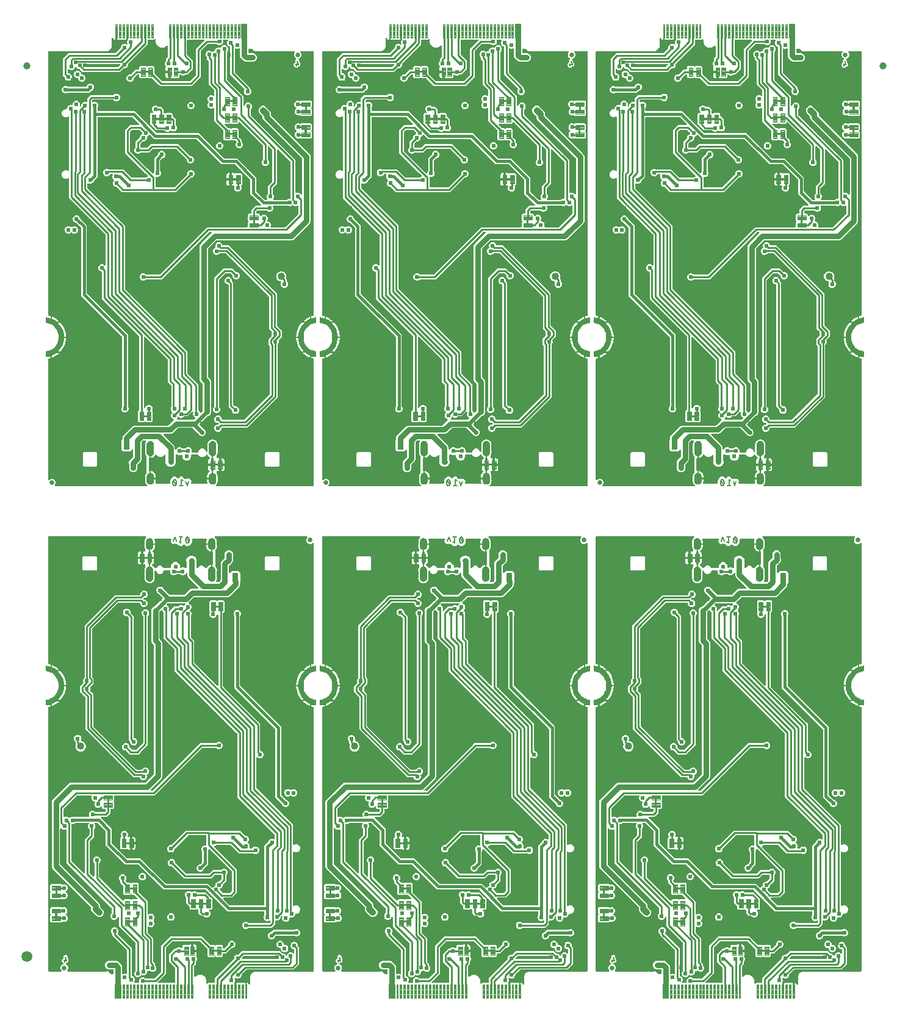
<source format=gbl>
G04 EAGLE Gerber RS-274X export*
G75*
%MOMM*%
%FSLAX34Y34*%
%LPD*%
%INBottom Copper*%
%IPPOS*%
%AMOC8*
5,1,8,0,0,1.08239X$1,22.5*%
G01*
%ADD10C,0.152400*%
%ADD11C,0.127000*%
%ADD12C,0.101500*%
%ADD13C,0.609600*%
%ADD14C,0.203200*%
%ADD15C,0.099059*%
%ADD16C,0.600000*%
%ADD17C,0.635000*%
%ADD18C,0.101600*%
%ADD19C,1.016000*%
%ADD20C,1.000000*%
%ADD21C,1.500000*%
%ADD22C,0.254000*%
%ADD23C,0.762000*%
%ADD24C,0.812800*%
%ADD25C,0.558800*%
%ADD26C,0.406400*%
%ADD27C,0.240000*%

G36*
X1022486Y14243D02*
X1022486Y14243D01*
X1022544Y14242D01*
X1022626Y14263D01*
X1022710Y14275D01*
X1022763Y14299D01*
X1022820Y14314D01*
X1022892Y14357D01*
X1022969Y14391D01*
X1023014Y14429D01*
X1023064Y14459D01*
X1023122Y14520D01*
X1023186Y14575D01*
X1023218Y14623D01*
X1023258Y14666D01*
X1023297Y14741D01*
X1023344Y14811D01*
X1023361Y14867D01*
X1023388Y14919D01*
X1023399Y14987D01*
X1023429Y15082D01*
X1023432Y15182D01*
X1023443Y15250D01*
X1023443Y27437D01*
X1023435Y27494D01*
X1023436Y27541D01*
X1024072Y27541D01*
X1024847Y27333D01*
X1025132Y27169D01*
X1025222Y27132D01*
X1025308Y27088D01*
X1025348Y27082D01*
X1025395Y27062D01*
X1025566Y27045D01*
X1025639Y27033D01*
X1034217Y27033D01*
X1034313Y27046D01*
X1034410Y27051D01*
X1034448Y27065D01*
X1034498Y27073D01*
X1034655Y27143D01*
X1034724Y27169D01*
X1035009Y27333D01*
X1035784Y27541D01*
X1036413Y27541D01*
X1036413Y15250D01*
X1036421Y15192D01*
X1036419Y15134D01*
X1036441Y15052D01*
X1036452Y14969D01*
X1036476Y14915D01*
X1036491Y14859D01*
X1036534Y14786D01*
X1036569Y14709D01*
X1036606Y14665D01*
X1036636Y14615D01*
X1036698Y14557D01*
X1036752Y14492D01*
X1036801Y14460D01*
X1036844Y14420D01*
X1036919Y14382D01*
X1036989Y14335D01*
X1037045Y14317D01*
X1037097Y14291D01*
X1037165Y14279D01*
X1037260Y14249D01*
X1037360Y14246D01*
X1037428Y14235D01*
X1037486Y14243D01*
X1037544Y14242D01*
X1037626Y14263D01*
X1037710Y14275D01*
X1037763Y14299D01*
X1037820Y14314D01*
X1037892Y14357D01*
X1037969Y14391D01*
X1038014Y14429D01*
X1038064Y14459D01*
X1038122Y14520D01*
X1038186Y14575D01*
X1038218Y14623D01*
X1038258Y14666D01*
X1038297Y14741D01*
X1038344Y14811D01*
X1038361Y14867D01*
X1038388Y14919D01*
X1038399Y14987D01*
X1038429Y15082D01*
X1038432Y15182D01*
X1038443Y15250D01*
X1038443Y27541D01*
X1039072Y27541D01*
X1039847Y27333D01*
X1040542Y26932D01*
X1041110Y26364D01*
X1041511Y25669D01*
X1041633Y25212D01*
X1041637Y25203D01*
X1041639Y25194D01*
X1041693Y25072D01*
X1041745Y24951D01*
X1041751Y24943D01*
X1041755Y24934D01*
X1041840Y24833D01*
X1041924Y24730D01*
X1041932Y24725D01*
X1041939Y24717D01*
X1042048Y24644D01*
X1042158Y24568D01*
X1042167Y24565D01*
X1042175Y24560D01*
X1042301Y24520D01*
X1042427Y24477D01*
X1042437Y24477D01*
X1042446Y24474D01*
X1042579Y24470D01*
X1042711Y24465D01*
X1042720Y24467D01*
X1042730Y24467D01*
X1042859Y24500D01*
X1042987Y24531D01*
X1042996Y24536D01*
X1043005Y24538D01*
X1043119Y24606D01*
X1043235Y24672D01*
X1043241Y24679D01*
X1043250Y24684D01*
X1043340Y24780D01*
X1043433Y24875D01*
X1043438Y24884D01*
X1043444Y24891D01*
X1043505Y25009D01*
X1043567Y25126D01*
X1043569Y25135D01*
X1043574Y25144D01*
X1043583Y25200D01*
X1043627Y25404D01*
X1043623Y25440D01*
X1043629Y25475D01*
X1043629Y34948D01*
X1043627Y34962D01*
X1043629Y34974D01*
X1043576Y37045D01*
X1045604Y40776D01*
X1049227Y42993D01*
X1049728Y43006D01*
X1049801Y43018D01*
X1049876Y43021D01*
X1049941Y43042D01*
X1049982Y43049D01*
X1051376Y43049D01*
X1051391Y43051D01*
X1051402Y43049D01*
X1052804Y43085D01*
X1052851Y43069D01*
X1052975Y43061D01*
X1053051Y43049D01*
X1130808Y43049D01*
X1130866Y43057D01*
X1130924Y43055D01*
X1131006Y43077D01*
X1131090Y43089D01*
X1131143Y43112D01*
X1131199Y43127D01*
X1131272Y43170D01*
X1131349Y43205D01*
X1131394Y43243D01*
X1131444Y43272D01*
X1131502Y43334D01*
X1131566Y43388D01*
X1131598Y43437D01*
X1131638Y43480D01*
X1131677Y43555D01*
X1131724Y43625D01*
X1131741Y43681D01*
X1131768Y43733D01*
X1131779Y43801D01*
X1131809Y43896D01*
X1131812Y43996D01*
X1131823Y44064D01*
X1131823Y409305D01*
X1131810Y409402D01*
X1131804Y409500D01*
X1131790Y409542D01*
X1131783Y409587D01*
X1131743Y409676D01*
X1131711Y409769D01*
X1131685Y409805D01*
X1131667Y409846D01*
X1131604Y409921D01*
X1131547Y410001D01*
X1131512Y410029D01*
X1131484Y410063D01*
X1131402Y410117D01*
X1131325Y410179D01*
X1131289Y410193D01*
X1131247Y410221D01*
X1131080Y410273D01*
X1131012Y410300D01*
X1130317Y410443D01*
X1129920Y410524D01*
X1128443Y410993D01*
X1128443Y413746D01*
X1130839Y412957D01*
X1130849Y412956D01*
X1130875Y412948D01*
X1134886Y412254D01*
X1134924Y412259D01*
X1134961Y412253D01*
X1134992Y412266D01*
X1135024Y412270D01*
X1135054Y412294D01*
X1135089Y412310D01*
X1135107Y412337D01*
X1135133Y412358D01*
X1135145Y412395D01*
X1135166Y412427D01*
X1135175Y412484D01*
X1135177Y412491D01*
X1135176Y412494D01*
X1135177Y412500D01*
X1135177Y420000D01*
X1135175Y420009D01*
X1135175Y420011D01*
X1135172Y420017D01*
X1135158Y420065D01*
X1135139Y420132D01*
X1135138Y420133D01*
X1135138Y420134D01*
X1135086Y420180D01*
X1135035Y420225D01*
X1135034Y420226D01*
X1135033Y420226D01*
X1135030Y420227D01*
X1134964Y420247D01*
X1132066Y420670D01*
X1129288Y421536D01*
X1126680Y422826D01*
X1124306Y424508D01*
X1122224Y426540D01*
X1120486Y428873D01*
X1119134Y431450D01*
X1118202Y434206D01*
X1117712Y437074D01*
X1117677Y440000D01*
X1117712Y442926D01*
X1118202Y445794D01*
X1119134Y448550D01*
X1120486Y451127D01*
X1122224Y453460D01*
X1124306Y455492D01*
X1126680Y457174D01*
X1129288Y458464D01*
X1132066Y459330D01*
X1134964Y459753D01*
X1135025Y459781D01*
X1135089Y459810D01*
X1135090Y459811D01*
X1135091Y459812D01*
X1135128Y459869D01*
X1135166Y459927D01*
X1135166Y459928D01*
X1135167Y459929D01*
X1135167Y459932D01*
X1135177Y460000D01*
X1135177Y467500D01*
X1135166Y467538D01*
X1135165Y467577D01*
X1135147Y467603D01*
X1135138Y467634D01*
X1135109Y467660D01*
X1135087Y467692D01*
X1135057Y467705D01*
X1135033Y467726D01*
X1134994Y467732D01*
X1134958Y467747D01*
X1134902Y467746D01*
X1134895Y467747D01*
X1134891Y467746D01*
X1134884Y467745D01*
X1130886Y467025D01*
X1130877Y467021D01*
X1130851Y467016D01*
X1128443Y466209D01*
X1128443Y468965D01*
X1129918Y469443D01*
X1131019Y469677D01*
X1131108Y469709D01*
X1131199Y469733D01*
X1131241Y469758D01*
X1131286Y469774D01*
X1131362Y469830D01*
X1131444Y469878D01*
X1131477Y469913D01*
X1131516Y469942D01*
X1131574Y470017D01*
X1131638Y470086D01*
X1131660Y470129D01*
X1131690Y470167D01*
X1131725Y470254D01*
X1131768Y470339D01*
X1131775Y470381D01*
X1131795Y470431D01*
X1131811Y470595D01*
X1131823Y470670D01*
X1131823Y637311D01*
X1131819Y637340D01*
X1131822Y637370D01*
X1131799Y637481D01*
X1131783Y637593D01*
X1131771Y637620D01*
X1131766Y637648D01*
X1131713Y637749D01*
X1131667Y637852D01*
X1131648Y637875D01*
X1131635Y637901D01*
X1131557Y637983D01*
X1131484Y638069D01*
X1131459Y638086D01*
X1131439Y638107D01*
X1131341Y638164D01*
X1131247Y638227D01*
X1131219Y638236D01*
X1131194Y638251D01*
X1131084Y638278D01*
X1130976Y638313D01*
X1130946Y638313D01*
X1130918Y638321D01*
X1130805Y638317D01*
X1130692Y638320D01*
X1130663Y638313D01*
X1130634Y638312D01*
X1130526Y638277D01*
X1130417Y638248D01*
X1130391Y638233D01*
X1130363Y638224D01*
X1130299Y638179D01*
X1130172Y638103D01*
X1130129Y638057D01*
X1130090Y638029D01*
X1129377Y637316D01*
X1127463Y636523D01*
X1125391Y636523D01*
X1123477Y637316D01*
X1122012Y638781D01*
X1121219Y640695D01*
X1121219Y642767D01*
X1122012Y644681D01*
X1122549Y645218D01*
X1122567Y645242D01*
X1122589Y645261D01*
X1122652Y645355D01*
X1122720Y645445D01*
X1122731Y645473D01*
X1122747Y645497D01*
X1122781Y645605D01*
X1122821Y645711D01*
X1122824Y645740D01*
X1122833Y645768D01*
X1122836Y645882D01*
X1122845Y645994D01*
X1122839Y646023D01*
X1122840Y646052D01*
X1122811Y646162D01*
X1122789Y646273D01*
X1122776Y646299D01*
X1122768Y646327D01*
X1122710Y646425D01*
X1122658Y646525D01*
X1122638Y646547D01*
X1122623Y646572D01*
X1122540Y646649D01*
X1122462Y646731D01*
X1122437Y646746D01*
X1122416Y646766D01*
X1122315Y646818D01*
X1122217Y646875D01*
X1122189Y646882D01*
X1122162Y646896D01*
X1122085Y646909D01*
X1121942Y646945D01*
X1121879Y646943D01*
X1121831Y646951D01*
X995000Y646951D01*
X994971Y646947D01*
X994941Y646950D01*
X994830Y646927D01*
X994718Y646911D01*
X994692Y646899D01*
X994663Y646894D01*
X994562Y646842D01*
X994459Y646795D01*
X994436Y646776D01*
X994410Y646763D01*
X994328Y646685D01*
X994242Y646612D01*
X994226Y646587D01*
X994204Y646567D01*
X994147Y646469D01*
X994084Y646375D01*
X994075Y646347D01*
X994061Y646322D01*
X994033Y646212D01*
X993998Y646104D01*
X993998Y646074D01*
X993991Y646046D01*
X993994Y645933D01*
X993991Y645820D01*
X993999Y645791D01*
X994000Y645762D01*
X994034Y645654D01*
X994063Y645545D01*
X994078Y645519D01*
X994087Y645491D01*
X994133Y645428D01*
X994208Y645300D01*
X994254Y645257D01*
X994282Y645218D01*
X994451Y645049D01*
X994570Y644959D01*
X994629Y644907D01*
X995222Y644534D01*
X995595Y643941D01*
X995691Y643827D01*
X995737Y643763D01*
X996232Y643268D01*
X996463Y642607D01*
X996532Y642474D01*
X996562Y642402D01*
X996935Y641809D01*
X997013Y641113D01*
X997050Y640968D01*
X997064Y640891D01*
X997241Y640385D01*
X997235Y640349D01*
X997205Y640255D01*
X997202Y640154D01*
X997191Y640086D01*
X997191Y639594D01*
X997198Y639542D01*
X997197Y639513D01*
X997199Y639508D01*
X997197Y639480D01*
X997280Y638745D01*
X997268Y638724D01*
X997260Y638694D01*
X997246Y638667D01*
X997233Y638590D01*
X997197Y638449D01*
X997199Y638385D01*
X997191Y638336D01*
X997191Y634504D01*
X997195Y634474D01*
X997193Y634443D01*
X997215Y634333D01*
X997231Y634223D01*
X997243Y634195D01*
X997249Y634164D01*
X997281Y634107D01*
X997197Y633360D01*
X997199Y633295D01*
X997191Y633246D01*
X997191Y632754D01*
X997199Y632695D01*
X997198Y632636D01*
X997217Y632570D01*
X997231Y632473D01*
X997240Y632452D01*
X997064Y631949D01*
X997035Y631803D01*
X997013Y631727D01*
X996935Y631031D01*
X996562Y630438D01*
X996501Y630302D01*
X996463Y630233D01*
X996232Y629572D01*
X995737Y629077D01*
X995647Y628958D01*
X995595Y628899D01*
X995328Y628475D01*
X995281Y628369D01*
X995228Y628266D01*
X995224Y628242D01*
X995212Y628215D01*
X995174Y627939D01*
X995173Y627935D01*
X995173Y605605D01*
X995189Y605491D01*
X995199Y605375D01*
X995208Y605353D01*
X995213Y605324D01*
X995327Y605070D01*
X995328Y605065D01*
X995595Y604641D01*
X995691Y604527D01*
X995737Y604463D01*
X996232Y603968D01*
X996463Y603307D01*
X996532Y603174D01*
X996562Y603102D01*
X996935Y602509D01*
X997013Y601813D01*
X997050Y601668D01*
X997064Y601591D01*
X997241Y601085D01*
X997235Y601049D01*
X997205Y600955D01*
X997202Y600854D01*
X997191Y600786D01*
X997191Y600294D01*
X997200Y600230D01*
X997197Y600180D01*
X997280Y599445D01*
X997268Y599424D01*
X997260Y599394D01*
X997246Y599367D01*
X997233Y599290D01*
X997216Y599223D01*
X997205Y599187D01*
X997204Y599178D01*
X997197Y599149D01*
X997199Y599085D01*
X997191Y599036D01*
X997191Y590204D01*
X997195Y590174D01*
X997193Y590143D01*
X997215Y590033D01*
X997231Y589923D01*
X997243Y589895D01*
X997249Y589865D01*
X997281Y589807D01*
X997197Y589060D01*
X997199Y588995D01*
X997191Y588946D01*
X997191Y588454D01*
X997199Y588395D01*
X997198Y588336D01*
X997217Y588270D01*
X997231Y588173D01*
X997240Y588152D01*
X997064Y587649D01*
X997035Y587503D01*
X997013Y587427D01*
X996935Y586731D01*
X996562Y586138D01*
X996501Y586002D01*
X996463Y585933D01*
X996232Y585272D01*
X996132Y585172D01*
X996114Y585148D01*
X996092Y585129D01*
X996029Y585035D01*
X995961Y584945D01*
X995951Y584917D01*
X995934Y584893D01*
X995900Y584785D01*
X995860Y584679D01*
X995857Y584650D01*
X995848Y584622D01*
X995846Y584508D01*
X995836Y584396D01*
X995842Y584367D01*
X995841Y584338D01*
X995870Y584228D01*
X995892Y584117D01*
X995906Y584091D01*
X995913Y584063D01*
X995971Y583965D01*
X996023Y583865D01*
X996043Y583843D01*
X996058Y583818D01*
X996141Y583741D01*
X996219Y583659D01*
X996244Y583644D01*
X996266Y583624D01*
X996366Y583572D01*
X996464Y583515D01*
X996493Y583508D01*
X996519Y583494D01*
X996596Y583481D01*
X996740Y583445D01*
X996802Y583447D01*
X996850Y583439D01*
X999418Y583439D01*
X999505Y583451D01*
X999592Y583454D01*
X999645Y583471D01*
X999699Y583479D01*
X999779Y583514D01*
X999862Y583541D01*
X999902Y583569D01*
X999959Y583595D01*
X1000072Y583691D01*
X1000136Y583736D01*
X1002011Y585612D01*
X1002064Y585681D01*
X1002124Y585745D01*
X1002149Y585795D01*
X1002182Y585839D01*
X1002213Y585920D01*
X1002253Y585998D01*
X1002261Y586046D01*
X1002283Y586104D01*
X1002296Y586252D01*
X1002309Y586329D01*
X1002309Y609949D01*
X1003198Y612097D01*
X1004984Y613883D01*
X1004985Y613883D01*
X1007523Y616422D01*
X1007576Y616492D01*
X1007636Y616555D01*
X1007661Y616605D01*
X1007694Y616649D01*
X1007725Y616731D01*
X1007765Y616809D01*
X1007773Y616856D01*
X1007795Y616915D01*
X1007808Y617062D01*
X1007820Y617140D01*
X1007820Y623056D01*
X1008710Y625203D01*
X1010354Y626847D01*
X1012501Y627736D01*
X1014825Y627736D01*
X1016973Y626847D01*
X1018616Y625203D01*
X1019506Y623056D01*
X1019506Y616530D01*
X1019510Y616500D01*
X1019508Y616469D01*
X1019525Y616392D01*
X1019546Y616249D01*
X1019572Y616190D01*
X1019583Y616142D01*
X1019760Y615715D01*
X1019760Y613391D01*
X1018870Y611243D01*
X1017084Y609457D01*
X1014292Y606664D01*
X1014239Y606595D01*
X1014179Y606531D01*
X1014154Y606481D01*
X1014121Y606437D01*
X1014089Y606356D01*
X1014050Y606278D01*
X1014042Y606230D01*
X1014019Y606172D01*
X1014007Y606024D01*
X1013994Y605947D01*
X1013994Y597201D01*
X1013998Y597172D01*
X1013996Y597142D01*
X1014018Y597031D01*
X1014034Y596919D01*
X1014046Y596893D01*
X1014052Y596864D01*
X1014104Y596763D01*
X1014150Y596660D01*
X1014169Y596637D01*
X1014183Y596611D01*
X1014261Y596529D01*
X1014334Y596443D01*
X1014358Y596427D01*
X1014379Y596405D01*
X1014476Y596348D01*
X1014571Y596285D01*
X1014599Y596276D01*
X1014624Y596262D01*
X1014733Y596234D01*
X1014842Y596199D01*
X1014871Y596199D01*
X1014899Y596191D01*
X1015012Y596195D01*
X1015126Y596192D01*
X1015154Y596200D01*
X1015183Y596201D01*
X1015291Y596235D01*
X1015401Y596264D01*
X1015426Y596279D01*
X1015454Y596288D01*
X1015518Y596334D01*
X1015645Y596409D01*
X1015688Y596455D01*
X1015727Y596483D01*
X1018279Y599034D01*
X1027387Y599034D01*
X1029768Y596653D01*
X1029768Y582516D01*
X1029078Y581826D01*
X1029025Y581757D01*
X1028965Y581693D01*
X1028940Y581643D01*
X1028907Y581599D01*
X1028876Y581517D01*
X1028836Y581440D01*
X1028828Y581392D01*
X1028805Y581334D01*
X1028793Y581186D01*
X1028780Y581108D01*
X1028780Y578901D01*
X1027891Y576753D01*
X1014712Y563575D01*
X1012565Y562685D01*
X965348Y562685D01*
X965262Y562673D01*
X965174Y562670D01*
X965122Y562653D01*
X965067Y562646D01*
X964987Y562610D01*
X964904Y562583D01*
X964864Y562555D01*
X964807Y562529D01*
X964694Y562433D01*
X964630Y562388D01*
X957788Y555545D01*
X957719Y555454D01*
X957645Y555366D01*
X957633Y555340D01*
X957617Y555318D01*
X957576Y555211D01*
X957529Y555106D01*
X957525Y555078D01*
X957515Y555052D01*
X957506Y554938D01*
X957490Y554824D01*
X957494Y554797D01*
X957492Y554769D01*
X957514Y554657D01*
X957531Y554543D01*
X957542Y554518D01*
X957548Y554490D01*
X957601Y554388D01*
X957648Y554284D01*
X957666Y554263D01*
X957679Y554238D01*
X957758Y554155D01*
X957832Y554067D01*
X957853Y554054D01*
X957875Y554032D01*
X958104Y553897D01*
X958117Y553889D01*
X959594Y553277D01*
X961024Y551848D01*
X961797Y549981D01*
X961797Y547960D01*
X961024Y546092D01*
X959882Y544951D01*
X959847Y544904D01*
X959805Y544864D01*
X959762Y544791D01*
X959712Y544724D01*
X959691Y544669D01*
X959661Y544619D01*
X959640Y544537D01*
X959610Y544458D01*
X959605Y544400D01*
X959591Y544343D01*
X959594Y544259D01*
X959587Y544175D01*
X959598Y544118D01*
X959600Y544059D01*
X959626Y543979D01*
X959643Y543896D01*
X959670Y543844D01*
X959688Y543789D01*
X959728Y543732D01*
X959774Y543644D01*
X959835Y543580D01*
X959846Y543560D01*
X959859Y543548D01*
X959882Y543515D01*
X961049Y542349D01*
X961823Y540481D01*
X961823Y538460D01*
X961138Y536807D01*
X961130Y536777D01*
X961116Y536750D01*
X961103Y536672D01*
X961067Y536532D01*
X961069Y536467D01*
X961061Y536418D01*
X961061Y507376D01*
X961073Y507289D01*
X961076Y507202D01*
X961093Y507149D01*
X961100Y507094D01*
X961136Y507014D01*
X961163Y506931D01*
X961191Y506892D01*
X961217Y506835D01*
X961313Y506721D01*
X961358Y506658D01*
X965861Y502155D01*
X965861Y471689D01*
X965873Y471602D01*
X965876Y471515D01*
X965893Y471462D01*
X965901Y471407D01*
X965937Y471327D01*
X965964Y471244D01*
X965992Y471205D01*
X966017Y471148D01*
X966113Y471034D01*
X966159Y470971D01*
X997274Y439856D01*
X997297Y439838D01*
X997316Y439816D01*
X997410Y439753D01*
X997501Y439685D01*
X997528Y439674D01*
X997553Y439658D01*
X997661Y439624D01*
X997766Y439584D01*
X997796Y439581D01*
X997824Y439572D01*
X997937Y439569D01*
X998050Y439560D01*
X998078Y439566D01*
X998108Y439565D01*
X998217Y439594D01*
X998328Y439616D01*
X998355Y439629D01*
X998383Y439637D01*
X998480Y439695D01*
X998581Y439747D01*
X998602Y439767D01*
X998627Y439782D01*
X998705Y439865D01*
X998787Y439943D01*
X998802Y439968D01*
X998822Y439989D01*
X998873Y440090D01*
X998931Y440188D01*
X998938Y440216D01*
X998951Y440242D01*
X998964Y440320D01*
X999001Y440463D01*
X998999Y440526D01*
X999007Y440574D01*
X999007Y537632D01*
X998995Y537717D01*
X998992Y537803D01*
X998975Y537857D01*
X998967Y537913D01*
X998932Y537992D01*
X998906Y538074D01*
X998874Y538121D01*
X998851Y538173D01*
X998795Y538238D01*
X998747Y538310D01*
X998704Y538346D01*
X998667Y538390D01*
X998595Y538437D01*
X998530Y538493D01*
X998478Y538516D01*
X998430Y538547D01*
X998348Y538573D01*
X998270Y538608D01*
X998214Y538616D01*
X998159Y538633D01*
X998073Y538635D01*
X997988Y538647D01*
X997932Y538639D01*
X997875Y538640D01*
X997792Y538619D01*
X997707Y538606D01*
X997655Y538583D01*
X997600Y538569D01*
X997526Y538525D01*
X997448Y538489D01*
X997405Y538452D01*
X997356Y538423D01*
X997297Y538361D01*
X997231Y538305D01*
X997205Y538263D01*
X997161Y538216D01*
X997095Y538087D01*
X997053Y538020D01*
X996304Y536212D01*
X994875Y534782D01*
X993008Y534009D01*
X990986Y534009D01*
X989119Y534782D01*
X987690Y536212D01*
X986916Y538079D01*
X986916Y540100D01*
X987330Y541099D01*
X987330Y541100D01*
X987331Y541102D01*
X987366Y541238D01*
X987401Y541374D01*
X987401Y541376D01*
X987401Y541377D01*
X987397Y541518D01*
X987393Y541658D01*
X987392Y541660D01*
X987392Y541661D01*
X987348Y541797D01*
X987306Y541929D01*
X987305Y541930D01*
X987305Y541932D01*
X987296Y541944D01*
X987148Y542165D01*
X987124Y542185D01*
X987110Y542205D01*
X986561Y542754D01*
X986561Y556558D01*
X988042Y558039D01*
X995749Y558039D01*
X996385Y557403D01*
X996431Y557368D01*
X996472Y557326D01*
X996544Y557283D01*
X996612Y557233D01*
X996666Y557212D01*
X996717Y557182D01*
X996799Y557161D01*
X996877Y557131D01*
X996936Y557126D01*
X996992Y557112D01*
X997077Y557115D01*
X997161Y557108D01*
X997218Y557119D01*
X997276Y557121D01*
X997357Y557147D01*
X997439Y557164D01*
X997491Y557191D01*
X997547Y557209D01*
X997603Y557249D01*
X997692Y557295D01*
X997764Y557363D01*
X997820Y557403D01*
X998456Y558039D01*
X1006163Y558039D01*
X1007644Y556558D01*
X1007644Y542754D01*
X1005910Y541019D01*
X1005857Y540950D01*
X1005797Y540886D01*
X1005772Y540836D01*
X1005739Y540792D01*
X1005707Y540711D01*
X1005668Y540633D01*
X1005660Y540585D01*
X1005637Y540527D01*
X1005625Y540379D01*
X1005612Y540302D01*
X1005612Y438999D01*
X1005624Y438912D01*
X1005627Y438825D01*
X1005644Y438772D01*
X1005652Y438717D01*
X1005688Y438637D01*
X1005715Y438554D01*
X1005743Y438515D01*
X1005768Y438458D01*
X1005864Y438345D01*
X1005910Y438281D01*
X1055069Y389121D01*
X1057301Y386889D01*
X1057301Y350215D01*
X1057308Y350168D01*
X1057308Y350166D01*
X1057308Y350165D01*
X1057309Y350157D01*
X1057308Y350099D01*
X1057329Y350017D01*
X1057341Y349934D01*
X1057365Y349880D01*
X1057380Y349824D01*
X1057423Y349751D01*
X1057457Y349674D01*
X1057495Y349630D01*
X1057525Y349579D01*
X1057586Y349522D01*
X1057641Y349457D01*
X1057690Y349425D01*
X1057732Y349385D01*
X1057807Y349346D01*
X1057878Y349300D01*
X1057933Y349282D01*
X1057985Y349255D01*
X1058053Y349244D01*
X1058149Y349214D01*
X1058177Y349213D01*
X1060077Y348426D01*
X1061506Y346997D01*
X1062280Y345130D01*
X1062280Y343109D01*
X1061506Y341241D01*
X1060077Y339812D01*
X1058209Y339038D01*
X1056188Y339038D01*
X1054321Y339812D01*
X1053878Y340255D01*
X1053855Y340272D01*
X1053836Y340295D01*
X1053741Y340358D01*
X1053651Y340426D01*
X1053623Y340436D01*
X1053599Y340452D01*
X1053491Y340487D01*
X1053385Y340527D01*
X1053356Y340529D01*
X1053328Y340538D01*
X1053215Y340541D01*
X1053102Y340550D01*
X1053073Y340545D01*
X1053044Y340545D01*
X1052934Y340517D01*
X1052823Y340495D01*
X1052797Y340481D01*
X1052769Y340474D01*
X1052672Y340416D01*
X1052571Y340364D01*
X1052550Y340343D01*
X1052524Y340328D01*
X1052447Y340246D01*
X1052365Y340168D01*
X1052350Y340142D01*
X1052330Y340121D01*
X1052278Y340020D01*
X1052221Y339922D01*
X1052214Y339894D01*
X1052200Y339868D01*
X1052187Y339791D01*
X1052151Y339647D01*
X1052153Y339584D01*
X1052145Y339537D01*
X1052145Y297842D01*
X1052157Y297755D01*
X1052160Y297668D01*
X1052177Y297615D01*
X1052185Y297560D01*
X1052221Y297480D01*
X1052247Y297397D01*
X1052275Y297358D01*
X1052301Y297301D01*
X1052397Y297187D01*
X1052442Y297124D01*
X1102656Y246910D01*
X1102656Y220021D01*
X1102672Y219908D01*
X1102682Y219793D01*
X1102692Y219767D01*
X1102696Y219740D01*
X1102743Y219635D01*
X1102784Y219528D01*
X1102801Y219506D01*
X1102812Y219481D01*
X1102887Y219393D01*
X1102956Y219301D01*
X1102978Y219285D01*
X1102996Y219264D01*
X1103092Y219200D01*
X1103183Y219131D01*
X1103209Y219121D01*
X1103233Y219106D01*
X1103342Y219071D01*
X1103449Y219031D01*
X1103477Y219029D01*
X1103504Y219020D01*
X1103618Y219017D01*
X1103733Y219008D01*
X1103757Y219014D01*
X1103788Y219013D01*
X1104045Y219080D01*
X1104060Y219083D01*
X1106038Y219903D01*
X1108338Y219903D01*
X1110464Y219022D01*
X1112090Y217396D01*
X1112971Y215270D01*
X1112971Y212970D01*
X1112090Y210844D01*
X1110464Y209218D01*
X1108338Y208337D01*
X1106038Y208337D01*
X1104060Y209157D01*
X1103949Y209185D01*
X1103839Y209220D01*
X1103811Y209221D01*
X1103785Y209227D01*
X1103670Y209224D01*
X1103555Y209227D01*
X1103528Y209220D01*
X1103500Y209219D01*
X1103391Y209184D01*
X1103280Y209155D01*
X1103256Y209141D01*
X1103230Y209133D01*
X1103134Y209069D01*
X1103036Y209010D01*
X1103017Y208990D01*
X1102994Y208974D01*
X1102920Y208887D01*
X1102841Y208803D01*
X1102828Y208778D01*
X1102811Y208757D01*
X1102764Y208652D01*
X1102712Y208550D01*
X1102708Y208525D01*
X1102695Y208497D01*
X1102659Y208233D01*
X1102656Y208219D01*
X1102656Y135021D01*
X1102664Y134968D01*
X1102663Y134933D01*
X1102674Y134892D01*
X1102682Y134793D01*
X1102692Y134767D01*
X1102696Y134740D01*
X1102743Y134635D01*
X1102784Y134528D01*
X1102801Y134506D01*
X1102812Y134481D01*
X1102887Y134393D01*
X1102956Y134301D01*
X1102978Y134285D01*
X1102996Y134264D01*
X1103092Y134200D01*
X1103183Y134131D01*
X1103209Y134121D01*
X1103233Y134106D01*
X1103342Y134071D01*
X1103449Y134031D01*
X1103477Y134029D01*
X1103504Y134020D01*
X1103618Y134017D01*
X1103733Y134008D01*
X1103757Y134014D01*
X1103788Y134013D01*
X1104045Y134080D01*
X1104060Y134083D01*
X1106038Y134903D01*
X1108338Y134903D01*
X1110464Y134022D01*
X1112090Y132396D01*
X1112971Y130270D01*
X1112971Y127970D01*
X1112090Y125844D01*
X1110464Y124218D01*
X1108338Y123337D01*
X1106694Y123337D01*
X1106636Y123329D01*
X1106578Y123331D01*
X1106496Y123309D01*
X1106412Y123297D01*
X1106359Y123274D01*
X1106303Y123259D01*
X1106230Y123216D01*
X1106153Y123181D01*
X1106108Y123143D01*
X1106058Y123114D01*
X1106000Y123052D01*
X1105936Y122998D01*
X1105904Y122949D01*
X1105864Y122906D01*
X1105825Y122831D01*
X1105778Y122761D01*
X1105761Y122705D01*
X1105734Y122653D01*
X1105723Y122585D01*
X1105693Y122490D01*
X1105690Y122390D01*
X1105679Y122322D01*
X1105679Y122052D01*
X1104905Y120185D01*
X1103476Y118756D01*
X1101609Y117982D01*
X1099587Y117982D01*
X1099336Y118087D01*
X1099225Y118115D01*
X1099115Y118150D01*
X1099087Y118151D01*
X1099060Y118158D01*
X1098946Y118154D01*
X1098831Y118157D01*
X1098804Y118150D01*
X1098776Y118149D01*
X1098667Y118114D01*
X1098556Y118085D01*
X1098532Y118071D01*
X1098505Y118063D01*
X1098410Y117999D01*
X1098311Y117940D01*
X1098292Y117920D01*
X1098269Y117904D01*
X1098195Y117817D01*
X1098117Y117733D01*
X1098104Y117708D01*
X1098086Y117687D01*
X1098040Y117582D01*
X1097987Y117480D01*
X1097983Y117455D01*
X1097971Y117427D01*
X1097934Y117163D01*
X1097932Y117149D01*
X1097932Y116236D01*
X1097158Y114368D01*
X1095729Y112939D01*
X1093862Y112166D01*
X1091840Y112166D01*
X1089973Y112939D01*
X1088544Y114368D01*
X1087770Y116236D01*
X1087770Y118257D01*
X1087881Y118525D01*
X1087903Y118608D01*
X1087933Y118688D01*
X1087938Y118745D01*
X1087952Y118800D01*
X1087950Y118886D01*
X1087957Y118972D01*
X1087946Y119027D01*
X1087944Y119084D01*
X1087918Y119166D01*
X1087901Y119250D01*
X1087875Y119301D01*
X1087857Y119355D01*
X1087810Y119426D01*
X1087770Y119503D01*
X1087731Y119544D01*
X1087699Y119591D01*
X1087633Y119647D01*
X1087574Y119709D01*
X1087525Y119738D01*
X1087482Y119774D01*
X1087403Y119809D01*
X1087329Y119853D01*
X1087274Y119867D01*
X1087222Y119890D01*
X1087137Y119901D01*
X1087053Y119923D01*
X1086996Y119921D01*
X1086940Y119929D01*
X1086855Y119916D01*
X1086769Y119914D01*
X1086715Y119896D01*
X1086659Y119888D01*
X1086580Y119853D01*
X1086499Y119826D01*
X1086458Y119797D01*
X1086400Y119771D01*
X1086289Y119677D01*
X1086225Y119631D01*
X1085986Y119392D01*
X1085934Y119322D01*
X1085874Y119258D01*
X1085849Y119209D01*
X1085815Y119165D01*
X1085784Y119083D01*
X1085744Y119005D01*
X1085736Y118958D01*
X1085714Y118899D01*
X1085702Y118752D01*
X1085689Y118674D01*
X1085689Y117760D01*
X1084915Y115892D01*
X1083486Y114463D01*
X1081619Y113690D01*
X1079598Y113690D01*
X1079203Y113853D01*
X1079092Y113882D01*
X1078982Y113917D01*
X1078954Y113917D01*
X1078927Y113924D01*
X1078813Y113921D01*
X1078698Y113924D01*
X1078671Y113917D01*
X1078643Y113916D01*
X1078534Y113881D01*
X1078423Y113852D01*
X1078399Y113838D01*
X1078372Y113829D01*
X1078277Y113765D01*
X1078178Y113707D01*
X1078159Y113687D01*
X1078136Y113671D01*
X1078062Y113583D01*
X1077984Y113499D01*
X1077971Y113475D01*
X1077953Y113454D01*
X1077907Y113348D01*
X1077854Y113246D01*
X1077850Y113222D01*
X1077838Y113194D01*
X1077801Y112930D01*
X1077799Y112915D01*
X1077799Y108771D01*
X1072913Y103885D01*
X1041507Y103885D01*
X1041420Y103873D01*
X1041333Y103870D01*
X1041280Y103853D01*
X1041226Y103845D01*
X1041146Y103810D01*
X1041063Y103783D01*
X1041023Y103755D01*
X1040966Y103729D01*
X1040853Y103633D01*
X1040789Y103588D01*
X1040082Y102881D01*
X1038215Y102107D01*
X1036193Y102107D01*
X1034326Y102881D01*
X1032897Y104310D01*
X1032123Y106177D01*
X1032123Y108199D01*
X1032897Y110066D01*
X1034326Y111495D01*
X1036193Y112269D01*
X1038215Y112269D01*
X1040082Y111495D01*
X1040789Y110788D01*
X1040859Y110736D01*
X1040923Y110676D01*
X1040972Y110650D01*
X1041016Y110617D01*
X1041098Y110586D01*
X1041176Y110546D01*
X1041224Y110538D01*
X1041282Y110516D01*
X1041430Y110504D01*
X1041507Y110491D01*
X1069756Y110491D01*
X1069843Y110503D01*
X1069930Y110506D01*
X1069983Y110523D01*
X1070038Y110531D01*
X1070118Y110566D01*
X1070201Y110593D01*
X1070240Y110621D01*
X1070297Y110647D01*
X1070410Y110743D01*
X1070474Y110788D01*
X1070896Y111210D01*
X1070949Y111280D01*
X1071009Y111344D01*
X1071034Y111393D01*
X1071067Y111437D01*
X1071098Y111519D01*
X1071138Y111597D01*
X1071146Y111644D01*
X1071168Y111703D01*
X1071180Y111851D01*
X1071193Y111928D01*
X1071193Y112971D01*
X1071177Y113085D01*
X1071167Y113199D01*
X1071158Y113225D01*
X1071154Y113252D01*
X1071107Y113357D01*
X1071065Y113464D01*
X1071049Y113486D01*
X1071037Y113512D01*
X1070963Y113599D01*
X1070894Y113691D01*
X1070872Y113708D01*
X1070854Y113729D01*
X1070758Y113792D01*
X1070666Y113861D01*
X1070640Y113871D01*
X1070617Y113886D01*
X1070508Y113921D01*
X1070400Y113962D01*
X1070373Y113964D01*
X1070346Y113972D01*
X1070231Y113975D01*
X1070117Y113984D01*
X1070093Y113979D01*
X1070062Y113979D01*
X1069805Y113912D01*
X1069790Y113909D01*
X1068157Y113232D01*
X1066136Y113232D01*
X1064268Y114006D01*
X1062839Y115435D01*
X1062065Y117303D01*
X1062065Y119324D01*
X1062839Y121191D01*
X1062937Y121289D01*
X1062989Y121359D01*
X1063049Y121422D01*
X1063074Y121472D01*
X1063107Y121516D01*
X1063139Y121598D01*
X1063178Y121676D01*
X1063186Y121723D01*
X1063209Y121782D01*
X1063221Y121929D01*
X1063234Y122007D01*
X1063234Y125501D01*
X1063226Y125559D01*
X1063227Y125618D01*
X1063206Y125699D01*
X1063194Y125783D01*
X1063170Y125836D01*
X1063155Y125893D01*
X1063112Y125965D01*
X1063078Y126042D01*
X1063040Y126087D01*
X1063010Y126137D01*
X1062949Y126195D01*
X1062894Y126259D01*
X1062846Y126292D01*
X1062803Y126332D01*
X1062728Y126370D01*
X1062658Y126417D01*
X1062602Y126435D01*
X1062550Y126461D01*
X1062482Y126473D01*
X1062386Y126503D01*
X1062287Y126505D01*
X1062219Y126517D01*
X1011687Y126517D01*
X981784Y156420D01*
X981714Y156472D01*
X981650Y156532D01*
X981601Y156558D01*
X981556Y156591D01*
X981475Y156622D01*
X981397Y156662D01*
X981349Y156670D01*
X981291Y156692D01*
X981143Y156704D01*
X981066Y156717D01*
X922851Y156717D01*
X888020Y191548D01*
X887950Y191601D01*
X887886Y191661D01*
X887837Y191686D01*
X887793Y191719D01*
X887711Y191750D01*
X887633Y191790D01*
X887586Y191798D01*
X887527Y191820D01*
X887380Y191832D01*
X887302Y191845D01*
X869536Y191845D01*
X843101Y218280D01*
X843101Y237307D01*
X843089Y237393D01*
X843086Y237481D01*
X843069Y237534D01*
X843062Y237588D01*
X843026Y237668D01*
X842999Y237751D01*
X842971Y237791D01*
X842945Y237848D01*
X842849Y237961D01*
X842804Y238025D01*
X831674Y249155D01*
X831604Y249208D01*
X831540Y249268D01*
X831490Y249293D01*
X831446Y249326D01*
X831365Y249357D01*
X831287Y249397D01*
X831239Y249405D01*
X831181Y249427D01*
X831033Y249440D01*
X830956Y249453D01*
X828660Y249453D01*
X828631Y249449D01*
X828602Y249451D01*
X828490Y249429D01*
X828379Y249413D01*
X828352Y249401D01*
X828323Y249395D01*
X828222Y249343D01*
X828119Y249297D01*
X828097Y249278D01*
X828071Y249264D01*
X827988Y249186D01*
X827902Y249113D01*
X827886Y249088D01*
X827865Y249068D01*
X827807Y248971D01*
X827745Y248876D01*
X827736Y248848D01*
X827721Y248823D01*
X827693Y248713D01*
X827659Y248605D01*
X827658Y248576D01*
X827651Y248547D01*
X827654Y248434D01*
X827651Y248321D01*
X827659Y248293D01*
X827660Y248263D01*
X827695Y248156D01*
X827723Y248046D01*
X827738Y248021D01*
X827747Y247993D01*
X827793Y247929D01*
X827869Y247802D01*
X827914Y247759D01*
X827922Y247748D01*
X828701Y245867D01*
X828701Y243845D01*
X827928Y241978D01*
X827221Y241271D01*
X827168Y241201D01*
X827108Y241137D01*
X827083Y241088D01*
X827050Y241044D01*
X827018Y240962D01*
X826979Y240884D01*
X826971Y240836D01*
X826948Y240778D01*
X826936Y240630D01*
X826923Y240553D01*
X826923Y230178D01*
X820896Y224151D01*
X820843Y224081D01*
X820783Y224017D01*
X820758Y223968D01*
X820725Y223924D01*
X820694Y223842D01*
X820654Y223764D01*
X820646Y223717D01*
X820624Y223658D01*
X820615Y223552D01*
X820613Y223544D01*
X820612Y223513D01*
X820612Y223511D01*
X820599Y223433D01*
X820599Y180300D01*
X820611Y180213D01*
X820614Y180126D01*
X820631Y180073D01*
X820638Y180018D01*
X820674Y179938D01*
X820701Y179855D01*
X820729Y179816D01*
X820755Y179759D01*
X820851Y179646D01*
X820896Y179582D01*
X825433Y175045D01*
X825457Y175027D01*
X825476Y175005D01*
X825570Y174942D01*
X825660Y174874D01*
X825688Y174863D01*
X825712Y174847D01*
X825820Y174813D01*
X825926Y174773D01*
X825955Y174770D01*
X825983Y174761D01*
X826097Y174758D01*
X826209Y174749D01*
X826238Y174755D01*
X826267Y174754D01*
X826377Y174783D01*
X826488Y174805D01*
X826514Y174818D01*
X826542Y174826D01*
X826640Y174884D01*
X826740Y174936D01*
X826762Y174956D01*
X826787Y174971D01*
X826864Y175054D01*
X826946Y175132D01*
X826961Y175157D01*
X826981Y175178D01*
X827033Y175279D01*
X827090Y175377D01*
X827097Y175405D01*
X827111Y175431D01*
X827124Y175509D01*
X827160Y175652D01*
X827158Y175715D01*
X827166Y175763D01*
X827166Y193334D01*
X827154Y193421D01*
X827151Y193508D01*
X827134Y193561D01*
X827126Y193616D01*
X827091Y193696D01*
X827064Y193779D01*
X827036Y193818D01*
X827010Y193875D01*
X826914Y193989D01*
X826869Y194052D01*
X826162Y194759D01*
X825388Y196627D01*
X825388Y198648D01*
X826162Y200515D01*
X827591Y201945D01*
X829458Y202718D01*
X831480Y202718D01*
X833347Y201945D01*
X834776Y200515D01*
X835550Y198648D01*
X835550Y196627D01*
X834776Y194759D01*
X834069Y194052D01*
X834017Y193982D01*
X833957Y193919D01*
X833931Y193869D01*
X833898Y193825D01*
X833867Y193743D01*
X833827Y193665D01*
X833819Y193618D01*
X833797Y193559D01*
X833785Y193412D01*
X833772Y193334D01*
X833772Y174239D01*
X833784Y174152D01*
X833787Y174065D01*
X833804Y174012D01*
X833812Y173957D01*
X833847Y173877D01*
X833874Y173794D01*
X833902Y173755D01*
X833928Y173698D01*
X834024Y173584D01*
X834069Y173521D01*
X865803Y141787D01*
X865827Y141769D01*
X865846Y141747D01*
X865940Y141684D01*
X866030Y141616D01*
X866058Y141605D01*
X866082Y141589D01*
X866190Y141555D01*
X866296Y141515D01*
X866325Y141512D01*
X866353Y141503D01*
X866467Y141500D01*
X866579Y141491D01*
X866608Y141497D01*
X866637Y141496D01*
X866747Y141525D01*
X866858Y141547D01*
X866884Y141560D01*
X866912Y141568D01*
X867010Y141626D01*
X867110Y141678D01*
X867132Y141698D01*
X867157Y141713D01*
X867234Y141796D01*
X867316Y141874D01*
X867331Y141899D01*
X867351Y141920D01*
X867403Y142021D01*
X867406Y142027D01*
X869017Y143638D01*
X876725Y143638D01*
X877360Y143002D01*
X877407Y142967D01*
X877447Y142925D01*
X877520Y142882D01*
X877587Y142832D01*
X877642Y142811D01*
X877692Y142781D01*
X877774Y142760D01*
X877853Y142730D01*
X877911Y142726D01*
X877968Y142711D01*
X878052Y142714D01*
X878136Y142707D01*
X878194Y142718D01*
X878252Y142720D01*
X878332Y142746D01*
X878415Y142763D01*
X878467Y142790D01*
X878523Y142808D01*
X878579Y142848D01*
X878667Y142894D01*
X878740Y142962D01*
X878796Y143002D01*
X879431Y143638D01*
X886195Y143638D01*
X886225Y143642D01*
X886254Y143639D01*
X886365Y143662D01*
X886477Y143678D01*
X886504Y143690D01*
X886532Y143695D01*
X886633Y143747D01*
X886736Y143794D01*
X886759Y143813D01*
X886785Y143826D01*
X886867Y143904D01*
X886953Y143977D01*
X886970Y144002D01*
X886991Y144022D01*
X887048Y144120D01*
X887111Y144214D01*
X887120Y144242D01*
X887135Y144267D01*
X887163Y144377D01*
X887197Y144485D01*
X887198Y144515D01*
X887205Y144543D01*
X887201Y144656D01*
X887204Y144769D01*
X887197Y144798D01*
X887196Y144827D01*
X887161Y144935D01*
X887132Y145044D01*
X887117Y145070D01*
X887108Y145098D01*
X887063Y145161D01*
X886987Y145289D01*
X886941Y145332D01*
X886913Y145371D01*
X882849Y149435D01*
X882779Y149487D01*
X882716Y149547D01*
X882666Y149573D01*
X882622Y149606D01*
X882540Y149637D01*
X882462Y149677D01*
X882415Y149685D01*
X882356Y149707D01*
X882209Y149719D01*
X882131Y149732D01*
X879431Y149732D01*
X878796Y150368D01*
X878749Y150403D01*
X878709Y150445D01*
X878636Y150488D01*
X878569Y150538D01*
X878514Y150559D01*
X878464Y150589D01*
X878382Y150610D01*
X878303Y150640D01*
X878245Y150644D01*
X878188Y150659D01*
X878104Y150656D01*
X878020Y150663D01*
X877962Y150652D01*
X877904Y150650D01*
X877824Y150624D01*
X877741Y150607D01*
X877689Y150580D01*
X877633Y150562D01*
X877577Y150522D01*
X877489Y150476D01*
X877416Y150408D01*
X877360Y150368D01*
X876725Y149732D01*
X869017Y149732D01*
X867536Y151213D01*
X867536Y161533D01*
X867524Y161620D01*
X867521Y161707D01*
X867504Y161760D01*
X867496Y161815D01*
X867461Y161895D01*
X867434Y161978D01*
X867406Y162017D01*
X867380Y162074D01*
X867284Y162188D01*
X867239Y162251D01*
X863282Y166208D01*
X863282Y168293D01*
X863270Y168380D01*
X863267Y168467D01*
X863250Y168520D01*
X863242Y168575D01*
X863206Y168655D01*
X863179Y168738D01*
X863151Y168777D01*
X863126Y168834D01*
X863030Y168947D01*
X862984Y169011D01*
X862154Y169842D01*
X861380Y171709D01*
X861380Y173731D01*
X862154Y175598D01*
X863583Y177027D01*
X865450Y177801D01*
X867471Y177801D01*
X869339Y177027D01*
X870768Y175598D01*
X871542Y173731D01*
X871542Y171709D01*
X870768Y169842D01*
X870597Y169671D01*
X870562Y169624D01*
X870519Y169584D01*
X870477Y169511D01*
X870426Y169444D01*
X870405Y169389D01*
X870376Y169338D01*
X870355Y169257D01*
X870325Y169178D01*
X870320Y169120D01*
X870305Y169063D01*
X870308Y168979D01*
X870301Y168895D01*
X870313Y168837D01*
X870314Y168779D01*
X870340Y168699D01*
X870357Y168616D01*
X870384Y168564D01*
X870402Y168508D01*
X870442Y168452D01*
X870488Y168364D01*
X870557Y168291D01*
X870597Y168235D01*
X872037Y166795D01*
X872107Y166743D01*
X872170Y166683D01*
X872220Y166657D01*
X872264Y166624D01*
X872346Y166593D01*
X872424Y166553D01*
X872471Y166545D01*
X872530Y166523D01*
X872677Y166511D01*
X872755Y166498D01*
X876725Y166498D01*
X877360Y165862D01*
X877407Y165827D01*
X877447Y165785D01*
X877520Y165742D01*
X877587Y165692D01*
X877642Y165671D01*
X877692Y165641D01*
X877774Y165620D01*
X877853Y165590D01*
X877911Y165586D01*
X877968Y165571D01*
X878052Y165574D01*
X878136Y165567D01*
X878194Y165578D01*
X878252Y165580D01*
X878332Y165606D01*
X878415Y165623D01*
X878467Y165650D01*
X878523Y165668D01*
X878579Y165708D01*
X878667Y165754D01*
X878740Y165822D01*
X878796Y165862D01*
X879431Y166498D01*
X887139Y166498D01*
X888620Y165017D01*
X888620Y153427D01*
X888632Y153340D01*
X888635Y153253D01*
X888652Y153200D01*
X888660Y153145D01*
X888695Y153065D01*
X888722Y152982D01*
X888750Y152943D01*
X888776Y152886D01*
X888872Y152772D01*
X888917Y152709D01*
X901193Y140433D01*
X901193Y123036D01*
X901209Y122922D01*
X901219Y122808D01*
X901229Y122782D01*
X901233Y122755D01*
X901280Y122650D01*
X901321Y122543D01*
X901337Y122521D01*
X901349Y122495D01*
X901423Y122408D01*
X901492Y122316D01*
X901515Y122300D01*
X901532Y122278D01*
X901628Y122215D01*
X901720Y122146D01*
X901746Y122136D01*
X901769Y122121D01*
X901879Y122086D01*
X901986Y122046D01*
X902014Y122043D01*
X902040Y122035D01*
X902155Y122032D01*
X902269Y122023D01*
X902294Y122028D01*
X902324Y122028D01*
X902581Y122095D01*
X902597Y122098D01*
X904642Y122946D01*
X906664Y122946D01*
X908531Y122172D01*
X909960Y120743D01*
X910734Y118876D01*
X910734Y116854D01*
X909960Y114987D01*
X909429Y114455D01*
X909394Y114409D01*
X909351Y114368D01*
X909308Y114296D01*
X909258Y114228D01*
X909237Y114174D01*
X909207Y114123D01*
X909187Y114042D01*
X909157Y113963D01*
X909152Y113904D01*
X909137Y113848D01*
X909140Y113763D01*
X909133Y113679D01*
X909144Y113622D01*
X909146Y113563D01*
X909172Y113483D01*
X909189Y113401D01*
X909214Y113352D01*
X909218Y113338D01*
X909221Y113333D01*
X909234Y113293D01*
X909274Y113237D01*
X909320Y113148D01*
X909349Y113118D01*
X909363Y113094D01*
X909402Y113057D01*
X909429Y113020D01*
X909960Y112488D01*
X910734Y110621D01*
X910734Y108599D01*
X909960Y106732D01*
X908531Y105303D01*
X906664Y104529D01*
X904642Y104529D01*
X902597Y105377D01*
X902485Y105405D01*
X902376Y105440D01*
X902348Y105441D01*
X902321Y105448D01*
X902207Y105444D01*
X902092Y105447D01*
X902065Y105440D01*
X902037Y105439D01*
X901928Y105404D01*
X901817Y105375D01*
X901793Y105361D01*
X901766Y105353D01*
X901671Y105289D01*
X901572Y105230D01*
X901553Y105210D01*
X901530Y105195D01*
X901456Y105107D01*
X901378Y105023D01*
X901365Y104998D01*
X901347Y104977D01*
X901301Y104872D01*
X901248Y104770D01*
X901244Y104745D01*
X901232Y104717D01*
X901195Y104453D01*
X901193Y104439D01*
X901193Y97583D01*
X901205Y97496D01*
X901208Y97409D01*
X901225Y97356D01*
X901233Y97301D01*
X901268Y97221D01*
X901295Y97138D01*
X901323Y97099D01*
X901349Y97042D01*
X901445Y96929D01*
X901490Y96865D01*
X908914Y89441D01*
X908914Y57161D01*
X908927Y57074D01*
X908929Y56987D01*
X908946Y56934D01*
X908954Y56879D01*
X908990Y56799D01*
X909017Y56716D01*
X909045Y56677D01*
X909070Y56620D01*
X909166Y56506D01*
X909212Y56443D01*
X911607Y54048D01*
X911607Y51877D01*
X911619Y51791D01*
X911622Y51703D01*
X911639Y51650D01*
X911647Y51596D01*
X911682Y51516D01*
X911709Y51433D01*
X911737Y51393D01*
X911763Y51336D01*
X911859Y51223D01*
X911904Y51159D01*
X912611Y50452D01*
X913385Y48585D01*
X913385Y46564D01*
X912611Y44696D01*
X911182Y43267D01*
X909315Y42493D01*
X907293Y42493D01*
X905426Y43267D01*
X904783Y43910D01*
X904782Y43911D01*
X904781Y43912D01*
X904670Y43995D01*
X904556Y44081D01*
X904555Y44081D01*
X904553Y44082D01*
X904423Y44131D01*
X904290Y44182D01*
X904289Y44182D01*
X904287Y44183D01*
X904149Y44194D01*
X904007Y44205D01*
X904005Y44205D01*
X904004Y44205D01*
X903989Y44202D01*
X903728Y44150D01*
X903701Y44136D01*
X903677Y44130D01*
X901872Y43382D01*
X901243Y43382D01*
X901185Y43374D01*
X901126Y43376D01*
X901045Y43354D01*
X900961Y43343D01*
X900908Y43319D01*
X900851Y43304D01*
X900779Y43261D01*
X900702Y43226D01*
X900657Y43189D01*
X900607Y43159D01*
X900549Y43097D01*
X900485Y43043D01*
X900452Y42994D01*
X900412Y42951D01*
X900374Y42876D01*
X900327Y42806D01*
X900310Y42750D01*
X900283Y42698D01*
X900272Y42630D01*
X900241Y42535D01*
X900239Y42435D01*
X900228Y42367D01*
X900228Y41890D01*
X899454Y40023D01*
X898025Y38593D01*
X896157Y37820D01*
X894136Y37820D01*
X893161Y38224D01*
X893104Y38238D01*
X893051Y38262D01*
X892968Y38274D01*
X892886Y38295D01*
X892827Y38293D01*
X892769Y38301D01*
X892686Y38289D01*
X892602Y38287D01*
X892546Y38269D01*
X892488Y38260D01*
X892411Y38226D01*
X892331Y38200D01*
X892282Y38167D01*
X892229Y38143D01*
X892165Y38088D01*
X892095Y38042D01*
X892057Y37997D01*
X892013Y37959D01*
X891976Y37900D01*
X891912Y37824D01*
X891871Y37733D01*
X891835Y37674D01*
X891682Y37305D01*
X890237Y35860D01*
X890187Y35848D01*
X888385Y35102D01*
X886364Y35102D01*
X884496Y35876D01*
X883067Y37305D01*
X882294Y39172D01*
X882294Y41193D01*
X883067Y43061D01*
X883774Y43768D01*
X883827Y43838D01*
X883887Y43902D01*
X883912Y43951D01*
X883945Y43995D01*
X883976Y44077D01*
X884016Y44155D01*
X884024Y44202D01*
X884046Y44261D01*
X884059Y44408D01*
X884072Y44486D01*
X884072Y82209D01*
X884059Y82296D01*
X884057Y82383D01*
X884040Y82436D01*
X884032Y82491D01*
X883996Y82571D01*
X883969Y82654D01*
X883941Y82693D01*
X883916Y82750D01*
X883820Y82863D01*
X883808Y82880D01*
X883800Y82893D01*
X883796Y82897D01*
X883774Y82927D01*
X861186Y105515D01*
X861186Y118012D01*
X861174Y118097D01*
X861172Y118182D01*
X861154Y118237D01*
X861146Y118293D01*
X861111Y118371D01*
X861085Y118453D01*
X861053Y118501D01*
X861030Y118552D01*
X860975Y118618D01*
X860927Y118689D01*
X860883Y118726D01*
X860847Y118769D01*
X860775Y118817D01*
X860709Y118872D01*
X860657Y118895D01*
X860610Y118927D01*
X860528Y118953D01*
X860449Y118988D01*
X860393Y118996D01*
X860339Y119013D01*
X860253Y119015D01*
X860168Y119027D01*
X860112Y119019D01*
X860055Y119020D01*
X859972Y118998D01*
X859887Y118986D01*
X859835Y118963D01*
X859780Y118948D01*
X859706Y118904D01*
X859627Y118869D01*
X859584Y118832D01*
X859535Y118803D01*
X859476Y118740D01*
X859411Y118685D01*
X859385Y118643D01*
X859341Y118596D01*
X859275Y118467D01*
X859233Y118400D01*
X858636Y116959D01*
X857207Y115530D01*
X855340Y114756D01*
X853318Y114756D01*
X851451Y115530D01*
X850022Y116959D01*
X849248Y118827D01*
X849248Y120848D01*
X850022Y122715D01*
X850729Y123422D01*
X850781Y123492D01*
X850841Y123556D01*
X850867Y123605D01*
X850900Y123650D01*
X850931Y123731D01*
X850971Y123809D01*
X850979Y123857D01*
X851001Y123915D01*
X851013Y124063D01*
X851026Y124140D01*
X851026Y131079D01*
X851014Y131165D01*
X851011Y131253D01*
X850994Y131306D01*
X850986Y131360D01*
X850951Y131440D01*
X850924Y131523D01*
X850896Y131563D01*
X850870Y131620D01*
X850774Y131733D01*
X850729Y131797D01*
X788771Y193755D01*
X788771Y238902D01*
X788755Y239016D01*
X788745Y239131D01*
X788735Y239156D01*
X788731Y239184D01*
X788684Y239289D01*
X788643Y239396D01*
X788626Y239418D01*
X788615Y239443D01*
X788541Y239531D01*
X788471Y239623D01*
X788449Y239639D01*
X788431Y239660D01*
X788336Y239724D01*
X788244Y239793D01*
X788218Y239803D01*
X788194Y239818D01*
X788085Y239853D01*
X787978Y239893D01*
X787950Y239895D01*
X787923Y239904D01*
X787808Y239907D01*
X787694Y239916D01*
X787670Y239910D01*
X787639Y239911D01*
X787382Y239844D01*
X787367Y239840D01*
X786658Y239547D01*
X784637Y239547D01*
X782769Y240320D01*
X781327Y241763D01*
X781303Y241781D01*
X781284Y241803D01*
X781190Y241866D01*
X781099Y241934D01*
X781072Y241944D01*
X781048Y241961D01*
X780940Y241995D01*
X780834Y242035D01*
X780805Y242037D01*
X780777Y242046D01*
X780663Y242049D01*
X780551Y242059D01*
X780522Y242053D01*
X780492Y242054D01*
X780383Y242025D01*
X780272Y242003D01*
X780246Y241989D01*
X780217Y241982D01*
X780120Y241924D01*
X780019Y241872D01*
X779998Y241852D01*
X779973Y241837D01*
X779896Y241754D01*
X779813Y241676D01*
X779798Y241651D01*
X779778Y241629D01*
X779727Y241528D01*
X779670Y241431D01*
X779662Y241402D01*
X779649Y241376D01*
X779636Y241299D01*
X779600Y241155D01*
X779602Y241093D01*
X779594Y241045D01*
X779594Y192249D01*
X779606Y192162D01*
X779609Y192074D01*
X779626Y192022D01*
X779633Y191967D01*
X779669Y191887D01*
X779696Y191804D01*
X779724Y191765D01*
X779750Y191708D01*
X779845Y191594D01*
X779891Y191531D01*
X833771Y137650D01*
X834661Y135503D01*
X834661Y133375D01*
X834673Y133288D01*
X834676Y133201D01*
X834693Y133148D01*
X834701Y133093D01*
X834736Y133014D01*
X834763Y132930D01*
X834791Y132891D01*
X834817Y132834D01*
X834913Y132721D01*
X834958Y132657D01*
X839067Y128549D01*
X839995Y126308D01*
X839995Y123882D01*
X839067Y121641D01*
X837352Y119926D01*
X835111Y118998D01*
X832685Y118998D01*
X830444Y119926D01*
X823649Y126721D01*
X822721Y128962D01*
X822721Y131430D01*
X822727Y131453D01*
X822763Y131593D01*
X822763Y131594D01*
X822763Y131596D01*
X822759Y131728D01*
X822755Y131877D01*
X822754Y131878D01*
X822754Y131880D01*
X822712Y132011D01*
X822668Y132147D01*
X822667Y132149D01*
X822667Y132150D01*
X822658Y132163D01*
X822510Y132384D01*
X822486Y132403D01*
X822472Y132424D01*
X768798Y186098D01*
X767908Y188246D01*
X767908Y279470D01*
X768798Y281617D01*
X791726Y304546D01*
X793874Y305436D01*
X897843Y305436D01*
X897930Y305448D01*
X898017Y305451D01*
X898070Y305468D01*
X898125Y305476D01*
X898205Y305511D01*
X898288Y305538D01*
X898327Y305566D01*
X898384Y305592D01*
X898498Y305688D01*
X898561Y305733D01*
X909632Y316803D01*
X909684Y316873D01*
X909744Y316937D01*
X909769Y316986D01*
X909802Y317031D01*
X909834Y317112D01*
X909873Y317190D01*
X909881Y317238D01*
X909904Y317296D01*
X909916Y317444D01*
X909929Y317521D01*
X909929Y495380D01*
X909917Y495467D01*
X909914Y495554D01*
X909897Y495607D01*
X909889Y495662D01*
X909853Y495742D01*
X909826Y495825D01*
X909798Y495864D01*
X909773Y495921D01*
X909677Y496034D01*
X909632Y496098D01*
X906754Y498975D01*
X905865Y501123D01*
X905865Y544849D01*
X906754Y546997D01*
X908398Y548640D01*
X910664Y549579D01*
X910691Y549595D01*
X910720Y549604D01*
X910784Y549650D01*
X910909Y549723D01*
X910953Y549770D01*
X910994Y549799D01*
X921744Y560549D01*
X921779Y560596D01*
X921821Y560636D01*
X921864Y560709D01*
X921915Y560776D01*
X921935Y560831D01*
X921965Y560881D01*
X921986Y560963D01*
X922016Y561042D01*
X922021Y561100D01*
X922035Y561157D01*
X922032Y561241D01*
X922039Y561325D01*
X922028Y561382D01*
X922026Y561441D01*
X922000Y561521D01*
X921983Y561604D01*
X921956Y561656D01*
X921938Y561711D01*
X921898Y561768D01*
X921852Y561856D01*
X921784Y561929D01*
X921744Y561985D01*
X916240Y567488D01*
X916216Y567507D01*
X916196Y567530D01*
X916129Y567572D01*
X916013Y567659D01*
X915953Y567682D01*
X915911Y567708D01*
X915484Y567885D01*
X914055Y569314D01*
X913878Y569741D01*
X913863Y569767D01*
X913853Y569797D01*
X913808Y569861D01*
X913734Y569985D01*
X913687Y570030D01*
X913658Y570070D01*
X913536Y570193D01*
X913536Y570366D01*
X913531Y570397D01*
X913534Y570428D01*
X913516Y570504D01*
X913496Y570648D01*
X913470Y570707D01*
X913458Y570755D01*
X913282Y571181D01*
X913282Y573203D01*
X913458Y573629D01*
X913466Y573659D01*
X913480Y573687D01*
X913493Y573764D01*
X913529Y573905D01*
X913527Y573969D01*
X913536Y574018D01*
X913536Y574191D01*
X913658Y574314D01*
X913677Y574339D01*
X913700Y574359D01*
X913742Y574425D01*
X913829Y574541D01*
X913852Y574601D01*
X913878Y574643D01*
X914055Y575070D01*
X915484Y576499D01*
X915911Y576676D01*
X915938Y576692D01*
X915967Y576701D01*
X916031Y576747D01*
X916156Y576820D01*
X916200Y576867D01*
X916240Y576896D01*
X916363Y577019D01*
X916537Y577019D01*
X916567Y577023D01*
X916598Y577021D01*
X916674Y577038D01*
X916818Y577059D01*
X916877Y577085D01*
X916925Y577096D01*
X917352Y577273D01*
X919373Y577273D01*
X919800Y577096D01*
X919830Y577088D01*
X919857Y577074D01*
X919935Y577061D01*
X920075Y577025D01*
X920139Y577027D01*
X920188Y577019D01*
X920362Y577019D01*
X920484Y576896D01*
X920509Y576877D01*
X920529Y576854D01*
X920595Y576812D01*
X920712Y576725D01*
X920772Y576702D01*
X920814Y576676D01*
X921240Y576499D01*
X922670Y575070D01*
X922846Y574643D01*
X922862Y574617D01*
X922872Y574587D01*
X922917Y574524D01*
X922991Y574399D01*
X923038Y574354D01*
X923066Y574314D01*
X931094Y566286D01*
X931164Y566234D01*
X931228Y566174D01*
X931277Y566149D01*
X931321Y566115D01*
X931403Y566084D01*
X931481Y566044D01*
X931529Y566036D01*
X931587Y566014D01*
X931735Y566002D01*
X931812Y565989D01*
X951285Y565989D01*
X951372Y566001D01*
X951459Y566004D01*
X951512Y566021D01*
X951566Y566029D01*
X951646Y566065D01*
X951729Y566091D01*
X951769Y566119D01*
X951826Y566145D01*
X951939Y566241D01*
X952003Y566286D01*
X959198Y573481D01*
X961345Y574371D01*
X970792Y574371D01*
X970821Y574375D01*
X970850Y574373D01*
X970962Y574395D01*
X971074Y574411D01*
X971100Y574423D01*
X971129Y574428D01*
X971230Y574481D01*
X971333Y574527D01*
X971356Y574546D01*
X971382Y574559D01*
X971464Y574637D01*
X971550Y574711D01*
X971566Y574735D01*
X971588Y574755D01*
X971645Y574853D01*
X971708Y574947D01*
X971717Y574975D01*
X971731Y575001D01*
X971759Y575110D01*
X971793Y575218D01*
X971794Y575248D01*
X971801Y575276D01*
X971798Y575389D01*
X971801Y575503D01*
X971793Y575531D01*
X971792Y575560D01*
X971758Y575668D01*
X971729Y575778D01*
X971714Y575803D01*
X971705Y575831D01*
X971659Y575895D01*
X971584Y576022D01*
X971538Y576065D01*
X971510Y576104D01*
X956996Y590619D01*
X956106Y592766D01*
X956106Y595205D01*
X956094Y595290D01*
X956092Y595376D01*
X956074Y595430D01*
X956066Y595487D01*
X956031Y595565D01*
X956005Y595647D01*
X955973Y595694D01*
X955950Y595746D01*
X955894Y595812D01*
X955847Y595883D01*
X955803Y595920D01*
X955766Y595963D01*
X955695Y596011D01*
X955629Y596066D01*
X955577Y596089D01*
X955530Y596121D01*
X955448Y596147D01*
X955369Y596182D01*
X955313Y596189D01*
X955259Y596207D01*
X955173Y596209D01*
X955088Y596220D01*
X955031Y596212D01*
X954974Y596214D01*
X954891Y596192D01*
X954806Y596180D01*
X954754Y596156D01*
X954699Y596142D01*
X954626Y596098D01*
X954547Y596063D01*
X954504Y596026D01*
X954455Y595997D01*
X954396Y595934D01*
X954331Y595878D01*
X954305Y595836D01*
X954260Y595789D01*
X954194Y595660D01*
X954153Y595594D01*
X953930Y595057D01*
X952501Y593628D01*
X950634Y592854D01*
X948613Y592854D01*
X946745Y593628D01*
X945969Y594404D01*
X945899Y594456D01*
X945835Y594516D01*
X945786Y594542D01*
X945742Y594575D01*
X945660Y594606D01*
X945582Y594646D01*
X945535Y594654D01*
X945476Y594676D01*
X945328Y594688D01*
X945251Y594701D01*
X941811Y594701D01*
X941724Y594689D01*
X941637Y594686D01*
X941584Y594669D01*
X941529Y594661D01*
X941450Y594626D01*
X941366Y594599D01*
X941327Y594571D01*
X941270Y594545D01*
X941157Y594449D01*
X941093Y594404D01*
X940316Y593627D01*
X938448Y592853D01*
X936427Y592853D01*
X934560Y593627D01*
X933131Y595056D01*
X932357Y596923D01*
X932357Y599110D01*
X932349Y599168D01*
X932350Y599226D01*
X932329Y599308D01*
X932317Y599391D01*
X932293Y599445D01*
X932279Y599501D01*
X932235Y599574D01*
X932201Y599651D01*
X932163Y599695D01*
X932133Y599746D01*
X932072Y599803D01*
X932017Y599868D01*
X931969Y599900D01*
X931926Y599940D01*
X931851Y599979D01*
X931781Y600025D01*
X931725Y600043D01*
X931673Y600070D01*
X931605Y600081D01*
X931510Y600111D01*
X931410Y600114D01*
X931342Y600125D01*
X924326Y600125D01*
X924268Y600117D01*
X924210Y600118D01*
X924128Y600097D01*
X924044Y600085D01*
X923991Y600061D01*
X923935Y600047D01*
X923862Y600003D01*
X923785Y599969D01*
X923740Y599931D01*
X923690Y599901D01*
X923632Y599840D01*
X923568Y599785D01*
X923536Y599737D01*
X923496Y599694D01*
X923457Y599619D01*
X923410Y599549D01*
X923393Y599493D01*
X923366Y599441D01*
X923355Y599373D01*
X923325Y599278D01*
X923322Y599178D01*
X923311Y599110D01*
X923311Y598869D01*
X922506Y596928D01*
X921020Y595442D01*
X919079Y594637D01*
X916977Y594637D01*
X915036Y595442D01*
X913550Y596928D01*
X912784Y598776D01*
X912740Y598850D01*
X912705Y598928D01*
X912668Y598972D01*
X912639Y599021D01*
X912577Y599080D01*
X912521Y599145D01*
X912474Y599177D01*
X912433Y599216D01*
X912356Y599255D01*
X912285Y599303D01*
X912231Y599320D01*
X912180Y599346D01*
X912096Y599363D01*
X912014Y599389D01*
X911957Y599390D01*
X911901Y599401D01*
X911816Y599394D01*
X911730Y599396D01*
X911675Y599382D01*
X911618Y599377D01*
X911538Y599346D01*
X911455Y599324D01*
X911406Y599295D01*
X911353Y599275D01*
X911284Y599223D01*
X911210Y599179D01*
X911171Y599137D01*
X911126Y599103D01*
X911074Y599034D01*
X911016Y598972D01*
X910990Y598921D01*
X910956Y598875D01*
X910925Y598795D01*
X910886Y598718D01*
X910878Y598670D01*
X910855Y598609D01*
X910844Y598465D01*
X910831Y598387D01*
X910831Y590204D01*
X910835Y590174D01*
X910833Y590143D01*
X910855Y590033D01*
X910871Y589923D01*
X910883Y589895D01*
X910889Y589864D01*
X910921Y589807D01*
X910837Y589060D01*
X910839Y588995D01*
X910831Y588946D01*
X910831Y588454D01*
X910839Y588395D01*
X910838Y588336D01*
X910857Y588270D01*
X910871Y588173D01*
X910880Y588152D01*
X910704Y587649D01*
X910675Y587503D01*
X910653Y587427D01*
X910575Y586731D01*
X910202Y586138D01*
X910141Y586002D01*
X910103Y585933D01*
X909872Y585272D01*
X909377Y584777D01*
X909287Y584657D01*
X909235Y584599D01*
X908862Y584006D01*
X908269Y583633D01*
X908155Y583537D01*
X908091Y583491D01*
X907596Y582996D01*
X906935Y582765D01*
X906802Y582696D01*
X906730Y582666D01*
X906655Y582619D01*
X906137Y582293D01*
X905441Y582215D01*
X905296Y582178D01*
X905219Y582164D01*
X904558Y581933D01*
X903862Y582011D01*
X903712Y582007D01*
X903634Y582011D01*
X902938Y581933D01*
X902277Y582164D01*
X902131Y582193D01*
X902055Y582215D01*
X901359Y582293D01*
X900766Y582666D01*
X900630Y582727D01*
X900561Y582765D01*
X899900Y582996D01*
X899405Y583491D01*
X899330Y583547D01*
X899268Y583605D01*
X899244Y583618D01*
X899227Y583633D01*
X898634Y584006D01*
X898261Y584599D01*
X898165Y584713D01*
X898119Y584777D01*
X897624Y585272D01*
X897393Y585933D01*
X897324Y586066D01*
X897294Y586138D01*
X896921Y586731D01*
X896843Y587427D01*
X896806Y587572D01*
X896792Y587649D01*
X896615Y588155D01*
X896621Y588191D01*
X896651Y588285D01*
X896654Y588386D01*
X896665Y588454D01*
X896665Y588946D01*
X896656Y589010D01*
X896659Y589060D01*
X896576Y589795D01*
X896588Y589816D01*
X896596Y589846D01*
X896610Y589873D01*
X896623Y589950D01*
X896659Y590091D01*
X896657Y590155D01*
X896665Y590204D01*
X896665Y599036D01*
X896661Y599066D01*
X896663Y599097D01*
X896658Y599122D01*
X896659Y599135D01*
X896645Y599187D01*
X896641Y599207D01*
X896625Y599317D01*
X896613Y599345D01*
X896607Y599376D01*
X896575Y599433D01*
X896659Y600180D01*
X896657Y600245D01*
X896665Y600294D01*
X896665Y600786D01*
X896657Y600845D01*
X896658Y600904D01*
X896639Y600970D01*
X896625Y601067D01*
X896616Y601088D01*
X896792Y601591D01*
X896821Y601737D01*
X896843Y601813D01*
X896921Y602509D01*
X897294Y603102D01*
X897355Y603238D01*
X897393Y603307D01*
X897624Y603968D01*
X897846Y604190D01*
X897898Y604260D01*
X897958Y604324D01*
X897984Y604373D01*
X898017Y604417D01*
X898048Y604499D01*
X898088Y604577D01*
X898096Y604624D01*
X898118Y604683D01*
X898130Y604830D01*
X898143Y604908D01*
X898143Y607377D01*
X898136Y607426D01*
X898139Y607474D01*
X898117Y607566D01*
X898103Y607659D01*
X898084Y607703D01*
X898072Y607751D01*
X898026Y607832D01*
X897987Y607918D01*
X897956Y607956D01*
X897932Y607998D01*
X897864Y608063D01*
X897804Y608135D01*
X897763Y608162D01*
X897728Y608196D01*
X897645Y608241D01*
X897567Y608293D01*
X897520Y608308D01*
X897477Y608331D01*
X897385Y608350D01*
X897296Y608379D01*
X897247Y608380D01*
X897199Y608390D01*
X897125Y608383D01*
X897012Y608386D01*
X896928Y608364D01*
X896865Y608358D01*
X896474Y608253D01*
X894917Y608253D01*
X894917Y615811D01*
X902031Y615811D01*
X902031Y608726D01*
X902039Y608668D01*
X902038Y608610D01*
X902059Y608528D01*
X902071Y608444D01*
X902095Y608391D01*
X902109Y608335D01*
X902152Y608262D01*
X902187Y608185D01*
X902225Y608140D01*
X902255Y608090D01*
X902316Y608032D01*
X902371Y607968D01*
X902419Y607936D01*
X902462Y607896D01*
X902537Y607857D01*
X902607Y607810D01*
X902663Y607793D01*
X902715Y607766D01*
X902733Y607763D01*
X902733Y605055D01*
X902630Y605044D01*
X902624Y605038D01*
X902619Y605041D01*
X901562Y604671D01*
X901558Y604665D01*
X901552Y604667D01*
X900604Y604071D01*
X900601Y604063D01*
X900596Y604064D01*
X899804Y603272D01*
X899803Y603264D01*
X899797Y603264D01*
X899201Y602316D01*
X899202Y602309D01*
X899198Y602307D01*
X899198Y602306D01*
X899197Y602306D01*
X898827Y601249D01*
X898829Y601241D01*
X898824Y601238D01*
X898699Y600126D01*
X898701Y600122D01*
X898699Y600120D01*
X898699Y589120D01*
X898701Y589117D01*
X898699Y589115D01*
X898824Y588002D01*
X898830Y587996D01*
X898827Y587991D01*
X899197Y586934D01*
X899204Y586930D01*
X899201Y586924D01*
X899797Y585976D01*
X899805Y585973D01*
X899804Y585968D01*
X900596Y585176D01*
X900604Y585175D01*
X900604Y585169D01*
X901552Y584573D01*
X901561Y584574D01*
X901562Y584569D01*
X902619Y584199D01*
X902627Y584201D01*
X902630Y584196D01*
X903743Y584071D01*
X903750Y584075D01*
X903754Y584071D01*
X904866Y584196D01*
X904872Y584202D01*
X904877Y584199D01*
X905934Y584569D01*
X905938Y584576D01*
X905944Y584573D01*
X906892Y585169D01*
X906895Y585177D01*
X906900Y585176D01*
X907692Y585968D01*
X907693Y585976D01*
X907699Y585976D01*
X908295Y586924D01*
X908294Y586933D01*
X908299Y586934D01*
X908669Y587991D01*
X908668Y587995D01*
X908670Y587997D01*
X908668Y588000D01*
X908672Y588002D01*
X908797Y589115D01*
X908795Y589118D01*
X908797Y589120D01*
X908797Y600120D01*
X908795Y600123D01*
X908797Y600126D01*
X908672Y601238D01*
X908666Y601244D01*
X908669Y601249D01*
X908299Y602306D01*
X908293Y602310D01*
X908295Y602316D01*
X907699Y603264D01*
X907691Y603267D01*
X907692Y603272D01*
X906900Y604064D01*
X906892Y604065D01*
X906892Y604071D01*
X905944Y604667D01*
X905935Y604666D01*
X905934Y604671D01*
X904877Y605041D01*
X904869Y605039D01*
X904866Y605044D01*
X904763Y605055D01*
X904763Y607822D01*
X904780Y607832D01*
X904857Y607867D01*
X904902Y607905D01*
X904952Y607934D01*
X905010Y607996D01*
X905074Y608050D01*
X905107Y608099D01*
X905147Y608142D01*
X905185Y608217D01*
X905232Y608287D01*
X905249Y608343D01*
X905276Y608395D01*
X905287Y608463D01*
X905317Y608558D01*
X905320Y608658D01*
X905331Y608726D01*
X905331Y615493D01*
X909524Y615493D01*
X909524Y610889D01*
X909317Y610117D01*
X908917Y609425D01*
X908352Y608860D01*
X907609Y608431D01*
X907605Y608427D01*
X907599Y608425D01*
X907493Y608340D01*
X907385Y608255D01*
X907382Y608251D01*
X907377Y608247D01*
X907298Y608134D01*
X907219Y608025D01*
X907217Y608020D01*
X907213Y608015D01*
X907168Y607885D01*
X907122Y607757D01*
X907122Y607752D01*
X907120Y607746D01*
X907113Y607611D01*
X907104Y607474D01*
X907106Y607468D01*
X907105Y607462D01*
X907136Y607329D01*
X907165Y607196D01*
X907168Y607191D01*
X907169Y607186D01*
X907236Y607066D01*
X907301Y606946D01*
X907305Y606942D01*
X907308Y606937D01*
X907338Y606909D01*
X907501Y606744D01*
X907532Y606727D01*
X907552Y606707D01*
X908421Y606127D01*
X908422Y606126D01*
X908587Y606016D01*
X909644Y604959D01*
X910530Y603632D01*
X910555Y603604D01*
X910583Y603557D01*
X910585Y603556D01*
X910586Y603554D01*
X910677Y603468D01*
X910720Y603420D01*
X910743Y603406D01*
X910790Y603362D01*
X910792Y603361D01*
X910793Y603359D01*
X910920Y603294D01*
X910923Y603293D01*
X910961Y603269D01*
X910979Y603264D01*
X911042Y603231D01*
X911044Y603231D01*
X911046Y603230D01*
X911065Y603227D01*
X911206Y603199D01*
X911234Y603191D01*
X911246Y603191D01*
X911321Y603176D01*
X911352Y603179D01*
X911377Y603175D01*
X911954Y603175D01*
X912041Y603187D01*
X912128Y603190D01*
X912181Y603207D01*
X912236Y603214D01*
X912316Y603250D01*
X912399Y603277D01*
X912438Y603305D01*
X912495Y603331D01*
X912608Y603427D01*
X912672Y603472D01*
X914460Y605260D01*
X916775Y606219D01*
X919281Y606219D01*
X921596Y605260D01*
X923384Y603472D01*
X923454Y603419D01*
X923518Y603359D01*
X923567Y603334D01*
X923611Y603301D01*
X923693Y603270D01*
X923771Y603230D01*
X923818Y603222D01*
X923877Y603200D01*
X924024Y603188D01*
X924102Y603175D01*
X932552Y603175D01*
X932609Y603183D01*
X932668Y603181D01*
X932750Y603203D01*
X932833Y603214D01*
X932886Y603238D01*
X932943Y603253D01*
X933015Y603296D01*
X933093Y603331D01*
X933137Y603368D01*
X933187Y603398D01*
X933245Y603460D01*
X933310Y603514D01*
X933342Y603563D01*
X933382Y603606D01*
X933420Y603681D01*
X933467Y603751D01*
X933485Y603807D01*
X933511Y603859D01*
X933523Y603927D01*
X933553Y604022D01*
X933555Y604122D01*
X933567Y604190D01*
X933567Y606368D01*
X934495Y608609D01*
X936210Y610324D01*
X938451Y611252D01*
X940876Y611252D01*
X943117Y610324D01*
X944832Y608609D01*
X945760Y606368D01*
X945760Y604453D01*
X945776Y604340D01*
X945786Y604225D01*
X945796Y604199D01*
X945800Y604172D01*
X945847Y604067D01*
X945888Y603960D01*
X945905Y603938D01*
X945916Y603912D01*
X945991Y603825D01*
X946060Y603733D01*
X946082Y603717D01*
X946100Y603695D01*
X946196Y603632D01*
X946288Y603563D01*
X946314Y603553D01*
X946337Y603538D01*
X946446Y603503D01*
X946554Y603463D01*
X946581Y603460D01*
X946608Y603452D01*
X946723Y603449D01*
X946837Y603440D01*
X946861Y603445D01*
X946892Y603445D01*
X947149Y603512D01*
X947164Y603515D01*
X948411Y604032D01*
X950836Y604032D01*
X952719Y603252D01*
X952748Y603244D01*
X952776Y603230D01*
X952854Y603217D01*
X952994Y603181D01*
X953058Y603183D01*
X953107Y603175D01*
X954075Y603175D01*
X954133Y603183D01*
X954191Y603181D01*
X954273Y603203D01*
X954356Y603214D01*
X954410Y603238D01*
X954466Y603253D01*
X954539Y603296D01*
X954616Y603331D01*
X954660Y603368D01*
X954711Y603398D01*
X954768Y603460D01*
X954833Y603514D01*
X954865Y603563D01*
X954905Y603606D01*
X954944Y603681D01*
X954990Y603751D01*
X955008Y603807D01*
X955035Y603859D01*
X955046Y603927D01*
X955076Y604022D01*
X955079Y604122D01*
X955090Y604190D01*
X955090Y611104D01*
X955086Y611134D01*
X955088Y611165D01*
X955071Y611241D01*
X955050Y611385D01*
X955024Y611444D01*
X955013Y611492D01*
X954836Y611919D01*
X954836Y614647D01*
X955880Y617168D01*
X957810Y619098D01*
X960331Y620142D01*
X963313Y620142D01*
X965834Y619098D01*
X967763Y617168D01*
X968808Y614647D01*
X968808Y604258D01*
X968812Y604229D01*
X968809Y604200D01*
X968831Y604089D01*
X968847Y603977D01*
X968859Y603950D01*
X968865Y603921D01*
X968917Y603821D01*
X968964Y603717D01*
X968983Y603695D01*
X968996Y603669D01*
X969074Y603587D01*
X969147Y603500D01*
X969172Y603484D01*
X969192Y603463D01*
X969289Y603406D01*
X969384Y603343D01*
X969412Y603334D01*
X969437Y603319D01*
X969547Y603291D01*
X969655Y603257D01*
X969684Y603256D01*
X969713Y603249D01*
X969826Y603253D01*
X969939Y603250D01*
X969968Y603257D01*
X969997Y603258D01*
X970105Y603293D01*
X970214Y603322D01*
X970239Y603337D01*
X970267Y603346D01*
X970331Y603391D01*
X970459Y603467D01*
X970501Y603512D01*
X970541Y603540D01*
X972260Y605260D01*
X974575Y606219D01*
X977081Y606219D01*
X979396Y605260D01*
X981184Y603472D01*
X981254Y603419D01*
X981318Y603359D01*
X981367Y603334D01*
X981411Y603301D01*
X981493Y603270D01*
X981571Y603230D01*
X981618Y603222D01*
X981677Y603200D01*
X981824Y603188D01*
X981902Y603175D01*
X982479Y603175D01*
X982481Y603175D01*
X982483Y603175D01*
X982560Y603186D01*
X982570Y603185D01*
X982584Y603188D01*
X982598Y603188D01*
X982627Y603196D01*
X982760Y603214D01*
X982762Y603215D01*
X982764Y603215D01*
X982830Y603245D01*
X982847Y603249D01*
X982859Y603256D01*
X982873Y603260D01*
X982908Y603281D01*
X983020Y603331D01*
X983021Y603332D01*
X983023Y603333D01*
X983073Y603375D01*
X983096Y603388D01*
X983104Y603397D01*
X983117Y603405D01*
X983155Y603445D01*
X983237Y603514D01*
X983238Y603516D01*
X983239Y603517D01*
X983249Y603533D01*
X983278Y603576D01*
X983312Y603612D01*
X983318Y603624D01*
X983326Y603632D01*
X984212Y604959D01*
X985269Y606016D01*
X986512Y606847D01*
X987894Y607419D01*
X989093Y607657D01*
X989093Y605055D01*
X988990Y605044D01*
X988984Y605038D01*
X988979Y605041D01*
X987922Y604671D01*
X987918Y604665D01*
X987912Y604667D01*
X986964Y604071D01*
X986961Y604063D01*
X986956Y604064D01*
X986164Y603272D01*
X986163Y603264D01*
X986157Y603264D01*
X985561Y602316D01*
X985562Y602309D01*
X985558Y602307D01*
X985558Y602306D01*
X985557Y602306D01*
X985187Y601249D01*
X985189Y601241D01*
X985184Y601238D01*
X985059Y600126D01*
X985061Y600122D01*
X985059Y600120D01*
X985059Y589120D01*
X985061Y589117D01*
X985059Y589115D01*
X985184Y588002D01*
X985190Y587996D01*
X985187Y587991D01*
X985557Y586934D01*
X985564Y586930D01*
X985561Y586924D01*
X986157Y585976D01*
X986165Y585973D01*
X986164Y585968D01*
X986956Y585176D01*
X986964Y585175D01*
X986964Y585169D01*
X987912Y584573D01*
X987921Y584574D01*
X987922Y584569D01*
X988979Y584199D01*
X988987Y584201D01*
X988990Y584196D01*
X990103Y584071D01*
X990110Y584075D01*
X990114Y584071D01*
X991226Y584196D01*
X991232Y584202D01*
X991237Y584199D01*
X992294Y584569D01*
X992298Y584576D01*
X992304Y584573D01*
X993252Y585169D01*
X993255Y585177D01*
X993260Y585176D01*
X994052Y585968D01*
X994053Y585976D01*
X994059Y585976D01*
X994655Y586924D01*
X994654Y586933D01*
X994659Y586934D01*
X995029Y587991D01*
X995028Y587995D01*
X995030Y587997D01*
X995028Y588000D01*
X995032Y588002D01*
X995157Y589115D01*
X995155Y589118D01*
X995157Y589120D01*
X995157Y600120D01*
X995155Y600123D01*
X995157Y600126D01*
X995032Y601238D01*
X995026Y601244D01*
X995029Y601249D01*
X994659Y602306D01*
X994653Y602310D01*
X994655Y602316D01*
X994059Y603264D01*
X994051Y603267D01*
X994052Y603272D01*
X993260Y604064D01*
X993252Y604065D01*
X993252Y604071D01*
X992304Y604667D01*
X992295Y604666D01*
X992294Y604671D01*
X991237Y605041D01*
X991229Y605039D01*
X991226Y605044D01*
X991123Y605055D01*
X991123Y607688D01*
X991194Y607684D01*
X991209Y607688D01*
X991224Y607687D01*
X991347Y607719D01*
X991471Y607747D01*
X991485Y607755D01*
X991499Y607759D01*
X991608Y607824D01*
X991720Y607885D01*
X991730Y607896D01*
X991744Y607904D01*
X991831Y607997D01*
X991920Y608087D01*
X991928Y608100D01*
X991938Y608111D01*
X991996Y608225D01*
X992057Y608336D01*
X992061Y608351D01*
X992068Y608365D01*
X992079Y608433D01*
X992120Y608613D01*
X992117Y608659D01*
X992123Y608696D01*
X992123Y624844D01*
X992121Y624860D01*
X992123Y624875D01*
X992101Y625000D01*
X992083Y625126D01*
X992077Y625140D01*
X992074Y625155D01*
X992019Y625269D01*
X991967Y625385D01*
X991957Y625397D01*
X991950Y625411D01*
X991866Y625505D01*
X991784Y625602D01*
X991771Y625611D01*
X991760Y625622D01*
X991653Y625689D01*
X991547Y625760D01*
X991532Y625765D01*
X991519Y625773D01*
X991397Y625807D01*
X991276Y625846D01*
X991260Y625846D01*
X991245Y625850D01*
X991177Y625848D01*
X991123Y625850D01*
X991123Y628485D01*
X991226Y628496D01*
X991232Y628502D01*
X991237Y628499D01*
X992294Y628869D01*
X992298Y628876D01*
X992304Y628873D01*
X993252Y629469D01*
X993255Y629477D01*
X993260Y629476D01*
X994052Y630268D01*
X994053Y630276D01*
X994059Y630276D01*
X994655Y631224D01*
X994654Y631233D01*
X994659Y631234D01*
X995029Y632291D01*
X995028Y632295D01*
X995030Y632297D01*
X995028Y632300D01*
X995032Y632302D01*
X995157Y633415D01*
X995155Y633418D01*
X995157Y633420D01*
X995157Y639420D01*
X995155Y639423D01*
X995157Y639426D01*
X995032Y640538D01*
X995026Y640544D01*
X995029Y640549D01*
X994659Y641606D01*
X994653Y641610D01*
X994655Y641616D01*
X994059Y642564D01*
X994051Y642567D01*
X994052Y642572D01*
X993260Y643364D01*
X993252Y643365D01*
X993252Y643371D01*
X992304Y643967D01*
X992295Y643966D01*
X992294Y643971D01*
X991237Y644341D01*
X991229Y644339D01*
X991226Y644344D01*
X990114Y644469D01*
X990106Y644465D01*
X990103Y644469D01*
X988990Y644344D01*
X988984Y644338D01*
X988979Y644341D01*
X987922Y643971D01*
X987918Y643965D01*
X987912Y643967D01*
X986964Y643371D01*
X986961Y643363D01*
X986956Y643364D01*
X986164Y642572D01*
X986163Y642564D01*
X986157Y642564D01*
X985561Y641616D01*
X985562Y641607D01*
X985557Y641606D01*
X985187Y640549D01*
X985189Y640541D01*
X985184Y640538D01*
X985059Y639426D01*
X985061Y639422D01*
X985059Y639420D01*
X985059Y637435D01*
X982517Y637435D01*
X982517Y640168D01*
X982809Y641634D01*
X983056Y642231D01*
X983085Y642343D01*
X983120Y642452D01*
X983120Y642480D01*
X983127Y642507D01*
X983124Y642621D01*
X983127Y642736D01*
X983120Y642763D01*
X983119Y642791D01*
X983084Y642900D01*
X983055Y643011D01*
X983041Y643035D01*
X983033Y643062D01*
X982969Y643157D01*
X982910Y643256D01*
X982890Y643275D01*
X982874Y643298D01*
X982786Y643372D01*
X982703Y643450D01*
X982678Y643463D01*
X982657Y643481D01*
X982552Y643528D01*
X982449Y643580D01*
X982425Y643584D01*
X982397Y643596D01*
X982133Y643633D01*
X982118Y643635D01*
X963600Y643635D01*
X963542Y643627D01*
X963483Y643629D01*
X963402Y643607D01*
X963318Y643595D01*
X963265Y643572D01*
X963208Y643557D01*
X963136Y643514D01*
X963059Y643479D01*
X963014Y643441D01*
X962964Y643412D01*
X962906Y643350D01*
X962842Y643296D01*
X962809Y643247D01*
X962769Y643204D01*
X962731Y643129D01*
X962684Y643059D01*
X962667Y643003D01*
X962640Y642951D01*
X962629Y642883D01*
X962598Y642788D01*
X962596Y642688D01*
X962585Y642620D01*
X962585Y639311D01*
X962053Y638220D01*
X962051Y638215D01*
X962048Y638210D01*
X962037Y638172D01*
X961965Y637950D01*
X961964Y637915D01*
X961956Y637888D01*
X961907Y637444D01*
X961779Y637342D01*
X961698Y637256D01*
X961613Y637174D01*
X961603Y637154D01*
X961584Y637135D01*
X961455Y636882D01*
X961454Y636880D01*
X961453Y636878D01*
X961078Y635785D01*
X960962Y635701D01*
X960901Y635644D01*
X960879Y635627D01*
X960804Y635589D01*
X960801Y635586D01*
X960798Y635584D01*
X958165Y633704D01*
X954585Y633704D01*
X951952Y635584D01*
X951700Y635716D01*
X951696Y635717D01*
X951692Y635718D01*
X951646Y635734D01*
X951535Y635756D01*
X951426Y635784D01*
X951396Y635783D01*
X951367Y635788D01*
X951254Y635778D01*
X951142Y635775D01*
X951113Y635765D01*
X951084Y635763D01*
X950978Y635722D01*
X950871Y635687D01*
X950849Y635672D01*
X950819Y635660D01*
X950621Y635509D01*
X950598Y635492D01*
X950115Y635009D01*
X950076Y634958D01*
X950040Y634925D01*
X949207Y633884D01*
X949167Y633871D01*
X949059Y633844D01*
X949032Y633827D01*
X949002Y633818D01*
X948938Y633772D01*
X948822Y633704D01*
X947498Y633704D01*
X947435Y633695D01*
X947386Y633698D01*
X946061Y633550D01*
X946023Y633570D01*
X945928Y633626D01*
X945897Y633634D01*
X945869Y633648D01*
X945792Y633661D01*
X945661Y633695D01*
X944725Y634631D01*
X944674Y634669D01*
X944642Y634706D01*
X942504Y636416D01*
X942460Y636442D01*
X942420Y636476D01*
X942338Y636514D01*
X942260Y636560D01*
X942209Y636573D01*
X942162Y636595D01*
X942072Y636609D01*
X941985Y636632D01*
X941932Y636630D01*
X941881Y636638D01*
X941809Y636627D01*
X941700Y636624D01*
X941614Y636596D01*
X941549Y636586D01*
X940628Y636279D01*
X939455Y636865D01*
X939439Y636871D01*
X939425Y636880D01*
X939304Y636916D01*
X939186Y636956D01*
X939169Y636956D01*
X939153Y636961D01*
X939027Y636962D01*
X938902Y636968D01*
X938885Y636964D01*
X938868Y636964D01*
X938800Y636943D01*
X938626Y636900D01*
X938584Y636876D01*
X938547Y636865D01*
X937375Y636279D01*
X934380Y637277D01*
X932968Y640101D01*
X933701Y642299D01*
X933715Y642377D01*
X933739Y642452D01*
X933740Y642516D01*
X933752Y642579D01*
X933744Y642657D01*
X933746Y642736D01*
X933730Y642798D01*
X933724Y642861D01*
X933694Y642935D01*
X933674Y643011D01*
X933642Y643066D01*
X933618Y643125D01*
X933569Y643188D01*
X933529Y643256D01*
X933482Y643299D01*
X933443Y643350D01*
X933379Y643396D01*
X933322Y643450D01*
X933265Y643479D01*
X933213Y643517D01*
X933139Y643544D01*
X933069Y643580D01*
X933014Y643589D01*
X932946Y643614D01*
X932814Y643622D01*
X932737Y643635D01*
X911738Y643635D01*
X911624Y643619D01*
X911509Y643609D01*
X911484Y643599D01*
X911456Y643595D01*
X911351Y643548D01*
X911244Y643507D01*
X911222Y643491D01*
X911197Y643479D01*
X911109Y643405D01*
X911017Y643336D01*
X911001Y643313D01*
X910980Y643296D01*
X910916Y643200D01*
X910847Y643108D01*
X910837Y643082D01*
X910822Y643059D01*
X910787Y642949D01*
X910747Y642842D01*
X910745Y642814D01*
X910736Y642788D01*
X910733Y642673D01*
X910724Y642559D01*
X910730Y642534D01*
X910729Y642504D01*
X910796Y642247D01*
X910800Y642231D01*
X911047Y641634D01*
X911339Y640167D01*
X911339Y637435D01*
X908797Y637435D01*
X908797Y639420D01*
X908795Y639423D01*
X908797Y639426D01*
X908672Y640538D01*
X908666Y640544D01*
X908669Y640549D01*
X908299Y641606D01*
X908293Y641610D01*
X908295Y641616D01*
X907699Y642564D01*
X907691Y642567D01*
X907692Y642572D01*
X906900Y643364D01*
X906892Y643365D01*
X906892Y643371D01*
X905944Y643967D01*
X905935Y643966D01*
X905934Y643971D01*
X904877Y644341D01*
X904869Y644339D01*
X904866Y644344D01*
X903754Y644469D01*
X903746Y644465D01*
X903743Y644469D01*
X902630Y644344D01*
X902624Y644338D01*
X902619Y644341D01*
X901562Y643971D01*
X901558Y643965D01*
X901552Y643967D01*
X900604Y643371D01*
X900601Y643363D01*
X900596Y643364D01*
X899804Y642572D01*
X899803Y642564D01*
X899797Y642564D01*
X899201Y641616D01*
X899202Y641607D01*
X899197Y641606D01*
X898827Y640549D01*
X898829Y640541D01*
X898824Y640538D01*
X898699Y639426D01*
X898701Y639422D01*
X898699Y639420D01*
X898699Y633420D01*
X898701Y633417D01*
X898699Y633415D01*
X898824Y632302D01*
X898830Y632296D01*
X898827Y632291D01*
X899197Y631234D01*
X899204Y631230D01*
X899201Y631224D01*
X899797Y630276D01*
X899805Y630273D01*
X899804Y630268D01*
X900596Y629476D01*
X900604Y629475D01*
X900604Y629469D01*
X901552Y628873D01*
X901561Y628874D01*
X901562Y628869D01*
X902619Y628499D01*
X902627Y628501D01*
X902630Y628496D01*
X902733Y628485D01*
X902733Y625775D01*
X902711Y625765D01*
X902655Y625751D01*
X902582Y625708D01*
X902505Y625673D01*
X902461Y625635D01*
X902410Y625605D01*
X902353Y625544D01*
X902288Y625490D01*
X902256Y625441D01*
X902216Y625398D01*
X902177Y625323D01*
X902131Y625253D01*
X902113Y625197D01*
X902086Y625145D01*
X902075Y625077D01*
X902045Y624982D01*
X902042Y624882D01*
X902031Y624814D01*
X902031Y618477D01*
X894917Y618477D01*
X894917Y626035D01*
X896474Y626035D01*
X896865Y625930D01*
X896914Y625924D01*
X896960Y625909D01*
X897054Y625907D01*
X897147Y625895D01*
X897196Y625903D01*
X897244Y625902D01*
X897335Y625925D01*
X897428Y625940D01*
X897472Y625961D01*
X897519Y625973D01*
X897600Y626021D01*
X897685Y626062D01*
X897722Y626094D01*
X897764Y626119D01*
X897828Y626187D01*
X897899Y626249D01*
X897925Y626290D01*
X897958Y626326D01*
X898001Y626410D01*
X898052Y626489D01*
X898066Y626536D01*
X898088Y626579D01*
X898100Y626652D01*
X898132Y626762D01*
X898133Y626848D01*
X898143Y626910D01*
X898143Y628632D01*
X898131Y628719D01*
X898128Y628806D01*
X898111Y628859D01*
X898103Y628914D01*
X898068Y628993D01*
X898041Y629077D01*
X898013Y629116D01*
X897987Y629173D01*
X897891Y629286D01*
X897846Y629350D01*
X897624Y629572D01*
X897393Y630233D01*
X897324Y630366D01*
X897294Y630438D01*
X896921Y631031D01*
X896843Y631727D01*
X896806Y631872D01*
X896792Y631949D01*
X896615Y632455D01*
X896621Y632491D01*
X896651Y632585D01*
X896654Y632686D01*
X896665Y632754D01*
X896665Y633246D01*
X896656Y633310D01*
X896659Y633360D01*
X896576Y634095D01*
X896588Y634116D01*
X896596Y634146D01*
X896610Y634173D01*
X896623Y634250D01*
X896659Y634391D01*
X896657Y634455D01*
X896665Y634504D01*
X896665Y638336D01*
X896661Y638366D01*
X896663Y638397D01*
X896641Y638507D01*
X896625Y638617D01*
X896613Y638645D01*
X896607Y638676D01*
X896575Y638733D01*
X896659Y639480D01*
X896657Y639545D01*
X896665Y639594D01*
X896665Y640086D01*
X896657Y640145D01*
X896658Y640204D01*
X896639Y640270D01*
X896625Y640367D01*
X896616Y640388D01*
X896792Y640891D01*
X896821Y641037D01*
X896843Y641113D01*
X896921Y641809D01*
X897294Y642402D01*
X897355Y642538D01*
X897393Y642607D01*
X897624Y643268D01*
X897846Y643490D01*
X897898Y643560D01*
X897958Y643624D01*
X897984Y643673D01*
X898017Y643717D01*
X898048Y643799D01*
X898088Y643877D01*
X898096Y643924D01*
X898118Y643983D01*
X898130Y644130D01*
X898143Y644208D01*
X898143Y644304D01*
X899058Y645218D01*
X899075Y645242D01*
X899098Y645261D01*
X899161Y645355D01*
X899229Y645445D01*
X899239Y645473D01*
X899255Y645497D01*
X899290Y645605D01*
X899330Y645711D01*
X899332Y645740D01*
X899341Y645768D01*
X899344Y645882D01*
X899353Y645994D01*
X899348Y646023D01*
X899348Y646052D01*
X899320Y646162D01*
X899298Y646273D01*
X899284Y646299D01*
X899277Y646327D01*
X899219Y646425D01*
X899167Y646525D01*
X899146Y646547D01*
X899131Y646572D01*
X899049Y646649D01*
X898971Y646731D01*
X898945Y646746D01*
X898924Y646766D01*
X898823Y646818D01*
X898725Y646875D01*
X898697Y646882D01*
X898671Y646896D01*
X898594Y646909D01*
X898450Y646945D01*
X898387Y646943D01*
X898340Y646951D01*
X764032Y646951D01*
X763974Y646943D01*
X763916Y646945D01*
X763834Y646923D01*
X763750Y646911D01*
X763697Y646888D01*
X763641Y646873D01*
X763568Y646830D01*
X763491Y646795D01*
X763446Y646757D01*
X763396Y646728D01*
X763338Y646666D01*
X763274Y646612D01*
X763242Y646563D01*
X763202Y646520D01*
X763163Y646445D01*
X763116Y646375D01*
X763099Y646319D01*
X763072Y646267D01*
X763061Y646199D01*
X763031Y646104D01*
X763028Y646004D01*
X763017Y645936D01*
X763017Y470698D01*
X763030Y470601D01*
X763036Y470503D01*
X763050Y470461D01*
X763057Y470417D01*
X763097Y470327D01*
X763129Y470235D01*
X763155Y470198D01*
X763173Y470157D01*
X763236Y470082D01*
X763293Y470002D01*
X763328Y469974D01*
X763356Y469940D01*
X763438Y469886D01*
X763515Y469825D01*
X763551Y469810D01*
X763593Y469783D01*
X763760Y469730D01*
X763828Y469704D01*
X764936Y469476D01*
X766413Y469007D01*
X766413Y466254D01*
X764017Y467044D01*
X764007Y467044D01*
X763981Y467052D01*
X759970Y467746D01*
X759932Y467741D01*
X759895Y467747D01*
X759864Y467734D01*
X759832Y467730D01*
X759802Y467706D01*
X759767Y467690D01*
X759749Y467663D01*
X759723Y467642D01*
X759711Y467605D01*
X759690Y467574D01*
X759681Y467516D01*
X759679Y467509D01*
X759680Y467506D01*
X759679Y467500D01*
X759679Y460000D01*
X759698Y459935D01*
X759717Y459868D01*
X759718Y459867D01*
X759718Y459866D01*
X759771Y459820D01*
X759821Y459775D01*
X759823Y459774D01*
X759826Y459773D01*
X759892Y459753D01*
X762790Y459330D01*
X765568Y458464D01*
X768176Y457174D01*
X770550Y455492D01*
X772632Y453460D01*
X774370Y451127D01*
X775722Y448550D01*
X776654Y445794D01*
X777144Y442926D01*
X777179Y440000D01*
X777144Y437074D01*
X776654Y434206D01*
X775722Y431450D01*
X774370Y428873D01*
X772632Y426540D01*
X770550Y424508D01*
X768176Y422826D01*
X765568Y421536D01*
X762790Y420670D01*
X759892Y420247D01*
X759831Y420219D01*
X759767Y420190D01*
X759766Y420189D01*
X759765Y420188D01*
X759728Y420131D01*
X759690Y420074D01*
X759690Y420072D01*
X759689Y420071D01*
X759689Y420068D01*
X759679Y420000D01*
X759679Y412500D01*
X759690Y412462D01*
X759691Y412423D01*
X759709Y412397D01*
X759718Y412366D01*
X759747Y412340D01*
X759769Y412308D01*
X759799Y412295D01*
X759823Y412274D01*
X759862Y412268D01*
X759898Y412253D01*
X759954Y412254D01*
X759961Y412253D01*
X759965Y412254D01*
X759972Y412255D01*
X763970Y412975D01*
X763979Y412979D01*
X764005Y412984D01*
X766413Y413791D01*
X766413Y411035D01*
X764938Y410557D01*
X763821Y410320D01*
X763732Y410287D01*
X763641Y410264D01*
X763599Y410239D01*
X763554Y410222D01*
X763478Y410167D01*
X763396Y410118D01*
X763363Y410083D01*
X763324Y410055D01*
X763266Y409980D01*
X763202Y409911D01*
X763180Y409868D01*
X763150Y409830D01*
X763115Y409742D01*
X763072Y409658D01*
X763065Y409616D01*
X763045Y409566D01*
X763029Y409401D01*
X763017Y409327D01*
X763017Y44064D01*
X763025Y44006D01*
X763023Y43948D01*
X763045Y43866D01*
X763057Y43782D01*
X763080Y43729D01*
X763095Y43673D01*
X763138Y43600D01*
X763173Y43523D01*
X763211Y43478D01*
X763240Y43428D01*
X763302Y43370D01*
X763356Y43306D01*
X763405Y43274D01*
X763448Y43234D01*
X763523Y43195D01*
X763593Y43148D01*
X763649Y43131D01*
X763701Y43104D01*
X763769Y43093D01*
X763864Y43063D01*
X763964Y43060D01*
X764032Y43049D01*
X780750Y43049D01*
X780779Y43053D01*
X780808Y43050D01*
X780920Y43073D01*
X781032Y43089D01*
X781058Y43101D01*
X781087Y43106D01*
X781188Y43159D01*
X781291Y43205D01*
X781313Y43224D01*
X781340Y43237D01*
X781422Y43315D01*
X781508Y43388D01*
X781524Y43413D01*
X781546Y43433D01*
X781603Y43531D01*
X781666Y43625D01*
X781675Y43653D01*
X781689Y43678D01*
X781717Y43788D01*
X781751Y43896D01*
X781752Y43926D01*
X781759Y43954D01*
X781756Y44067D01*
X781759Y44180D01*
X781751Y44209D01*
X781750Y44238D01*
X781715Y44346D01*
X781687Y44455D01*
X781672Y44481D01*
X781663Y44509D01*
X781617Y44573D01*
X781542Y44700D01*
X781496Y44743D01*
X781468Y44782D01*
X781124Y45126D01*
X780331Y47040D01*
X780331Y49111D01*
X781124Y51026D01*
X782589Y52491D01*
X783688Y52945D01*
X783786Y53004D01*
X783888Y53057D01*
X783909Y53076D01*
X783932Y53090D01*
X784011Y53173D01*
X784095Y53253D01*
X784109Y53276D01*
X784128Y53297D01*
X784180Y53399D01*
X784238Y53498D01*
X784245Y53525D01*
X784258Y53549D01*
X784280Y53662D01*
X784308Y53773D01*
X784307Y53801D01*
X784313Y53828D01*
X784303Y53943D01*
X784299Y54057D01*
X784291Y54084D01*
X784288Y54112D01*
X784247Y54219D01*
X784212Y54328D01*
X784197Y54348D01*
X784186Y54377D01*
X784026Y54589D01*
X784017Y54601D01*
X783202Y55417D01*
X783196Y55457D01*
X783193Y55544D01*
X783176Y55597D01*
X783168Y55652D01*
X783133Y55732D01*
X783106Y55815D01*
X783078Y55854D01*
X783052Y55911D01*
X782956Y56025D01*
X782911Y56088D01*
X782065Y56934D01*
X782065Y59144D01*
X782911Y59990D01*
X782963Y60059D01*
X783023Y60123D01*
X783049Y60173D01*
X783082Y60217D01*
X783113Y60299D01*
X783153Y60376D01*
X783161Y60424D01*
X783183Y60483D01*
X783195Y60630D01*
X783200Y60660D01*
X784193Y61653D01*
X784245Y61722D01*
X784304Y61784D01*
X784330Y61835D01*
X784364Y61880D01*
X784395Y61960D01*
X784434Y62037D01*
X784445Y62093D01*
X784465Y62145D01*
X784472Y62231D01*
X784489Y62316D01*
X784483Y62365D01*
X784489Y62429D01*
X784460Y62571D01*
X784451Y62649D01*
X784150Y63703D01*
X785224Y65635D01*
X787349Y66242D01*
X789281Y65168D01*
X790846Y59690D01*
X790882Y59608D01*
X790909Y59524D01*
X790937Y59485D01*
X790961Y59430D01*
X791059Y59314D01*
X791070Y59299D01*
X791078Y59286D01*
X791082Y59281D01*
X791104Y59251D01*
X791211Y59144D01*
X791211Y58555D01*
X791248Y58289D01*
X791250Y58276D01*
X791412Y57709D01*
X791339Y57578D01*
X791307Y57495D01*
X791266Y57416D01*
X791258Y57369D01*
X791237Y57312D01*
X791224Y57162D01*
X791211Y57085D01*
X791211Y56934D01*
X790794Y56517D01*
X790633Y56303D01*
X790625Y56293D01*
X790338Y55777D01*
X790194Y55736D01*
X790113Y55700D01*
X790028Y55673D01*
X789989Y55645D01*
X789934Y55621D01*
X789818Y55523D01*
X789755Y55478D01*
X789648Y55371D01*
X789059Y55371D01*
X788793Y55334D01*
X788780Y55332D01*
X788593Y55279D01*
X788512Y55243D01*
X788428Y55215D01*
X788389Y55188D01*
X788334Y55163D01*
X788218Y55066D01*
X788154Y55021D01*
X787538Y54404D01*
X787469Y54312D01*
X787395Y54224D01*
X787384Y54199D01*
X787367Y54177D01*
X787326Y54069D01*
X787279Y53965D01*
X787276Y53937D01*
X787266Y53911D01*
X787256Y53797D01*
X787240Y53683D01*
X787244Y53655D01*
X787242Y53628D01*
X787265Y53515D01*
X787281Y53402D01*
X787292Y53376D01*
X787298Y53349D01*
X787351Y53247D01*
X787398Y53143D01*
X787416Y53121D01*
X787429Y53097D01*
X787508Y53013D01*
X787583Y52926D01*
X787604Y52913D01*
X787625Y52891D01*
X787855Y52756D01*
X787867Y52748D01*
X787870Y52747D01*
X788489Y52490D01*
X789954Y51026D01*
X790747Y49111D01*
X790747Y47040D01*
X789954Y45126D01*
X789610Y44782D01*
X789593Y44758D01*
X789570Y44739D01*
X789508Y44645D01*
X789439Y44555D01*
X789429Y44527D01*
X789413Y44503D01*
X789379Y44395D01*
X789338Y44289D01*
X789336Y44260D01*
X789327Y44232D01*
X789324Y44119D01*
X789315Y44006D01*
X789320Y43977D01*
X789320Y43948D01*
X789348Y43838D01*
X789371Y43727D01*
X789384Y43701D01*
X789391Y43673D01*
X789449Y43575D01*
X789501Y43475D01*
X789522Y43453D01*
X789537Y43428D01*
X789619Y43351D01*
X789697Y43269D01*
X789723Y43254D01*
X789744Y43234D01*
X789845Y43182D01*
X789943Y43125D01*
X789971Y43118D01*
X789997Y43104D01*
X790074Y43091D01*
X790218Y43055D01*
X790281Y43057D01*
X790328Y43049D01*
X842879Y43049D01*
X842893Y43051D01*
X842904Y43049D01*
X845044Y43101D01*
X848890Y41004D01*
X849450Y40086D01*
X849491Y40036D01*
X849515Y39996D01*
X849516Y39995D01*
X849526Y39979D01*
X849582Y39926D01*
X849631Y39866D01*
X849685Y39829D01*
X849733Y39784D01*
X849802Y39749D01*
X849865Y39705D01*
X849928Y39685D01*
X849986Y39655D01*
X850050Y39644D01*
X850135Y39616D01*
X850245Y39611D01*
X850317Y39599D01*
X853075Y39599D01*
X853133Y39608D01*
X853191Y39606D01*
X853273Y39627D01*
X853357Y39639D01*
X853410Y39663D01*
X853466Y39678D01*
X853539Y39721D01*
X853616Y39755D01*
X853661Y39793D01*
X853711Y39823D01*
X853769Y39885D01*
X853833Y39939D01*
X853865Y39988D01*
X853905Y40030D01*
X853944Y40105D01*
X853991Y40176D01*
X854008Y40232D01*
X854035Y40284D01*
X854046Y40352D01*
X854076Y40447D01*
X854079Y40547D01*
X854090Y40615D01*
X854090Y45142D01*
X854082Y45200D01*
X854084Y45258D01*
X854062Y45340D01*
X854050Y45424D01*
X854027Y45477D01*
X854012Y45533D01*
X853969Y45606D01*
X853934Y45683D01*
X853896Y45728D01*
X853867Y45778D01*
X853805Y45836D01*
X853751Y45900D01*
X853702Y45932D01*
X853659Y45972D01*
X853584Y46011D01*
X853514Y46058D01*
X853458Y46075D01*
X853406Y46102D01*
X853338Y46113D01*
X853243Y46143D01*
X853143Y46146D01*
X853075Y46157D01*
X846706Y46157D01*
X844558Y47047D01*
X842915Y48690D01*
X842025Y50838D01*
X842025Y53162D01*
X842915Y55310D01*
X844558Y56953D01*
X846706Y57843D01*
X853955Y57843D01*
X853986Y57847D01*
X854016Y57845D01*
X854093Y57862D01*
X854236Y57883D01*
X854295Y57909D01*
X854312Y57913D01*
X857920Y57913D01*
X860068Y57023D01*
X864886Y52205D01*
X865776Y50057D01*
X865776Y40226D01*
X865792Y40112D01*
X865802Y39997D01*
X865812Y39972D01*
X865816Y39944D01*
X865863Y39839D01*
X865904Y39732D01*
X865920Y39710D01*
X865932Y39685D01*
X866006Y39597D01*
X866075Y39505D01*
X866098Y39489D01*
X866115Y39468D01*
X866211Y39404D01*
X866303Y39335D01*
X866329Y39325D01*
X866352Y39310D01*
X866462Y39275D01*
X866569Y39235D01*
X866597Y39233D01*
X866623Y39224D01*
X866738Y39221D01*
X866852Y39212D01*
X866877Y39218D01*
X866907Y39217D01*
X867164Y39284D01*
X867180Y39288D01*
X868177Y39701D01*
X870199Y39701D01*
X871178Y39295D01*
X871289Y39267D01*
X871398Y39232D01*
X871426Y39231D01*
X871453Y39224D01*
X871568Y39228D01*
X871683Y39225D01*
X871709Y39232D01*
X871737Y39233D01*
X871847Y39268D01*
X871958Y39297D01*
X871981Y39311D01*
X872008Y39319D01*
X872103Y39383D01*
X872202Y39442D01*
X872221Y39462D01*
X872244Y39478D01*
X872318Y39565D01*
X872397Y39649D01*
X872409Y39674D01*
X872427Y39695D01*
X872474Y39800D01*
X872526Y39902D01*
X872530Y39927D01*
X872543Y39955D01*
X872579Y40219D01*
X872581Y40233D01*
X872581Y72211D01*
X872569Y72298D01*
X872566Y72385D01*
X872549Y72438D01*
X872542Y72493D01*
X872506Y72572D01*
X872479Y72656D01*
X872451Y72695D01*
X872425Y72752D01*
X872330Y72865D01*
X872284Y72929D01*
X851982Y93231D01*
X851982Y94706D01*
X851970Y94793D01*
X851967Y94880D01*
X851950Y94933D01*
X851942Y94988D01*
X851906Y95067D01*
X851880Y95151D01*
X851852Y95190D01*
X851826Y95247D01*
X851730Y95360D01*
X851685Y95424D01*
X850978Y96131D01*
X850204Y97999D01*
X850204Y100020D01*
X850978Y101887D01*
X852407Y103316D01*
X854274Y104090D01*
X856295Y104090D01*
X858163Y103316D01*
X859592Y101887D01*
X860366Y100020D01*
X860366Y97999D01*
X859523Y95964D01*
X859504Y95932D01*
X859484Y95851D01*
X859453Y95772D01*
X859449Y95714D01*
X859434Y95657D01*
X859437Y95573D01*
X859430Y95489D01*
X859441Y95431D01*
X859443Y95373D01*
X859469Y95293D01*
X859486Y95210D01*
X859513Y95158D01*
X859531Y95102D01*
X859571Y95046D01*
X859617Y94958D01*
X859686Y94885D01*
X859726Y94829D01*
X876955Y77600D01*
X879187Y75368D01*
X879187Y37580D01*
X879187Y37579D01*
X879187Y37577D01*
X879195Y37522D01*
X879194Y37469D01*
X879213Y37395D01*
X879227Y37299D01*
X879227Y37297D01*
X879228Y37296D01*
X879255Y37236D01*
X879265Y37194D01*
X879298Y37139D01*
X879343Y37039D01*
X879344Y37038D01*
X879345Y37037D01*
X879393Y36980D01*
X879411Y36950D01*
X879449Y36914D01*
X879527Y36822D01*
X879528Y36821D01*
X879529Y36820D01*
X879542Y36812D01*
X879596Y36776D01*
X879618Y36755D01*
X879657Y36736D01*
X879763Y36665D01*
X879793Y36655D01*
X879814Y36642D01*
X881226Y36057D01*
X882655Y34628D01*
X883429Y32761D01*
X883429Y30739D01*
X882655Y28872D01*
X882549Y28766D01*
X882531Y28742D01*
X882509Y28723D01*
X882446Y28629D01*
X882378Y28539D01*
X882368Y28511D01*
X882351Y28487D01*
X882317Y28379D01*
X882277Y28273D01*
X882275Y28244D01*
X882266Y28216D01*
X882263Y28103D01*
X882253Y27990D01*
X882259Y27961D01*
X882258Y27932D01*
X882287Y27822D01*
X882309Y27711D01*
X882323Y27685D01*
X882330Y27657D01*
X882388Y27560D01*
X882440Y27459D01*
X882461Y27437D01*
X882475Y27412D01*
X882558Y27335D01*
X882636Y27253D01*
X882661Y27238D01*
X882683Y27218D01*
X882783Y27166D01*
X882881Y27109D01*
X882910Y27102D01*
X882936Y27088D01*
X883013Y27075D01*
X883157Y27039D01*
X883219Y27041D01*
X883267Y27033D01*
X888241Y27033D01*
X888355Y27049D01*
X888469Y27059D01*
X888495Y27069D01*
X888522Y27073D01*
X888627Y27120D01*
X888734Y27161D01*
X888757Y27177D01*
X888782Y27189D01*
X888869Y27263D01*
X888961Y27332D01*
X888978Y27355D01*
X888999Y27372D01*
X889063Y27468D01*
X889131Y27560D01*
X889141Y27586D01*
X889156Y27609D01*
X889191Y27718D01*
X889232Y27826D01*
X889234Y27854D01*
X889242Y27880D01*
X889245Y27995D01*
X889254Y28109D01*
X889249Y28134D01*
X889250Y28164D01*
X889182Y28421D01*
X889179Y28437D01*
X889025Y28809D01*
X889025Y30830D01*
X889798Y32698D01*
X891243Y34143D01*
X891293Y34154D01*
X893095Y34900D01*
X895116Y34900D01*
X896983Y34127D01*
X897691Y33420D01*
X897760Y33367D01*
X897824Y33307D01*
X897874Y33282D01*
X897918Y33249D01*
X897999Y33218D01*
X898077Y33178D01*
X898125Y33170D01*
X898183Y33148D01*
X898331Y33135D01*
X898408Y33122D01*
X909919Y33122D01*
X910006Y33135D01*
X910093Y33137D01*
X910146Y33154D01*
X910201Y33162D01*
X910280Y33198D01*
X910364Y33225D01*
X910403Y33253D01*
X910460Y33278D01*
X910573Y33374D01*
X910637Y33420D01*
X919563Y42346D01*
X919615Y42415D01*
X919675Y42479D01*
X919701Y42529D01*
X919734Y42573D01*
X919765Y42655D01*
X919805Y42733D01*
X919813Y42780D01*
X919835Y42839D01*
X919847Y42986D01*
X919860Y43064D01*
X919860Y78851D01*
X932628Y91619D01*
X976195Y91619D01*
X978427Y89387D01*
X978427Y89386D01*
X987378Y80435D01*
X987448Y80383D01*
X987512Y80323D01*
X987561Y80297D01*
X987605Y80264D01*
X987687Y80233D01*
X987765Y80193D01*
X987812Y80185D01*
X987871Y80163D01*
X988019Y80151D01*
X988096Y80138D01*
X993565Y80138D01*
X994200Y79502D01*
X994247Y79467D01*
X994287Y79425D01*
X994313Y79409D01*
X994328Y79396D01*
X994371Y79374D01*
X994427Y79332D01*
X994482Y79311D01*
X994532Y79281D01*
X994572Y79271D01*
X994581Y79267D01*
X994607Y79262D01*
X994614Y79260D01*
X994693Y79230D01*
X994751Y79226D01*
X994808Y79211D01*
X994892Y79214D01*
X994899Y79213D01*
X994912Y79211D01*
X994924Y79211D01*
X994976Y79207D01*
X995034Y79218D01*
X995092Y79220D01*
X995172Y79246D01*
X995174Y79246D01*
X995205Y79251D01*
X995213Y79254D01*
X995255Y79263D01*
X995307Y79290D01*
X995363Y79308D01*
X995414Y79345D01*
X995465Y79367D01*
X995479Y79379D01*
X995507Y79394D01*
X995580Y79462D01*
X995636Y79502D01*
X996271Y80138D01*
X1003979Y80138D01*
X1005460Y78657D01*
X1005460Y76073D01*
X1005468Y76015D01*
X1005466Y75957D01*
X1005488Y75875D01*
X1005500Y75791D01*
X1005523Y75738D01*
X1005538Y75682D01*
X1005581Y75609D01*
X1005616Y75532D01*
X1005654Y75487D01*
X1005683Y75437D01*
X1005745Y75379D01*
X1005799Y75315D01*
X1005848Y75283D01*
X1005891Y75243D01*
X1005966Y75204D01*
X1006036Y75157D01*
X1006092Y75140D01*
X1006144Y75113D01*
X1006212Y75102D01*
X1006307Y75072D01*
X1006407Y75069D01*
X1006475Y75058D01*
X1007217Y75058D01*
X1007304Y75070D01*
X1007391Y75073D01*
X1007444Y75090D01*
X1007498Y75098D01*
X1007578Y75133D01*
X1007662Y75160D01*
X1007701Y75188D01*
X1007758Y75214D01*
X1007871Y75310D01*
X1007935Y75355D01*
X1012644Y80065D01*
X1012697Y80134D01*
X1012757Y80198D01*
X1012782Y80248D01*
X1012815Y80292D01*
X1012847Y80374D01*
X1012886Y80452D01*
X1012894Y80499D01*
X1012917Y80558D01*
X1012929Y80705D01*
X1012942Y80783D01*
X1012942Y81783D01*
X1013715Y83650D01*
X1015145Y85079D01*
X1017012Y85853D01*
X1019033Y85853D01*
X1020901Y85079D01*
X1022330Y83650D01*
X1023103Y81783D01*
X1023103Y79761D01*
X1022330Y77894D01*
X1020901Y76465D01*
X1019033Y75691D01*
X1018033Y75691D01*
X1017947Y75679D01*
X1017859Y75676D01*
X1017806Y75659D01*
X1017752Y75651D01*
X1017672Y75616D01*
X1017589Y75589D01*
X1017549Y75561D01*
X1017492Y75535D01*
X1017379Y75439D01*
X1017315Y75394D01*
X1010374Y68452D01*
X1006475Y68452D01*
X1006417Y68444D01*
X1006359Y68446D01*
X1006277Y68424D01*
X1006193Y68412D01*
X1006140Y68389D01*
X1006084Y68374D01*
X1006011Y68331D01*
X1005934Y68296D01*
X1005889Y68258D01*
X1005839Y68229D01*
X1005781Y68167D01*
X1005717Y68113D01*
X1005685Y68064D01*
X1005645Y68021D01*
X1005606Y67946D01*
X1005559Y67876D01*
X1005542Y67820D01*
X1005515Y67768D01*
X1005504Y67700D01*
X1005474Y67605D01*
X1005471Y67505D01*
X1005460Y67437D01*
X1005460Y64853D01*
X1003979Y63372D01*
X996271Y63372D01*
X995636Y64008D01*
X995589Y64043D01*
X995549Y64085D01*
X995476Y64128D01*
X995409Y64178D01*
X995354Y64199D01*
X995304Y64229D01*
X995222Y64250D01*
X995143Y64280D01*
X995085Y64284D01*
X995028Y64299D01*
X994944Y64296D01*
X994860Y64303D01*
X994802Y64292D01*
X994744Y64290D01*
X994664Y64264D01*
X994581Y64247D01*
X994529Y64220D01*
X994473Y64202D01*
X994417Y64162D01*
X994329Y64116D01*
X994256Y64048D01*
X994200Y64008D01*
X993565Y63372D01*
X985857Y63372D01*
X984376Y64853D01*
X984376Y73675D01*
X984364Y73761D01*
X984361Y73849D01*
X984344Y73902D01*
X984336Y73956D01*
X984301Y74036D01*
X984274Y74119D01*
X984246Y74159D01*
X984220Y74216D01*
X984124Y74329D01*
X984079Y74393D01*
X973756Y84716D01*
X973686Y84768D01*
X973622Y84828D01*
X973573Y84853D01*
X973529Y84887D01*
X973447Y84918D01*
X973369Y84958D01*
X973322Y84966D01*
X973263Y84988D01*
X973115Y85000D01*
X973038Y85013D01*
X935785Y85013D01*
X935698Y85001D01*
X935611Y84998D01*
X935558Y84981D01*
X935503Y84973D01*
X935423Y84937D01*
X935340Y84911D01*
X935301Y84883D01*
X935244Y84857D01*
X935130Y84761D01*
X935067Y84716D01*
X926763Y76412D01*
X926711Y76342D01*
X926651Y76278D01*
X926625Y76229D01*
X926592Y76185D01*
X926561Y76103D01*
X926521Y76025D01*
X926513Y75978D01*
X926491Y75919D01*
X926479Y75771D01*
X926466Y75694D01*
X926466Y39907D01*
X915325Y28766D01*
X915307Y28742D01*
X915285Y28723D01*
X915222Y28629D01*
X915154Y28539D01*
X915143Y28511D01*
X915127Y28487D01*
X915093Y28379D01*
X915053Y28273D01*
X915050Y28244D01*
X915041Y28216D01*
X915038Y28102D01*
X915029Y27990D01*
X915035Y27961D01*
X915034Y27932D01*
X915063Y27822D01*
X915085Y27711D01*
X915098Y27685D01*
X915106Y27657D01*
X915164Y27559D01*
X915216Y27459D01*
X915236Y27437D01*
X915251Y27412D01*
X915334Y27335D01*
X915412Y27253D01*
X915437Y27238D01*
X915458Y27218D01*
X915559Y27166D01*
X915657Y27109D01*
X915685Y27102D01*
X915711Y27088D01*
X915789Y27075D01*
X915932Y27039D01*
X915995Y27041D01*
X916043Y27033D01*
X938110Y27033D01*
X938168Y27041D01*
X938226Y27039D01*
X938308Y27061D01*
X938392Y27073D01*
X938445Y27096D01*
X938501Y27111D01*
X938574Y27154D01*
X938651Y27189D01*
X938696Y27227D01*
X938746Y27256D01*
X938804Y27318D01*
X938868Y27372D01*
X938900Y27421D01*
X938940Y27464D01*
X938979Y27539D01*
X939026Y27609D01*
X939043Y27665D01*
X939070Y27717D01*
X939081Y27785D01*
X939111Y27880D01*
X939114Y27980D01*
X939125Y28048D01*
X939125Y47777D01*
X939118Y47829D01*
X939119Y47855D01*
X939113Y47878D01*
X939110Y47951D01*
X939093Y48004D01*
X939085Y48058D01*
X939050Y48138D01*
X939023Y48221D01*
X938995Y48261D01*
X938969Y48318D01*
X938873Y48431D01*
X938828Y48495D01*
X930900Y56423D01*
X930900Y67591D01*
X938341Y75032D01*
X940314Y75032D01*
X940400Y75045D01*
X940488Y75047D01*
X940540Y75064D01*
X940595Y75072D01*
X940675Y75108D01*
X940758Y75135D01*
X940797Y75163D01*
X940854Y75188D01*
X940968Y75284D01*
X941031Y75330D01*
X941739Y76037D01*
X943606Y76810D01*
X945627Y76810D01*
X947495Y76037D01*
X947988Y75543D01*
X948012Y75526D01*
X948031Y75503D01*
X948125Y75441D01*
X948215Y75372D01*
X948243Y75362D01*
X948267Y75346D01*
X948375Y75312D01*
X948481Y75271D01*
X948510Y75269D01*
X948538Y75260D01*
X948652Y75257D01*
X948764Y75248D01*
X948793Y75253D01*
X948822Y75253D01*
X948932Y75281D01*
X949043Y75304D01*
X949069Y75317D01*
X949097Y75324D01*
X949195Y75382D01*
X949295Y75434D01*
X949317Y75455D01*
X949342Y75470D01*
X949419Y75552D01*
X949501Y75630D01*
X949516Y75656D01*
X949536Y75677D01*
X949588Y75778D01*
X949645Y75876D01*
X949652Y75904D01*
X949666Y75930D01*
X949679Y76007D01*
X949715Y76151D01*
X949713Y76214D01*
X949721Y76261D01*
X949721Y78649D01*
X951210Y80138D01*
X958421Y80138D01*
X958517Y80151D01*
X958614Y80156D01*
X958652Y80170D01*
X958703Y80178D01*
X958860Y80248D01*
X958929Y80274D01*
X959213Y80438D01*
X959989Y80646D01*
X961470Y80646D01*
X961470Y72327D01*
X961478Y72269D01*
X961477Y72210D01*
X961498Y72129D01*
X961510Y72045D01*
X961534Y71992D01*
X961549Y71935D01*
X961592Y71863D01*
X961626Y71786D01*
X961664Y71741D01*
X961694Y71691D01*
X961755Y71633D01*
X961810Y71569D01*
X961859Y71536D01*
X961901Y71496D01*
X961976Y71458D01*
X962047Y71411D01*
X962102Y71394D01*
X962154Y71367D01*
X962222Y71356D01*
X962318Y71325D01*
X962417Y71323D01*
X962485Y71311D01*
X962613Y71311D01*
X962613Y71183D01*
X962622Y71126D01*
X962620Y71067D01*
X962641Y70985D01*
X962653Y70902D01*
X962677Y70849D01*
X962692Y70792D01*
X962735Y70720D01*
X962770Y70643D01*
X962807Y70598D01*
X962837Y70548D01*
X962899Y70490D01*
X962953Y70426D01*
X963002Y70393D01*
X963045Y70353D01*
X963120Y70315D01*
X963190Y70268D01*
X963246Y70250D01*
X963298Y70224D01*
X963366Y70212D01*
X963461Y70182D01*
X963561Y70180D01*
X963629Y70168D01*
X968773Y70168D01*
X968773Y65512D01*
X968565Y64736D01*
X968558Y64724D01*
X968533Y64661D01*
X968498Y64602D01*
X968480Y64530D01*
X968452Y64461D01*
X968445Y64393D01*
X968428Y64327D01*
X968430Y64252D01*
X968423Y64178D01*
X968435Y64111D01*
X968437Y64043D01*
X968460Y63972D01*
X968473Y63898D01*
X968504Y63837D01*
X968525Y63772D01*
X968561Y63721D01*
X968599Y63643D01*
X968676Y63559D01*
X968719Y63499D01*
X969015Y63203D01*
X969789Y61336D01*
X969789Y59314D01*
X969015Y57447D01*
X968308Y56740D01*
X968256Y56670D01*
X968196Y56606D01*
X968170Y56557D01*
X968137Y56513D01*
X968106Y56431D01*
X968066Y56353D01*
X968058Y56305D01*
X968036Y56247D01*
X968024Y56099D01*
X968011Y56022D01*
X968011Y53191D01*
X966028Y51208D01*
X965976Y51139D01*
X965916Y51075D01*
X965890Y51025D01*
X965857Y50981D01*
X965826Y50900D01*
X965786Y50822D01*
X965778Y50774D01*
X965756Y50716D01*
X965744Y50568D01*
X965731Y50491D01*
X965731Y36623D01*
X965736Y36584D01*
X965734Y36545D01*
X965756Y36444D01*
X965771Y36342D01*
X965787Y36306D01*
X965795Y36268D01*
X965844Y36177D01*
X965887Y36082D01*
X965912Y36052D01*
X965931Y36018D01*
X966004Y35944D01*
X966070Y35865D01*
X966103Y35843D01*
X966131Y35816D01*
X966221Y35765D01*
X966307Y35708D01*
X966345Y35696D01*
X966379Y35677D01*
X966479Y35653D01*
X966578Y35622D01*
X966617Y35621D01*
X966656Y35612D01*
X966759Y35617D01*
X966862Y35615D01*
X966900Y35624D01*
X966939Y35626D01*
X967012Y35654D01*
X967137Y35686D01*
X967201Y35724D01*
X967254Y35744D01*
X971252Y38054D01*
X976104Y38054D01*
X980305Y35627D01*
X982729Y31423D01*
X982727Y28997D01*
X982727Y28996D01*
X982727Y27077D01*
X982731Y27048D01*
X982728Y27019D01*
X982751Y26908D01*
X982767Y26796D01*
X982779Y26769D01*
X982784Y26740D01*
X982837Y26639D01*
X982883Y26536D01*
X982902Y26514D01*
X982915Y26488D01*
X982993Y26406D01*
X983066Y26319D01*
X983091Y26303D01*
X983111Y26282D01*
X983209Y26224D01*
X983303Y26162D01*
X983331Y26153D01*
X983356Y26138D01*
X983466Y26110D01*
X983574Y26076D01*
X983604Y26075D01*
X983632Y26068D01*
X983745Y26072D01*
X983858Y26069D01*
X983887Y26076D01*
X983916Y26077D01*
X984024Y26112D01*
X984133Y26140D01*
X984159Y26155D01*
X984187Y26164D01*
X984251Y26210D01*
X984378Y26286D01*
X984421Y26331D01*
X984460Y26359D01*
X985133Y27033D01*
X993110Y27033D01*
X993168Y27041D01*
X993226Y27039D01*
X993308Y27061D01*
X993392Y27073D01*
X993445Y27096D01*
X993501Y27111D01*
X993574Y27154D01*
X993651Y27189D01*
X993696Y27227D01*
X993746Y27256D01*
X993804Y27318D01*
X993868Y27372D01*
X993900Y27421D01*
X993940Y27464D01*
X993979Y27539D01*
X994026Y27609D01*
X994043Y27665D01*
X994070Y27717D01*
X994081Y27785D01*
X994111Y27880D01*
X994114Y27980D01*
X994125Y28048D01*
X994125Y33859D01*
X1020655Y60389D01*
X1020707Y60459D01*
X1020767Y60523D01*
X1020793Y60572D01*
X1020826Y60616D01*
X1020857Y60698D01*
X1020897Y60776D01*
X1020905Y60823D01*
X1020927Y60882D01*
X1020939Y61030D01*
X1020952Y61107D01*
X1020952Y62606D01*
X1021726Y64473D01*
X1023155Y65902D01*
X1025022Y66676D01*
X1026597Y66676D01*
X1026684Y66688D01*
X1026771Y66691D01*
X1026824Y66708D01*
X1026879Y66716D01*
X1026959Y66751D01*
X1027042Y66778D01*
X1027081Y66806D01*
X1027138Y66832D01*
X1027251Y66928D01*
X1027315Y66973D01*
X1032022Y71680D01*
X1084154Y71680D01*
X1087337Y68497D01*
X1087406Y68445D01*
X1087470Y68385D01*
X1087520Y68359D01*
X1087564Y68326D01*
X1087646Y68295D01*
X1087724Y68255D01*
X1087771Y68247D01*
X1087830Y68225D01*
X1087977Y68213D01*
X1088055Y68200D01*
X1089055Y68200D01*
X1090922Y67426D01*
X1092351Y65997D01*
X1092523Y65583D01*
X1092537Y65558D01*
X1092546Y65530D01*
X1092609Y65436D01*
X1092667Y65339D01*
X1092688Y65318D01*
X1092705Y65294D01*
X1092791Y65221D01*
X1092874Y65143D01*
X1092900Y65130D01*
X1092922Y65111D01*
X1093026Y65065D01*
X1093126Y65013D01*
X1093155Y65008D01*
X1093182Y64996D01*
X1093294Y64980D01*
X1093405Y64958D01*
X1093435Y64961D01*
X1093464Y64957D01*
X1093576Y64973D01*
X1093689Y64983D01*
X1093716Y64993D01*
X1093745Y64997D01*
X1093848Y65044D01*
X1093954Y65085D01*
X1093977Y65102D01*
X1094004Y65114D01*
X1094090Y65188D01*
X1094181Y65256D01*
X1094198Y65280D01*
X1094221Y65299D01*
X1094262Y65365D01*
X1094351Y65484D01*
X1094373Y65542D01*
X1094386Y65564D01*
X1094393Y65574D01*
X1094393Y65575D01*
X1094398Y65583D01*
X1095106Y67292D01*
X1096536Y68722D01*
X1098403Y69495D01*
X1100424Y69495D01*
X1102292Y68722D01*
X1102734Y68279D01*
X1102758Y68261D01*
X1102777Y68239D01*
X1102871Y68176D01*
X1102962Y68108D01*
X1102989Y68098D01*
X1103013Y68081D01*
X1103121Y68047D01*
X1103227Y68007D01*
X1103256Y68004D01*
X1103284Y67995D01*
X1103398Y67993D01*
X1103510Y67983D01*
X1103539Y67989D01*
X1103569Y67988D01*
X1103678Y68017D01*
X1103789Y68039D01*
X1103815Y68053D01*
X1103844Y68060D01*
X1103941Y68118D01*
X1104042Y68170D01*
X1104063Y68190D01*
X1104088Y68205D01*
X1104166Y68288D01*
X1104248Y68366D01*
X1104262Y68391D01*
X1104283Y68413D01*
X1104334Y68513D01*
X1104391Y68611D01*
X1104399Y68640D01*
X1104412Y68666D01*
X1104425Y68743D01*
X1104461Y68887D01*
X1104459Y68949D01*
X1104467Y68997D01*
X1104467Y73101D01*
X1104459Y73159D01*
X1104461Y73218D01*
X1104439Y73299D01*
X1104428Y73383D01*
X1104404Y73436D01*
X1104389Y73493D01*
X1104346Y73565D01*
X1104311Y73642D01*
X1104274Y73687D01*
X1104244Y73737D01*
X1104182Y73795D01*
X1104128Y73859D01*
X1104079Y73892D01*
X1104036Y73932D01*
X1103961Y73970D01*
X1103891Y74017D01*
X1103835Y74034D01*
X1103783Y74061D01*
X1103715Y74072D01*
X1103620Y74103D01*
X1103520Y74105D01*
X1103452Y74117D01*
X1103077Y74117D01*
X1101209Y74890D01*
X1099780Y76319D01*
X1099006Y78187D01*
X1099006Y80208D01*
X1099780Y82075D01*
X1101209Y83504D01*
X1103077Y84278D01*
X1105098Y84278D01*
X1106965Y83504D01*
X1108394Y82075D01*
X1109168Y80208D01*
X1109168Y79208D01*
X1109176Y79150D01*
X1109175Y79095D01*
X1109182Y79067D01*
X1109183Y79034D01*
X1109200Y78981D01*
X1109208Y78926D01*
X1109234Y78868D01*
X1109246Y78820D01*
X1109259Y78798D01*
X1109270Y78763D01*
X1109298Y78724D01*
X1109324Y78667D01*
X1109368Y78615D01*
X1109392Y78575D01*
X1109430Y78539D01*
X1109465Y78490D01*
X1111073Y76882D01*
X1111073Y53064D01*
X1105859Y47850D01*
X1105858Y47850D01*
X1103626Y45618D01*
X1038515Y45618D01*
X1038428Y45605D01*
X1038341Y45603D01*
X1038288Y45586D01*
X1038233Y45578D01*
X1038154Y45542D01*
X1038070Y45515D01*
X1038031Y45487D01*
X1037974Y45462D01*
X1037861Y45366D01*
X1037797Y45320D01*
X1031411Y38934D01*
X1031359Y38865D01*
X1031299Y38801D01*
X1031273Y38751D01*
X1031240Y38707D01*
X1031209Y38625D01*
X1031169Y38547D01*
X1031161Y38500D01*
X1031139Y38441D01*
X1031127Y38294D01*
X1031114Y38216D01*
X1031114Y37216D01*
X1030340Y35349D01*
X1028911Y33920D01*
X1027044Y33146D01*
X1025022Y33146D01*
X1023144Y33924D01*
X1023116Y33932D01*
X1023090Y33945D01*
X1022979Y33967D01*
X1022869Y33995D01*
X1022840Y33994D01*
X1022811Y34000D01*
X1022698Y33990D01*
X1022585Y33987D01*
X1022557Y33978D01*
X1022528Y33976D01*
X1022422Y33935D01*
X1022314Y33900D01*
X1022290Y33884D01*
X1022262Y33874D01*
X1022172Y33805D01*
X1022078Y33742D01*
X1022059Y33720D01*
X1022036Y33702D01*
X1021968Y33611D01*
X1021895Y33525D01*
X1021883Y33498D01*
X1021865Y33474D01*
X1021825Y33368D01*
X1021779Y33265D01*
X1021775Y33236D01*
X1021765Y33208D01*
X1021756Y33096D01*
X1021740Y32983D01*
X1021745Y32954D01*
X1021742Y32925D01*
X1021760Y32849D01*
X1021781Y32702D01*
X1021807Y32645D01*
X1021818Y32598D01*
X1022224Y31618D01*
X1022224Y29596D01*
X1021954Y28945D01*
X1021925Y28833D01*
X1021890Y28724D01*
X1021890Y28696D01*
X1021883Y28669D01*
X1021886Y28555D01*
X1021883Y28440D01*
X1021890Y28413D01*
X1021891Y28385D01*
X1021916Y28306D01*
X1021903Y28300D01*
X1021887Y28292D01*
X1021885Y28291D01*
X1021863Y28280D01*
X1021830Y28251D01*
X1021792Y28228D01*
X1021725Y28156D01*
X1021701Y28135D01*
X1021670Y28109D01*
X1021667Y28105D01*
X1021651Y28090D01*
X1021631Y28057D01*
X1021598Y28021D01*
X1021552Y27932D01*
X1021512Y27872D01*
X1021501Y27836D01*
X1021481Y27801D01*
X1021480Y27801D01*
X1021476Y27783D01*
X1021468Y27768D01*
X1021468Y27767D01*
X1021456Y27696D01*
X1021455Y27691D01*
X1021427Y27601D01*
X1021426Y27564D01*
X1021416Y27524D01*
X1021419Y27475D01*
X1021413Y27436D01*
X1021413Y15250D01*
X1021421Y15192D01*
X1021419Y15134D01*
X1021441Y15052D01*
X1021452Y14969D01*
X1021476Y14915D01*
X1021491Y14859D01*
X1021534Y14786D01*
X1021569Y14709D01*
X1021606Y14665D01*
X1021636Y14615D01*
X1021698Y14557D01*
X1021752Y14492D01*
X1021801Y14460D01*
X1021844Y14420D01*
X1021919Y14382D01*
X1021989Y14335D01*
X1022045Y14317D01*
X1022097Y14291D01*
X1022165Y14279D01*
X1022260Y14249D01*
X1022360Y14246D01*
X1022428Y14235D01*
X1022486Y14243D01*
G37*
G36*
X277576Y14242D02*
X277576Y14242D01*
X277658Y14263D01*
X277742Y14275D01*
X277795Y14299D01*
X277852Y14314D01*
X277924Y14357D01*
X278001Y14391D01*
X278046Y14429D01*
X278096Y14459D01*
X278154Y14520D01*
X278218Y14575D01*
X278250Y14623D01*
X278290Y14666D01*
X278329Y14741D01*
X278376Y14811D01*
X278393Y14867D01*
X278420Y14919D01*
X278431Y14987D01*
X278461Y15082D01*
X278464Y15182D01*
X278475Y15250D01*
X278475Y27541D01*
X279104Y27541D01*
X279879Y27333D01*
X280574Y26932D01*
X281142Y26364D01*
X281543Y25669D01*
X281665Y25212D01*
X281669Y25203D01*
X281671Y25194D01*
X281725Y25072D01*
X281777Y24951D01*
X281783Y24943D01*
X281787Y24934D01*
X281872Y24833D01*
X281956Y24730D01*
X281964Y24725D01*
X281971Y24717D01*
X282080Y24644D01*
X282190Y24568D01*
X282199Y24565D01*
X282207Y24560D01*
X282333Y24520D01*
X282459Y24477D01*
X282469Y24477D01*
X282478Y24474D01*
X282611Y24470D01*
X282743Y24465D01*
X282752Y24467D01*
X282762Y24467D01*
X282891Y24500D01*
X283019Y24531D01*
X283028Y24536D01*
X283037Y24538D01*
X283151Y24606D01*
X283267Y24672D01*
X283273Y24679D01*
X283282Y24684D01*
X283372Y24780D01*
X283465Y24875D01*
X283470Y24884D01*
X283476Y24891D01*
X283537Y25009D01*
X283599Y25126D01*
X283601Y25135D01*
X283606Y25144D01*
X283615Y25200D01*
X283659Y25404D01*
X283655Y25440D01*
X283661Y25475D01*
X283661Y34948D01*
X283659Y34962D01*
X283661Y34974D01*
X283608Y37045D01*
X285636Y40776D01*
X289259Y42993D01*
X289760Y43006D01*
X289833Y43018D01*
X289908Y43021D01*
X289973Y43042D01*
X290014Y43049D01*
X291408Y43049D01*
X291423Y43051D01*
X291434Y43049D01*
X292836Y43085D01*
X292883Y43069D01*
X293007Y43061D01*
X293083Y43049D01*
X370840Y43049D01*
X370898Y43057D01*
X370956Y43055D01*
X371038Y43077D01*
X371122Y43089D01*
X371175Y43112D01*
X371231Y43127D01*
X371304Y43170D01*
X371381Y43205D01*
X371426Y43243D01*
X371476Y43272D01*
X371534Y43334D01*
X371598Y43388D01*
X371630Y43437D01*
X371670Y43480D01*
X371709Y43555D01*
X371756Y43625D01*
X371773Y43681D01*
X371800Y43733D01*
X371811Y43801D01*
X371841Y43896D01*
X371844Y43996D01*
X371855Y44064D01*
X371855Y409305D01*
X371842Y409402D01*
X371836Y409500D01*
X371822Y409542D01*
X371815Y409587D01*
X371775Y409676D01*
X371743Y409769D01*
X371717Y409805D01*
X371699Y409846D01*
X371636Y409921D01*
X371579Y410001D01*
X371544Y410029D01*
X371516Y410063D01*
X371434Y410117D01*
X371357Y410179D01*
X371321Y410193D01*
X371279Y410221D01*
X371112Y410273D01*
X371044Y410300D01*
X369952Y410524D01*
X368475Y410993D01*
X368475Y413746D01*
X370871Y412957D01*
X370881Y412956D01*
X370907Y412948D01*
X374918Y412254D01*
X374956Y412259D01*
X374993Y412253D01*
X375024Y412266D01*
X375056Y412270D01*
X375086Y412294D01*
X375121Y412310D01*
X375139Y412337D01*
X375165Y412358D01*
X375177Y412395D01*
X375198Y412427D01*
X375207Y412484D01*
X375209Y412491D01*
X375208Y412494D01*
X375209Y412500D01*
X375209Y420000D01*
X375207Y420009D01*
X375207Y420011D01*
X375204Y420017D01*
X375190Y420065D01*
X375171Y420132D01*
X375170Y420133D01*
X375170Y420134D01*
X375118Y420180D01*
X375067Y420225D01*
X375066Y420226D01*
X375065Y420226D01*
X375062Y420227D01*
X374996Y420247D01*
X372098Y420670D01*
X369320Y421536D01*
X366712Y422826D01*
X364338Y424508D01*
X362256Y426540D01*
X360518Y428873D01*
X359166Y431450D01*
X358234Y434206D01*
X357744Y437074D01*
X357709Y440000D01*
X357744Y442926D01*
X358234Y445794D01*
X359166Y448550D01*
X360518Y451127D01*
X362256Y453460D01*
X364338Y455492D01*
X366712Y457174D01*
X369320Y458464D01*
X372098Y459330D01*
X374996Y459753D01*
X375057Y459781D01*
X375121Y459810D01*
X375122Y459811D01*
X375123Y459812D01*
X375160Y459869D01*
X375198Y459927D01*
X375198Y459928D01*
X375199Y459929D01*
X375199Y459932D01*
X375209Y460000D01*
X375209Y467500D01*
X375198Y467538D01*
X375197Y467577D01*
X375179Y467603D01*
X375170Y467634D01*
X375141Y467660D01*
X375119Y467692D01*
X375089Y467705D01*
X375065Y467726D01*
X375026Y467732D01*
X374990Y467747D01*
X374934Y467746D01*
X374927Y467747D01*
X374923Y467746D01*
X374916Y467745D01*
X370918Y467025D01*
X370909Y467021D01*
X370883Y467016D01*
X368475Y466209D01*
X368475Y468965D01*
X369950Y469443D01*
X371051Y469677D01*
X371140Y469709D01*
X371231Y469733D01*
X371273Y469758D01*
X371318Y469774D01*
X371394Y469830D01*
X371476Y469878D01*
X371509Y469913D01*
X371548Y469942D01*
X371606Y470017D01*
X371670Y470086D01*
X371692Y470129D01*
X371722Y470167D01*
X371757Y470254D01*
X371800Y470339D01*
X371807Y470381D01*
X371827Y470431D01*
X371843Y470595D01*
X371855Y470670D01*
X371855Y637311D01*
X371851Y637340D01*
X371854Y637370D01*
X371831Y637481D01*
X371815Y637593D01*
X371803Y637620D01*
X371798Y637648D01*
X371745Y637749D01*
X371699Y637852D01*
X371680Y637875D01*
X371667Y637901D01*
X371589Y637983D01*
X371516Y638069D01*
X371491Y638086D01*
X371471Y638107D01*
X371373Y638164D01*
X371279Y638227D01*
X371251Y638236D01*
X371226Y638251D01*
X371116Y638278D01*
X371008Y638313D01*
X370978Y638313D01*
X370950Y638321D01*
X370837Y638317D01*
X370724Y638320D01*
X370695Y638313D01*
X370666Y638312D01*
X370558Y638277D01*
X370449Y638248D01*
X370423Y638233D01*
X370395Y638224D01*
X370331Y638179D01*
X370204Y638103D01*
X370161Y638057D01*
X370122Y638029D01*
X369409Y637316D01*
X367495Y636523D01*
X365423Y636523D01*
X363509Y637316D01*
X362044Y638781D01*
X361251Y640695D01*
X361251Y642767D01*
X362044Y644681D01*
X362581Y645218D01*
X362599Y645242D01*
X362621Y645261D01*
X362684Y645355D01*
X362752Y645445D01*
X362763Y645473D01*
X362779Y645497D01*
X362813Y645605D01*
X362853Y645711D01*
X362856Y645740D01*
X362865Y645768D01*
X362868Y645882D01*
X362877Y645994D01*
X362871Y646023D01*
X362872Y646052D01*
X362843Y646162D01*
X362821Y646273D01*
X362808Y646299D01*
X362800Y646327D01*
X362742Y646425D01*
X362690Y646525D01*
X362670Y646547D01*
X362655Y646572D01*
X362572Y646649D01*
X362494Y646731D01*
X362469Y646746D01*
X362448Y646766D01*
X362347Y646818D01*
X362249Y646875D01*
X362221Y646882D01*
X362194Y646896D01*
X362117Y646909D01*
X361974Y646945D01*
X361911Y646943D01*
X361863Y646951D01*
X235032Y646951D01*
X235003Y646947D01*
X234973Y646950D01*
X234862Y646927D01*
X234750Y646911D01*
X234724Y646899D01*
X234695Y646894D01*
X234594Y646842D01*
X234491Y646795D01*
X234468Y646776D01*
X234442Y646763D01*
X234360Y646685D01*
X234274Y646612D01*
X234258Y646587D01*
X234236Y646567D01*
X234179Y646469D01*
X234116Y646375D01*
X234107Y646347D01*
X234093Y646322D01*
X234065Y646212D01*
X234030Y646104D01*
X234030Y646074D01*
X234023Y646046D01*
X234026Y645933D01*
X234023Y645820D01*
X234031Y645791D01*
X234032Y645762D01*
X234066Y645654D01*
X234095Y645545D01*
X234110Y645519D01*
X234119Y645491D01*
X234165Y645428D01*
X234240Y645300D01*
X234286Y645257D01*
X234314Y645218D01*
X234483Y645049D01*
X234602Y644959D01*
X234661Y644907D01*
X235254Y644534D01*
X235627Y643941D01*
X235723Y643827D01*
X235769Y643763D01*
X236264Y643268D01*
X236495Y642607D01*
X236564Y642474D01*
X236594Y642402D01*
X236967Y641809D01*
X237045Y641113D01*
X237082Y640968D01*
X237096Y640891D01*
X237273Y640385D01*
X237267Y640349D01*
X237237Y640255D01*
X237234Y640154D01*
X237223Y640086D01*
X237223Y639594D01*
X237230Y639542D01*
X237229Y639513D01*
X237231Y639508D01*
X237229Y639480D01*
X237312Y638745D01*
X237300Y638724D01*
X237292Y638694D01*
X237278Y638667D01*
X237265Y638590D01*
X237229Y638449D01*
X237231Y638385D01*
X237223Y638336D01*
X237223Y634504D01*
X237227Y634474D01*
X237225Y634443D01*
X237247Y634333D01*
X237263Y634223D01*
X237275Y634195D01*
X237281Y634164D01*
X237313Y634107D01*
X237229Y633360D01*
X237231Y633295D01*
X237223Y633246D01*
X237223Y632754D01*
X237231Y632695D01*
X237230Y632636D01*
X237249Y632570D01*
X237263Y632473D01*
X237272Y632452D01*
X237096Y631949D01*
X237067Y631803D01*
X237045Y631727D01*
X236967Y631031D01*
X236594Y630438D01*
X236533Y630302D01*
X236495Y630233D01*
X236264Y629572D01*
X235769Y629077D01*
X235679Y628958D01*
X235627Y628899D01*
X235360Y628475D01*
X235313Y628369D01*
X235260Y628266D01*
X235256Y628242D01*
X235244Y628215D01*
X235206Y627939D01*
X235205Y627934D01*
X235205Y605606D01*
X235221Y605491D01*
X235231Y605375D01*
X235240Y605353D01*
X235245Y605324D01*
X235359Y605070D01*
X235360Y605065D01*
X235627Y604641D01*
X235723Y604527D01*
X235769Y604463D01*
X236264Y603968D01*
X236495Y603307D01*
X236564Y603174D01*
X236594Y603102D01*
X236967Y602509D01*
X237045Y601813D01*
X237082Y601668D01*
X237096Y601591D01*
X237273Y601085D01*
X237267Y601049D01*
X237237Y600955D01*
X237234Y600854D01*
X237223Y600786D01*
X237223Y600294D01*
X237232Y600230D01*
X237229Y600180D01*
X237312Y599445D01*
X237300Y599424D01*
X237292Y599394D01*
X237278Y599367D01*
X237265Y599290D01*
X237248Y599223D01*
X237237Y599187D01*
X237236Y599178D01*
X237229Y599149D01*
X237231Y599085D01*
X237223Y599036D01*
X237223Y590204D01*
X237227Y590174D01*
X237225Y590143D01*
X237247Y590033D01*
X237263Y589923D01*
X237275Y589895D01*
X237281Y589864D01*
X237313Y589807D01*
X237229Y589060D01*
X237231Y588995D01*
X237223Y588946D01*
X237223Y588454D01*
X237231Y588395D01*
X237230Y588336D01*
X237249Y588270D01*
X237263Y588173D01*
X237272Y588152D01*
X237096Y587649D01*
X237067Y587503D01*
X237045Y587427D01*
X236967Y586731D01*
X236594Y586138D01*
X236533Y586002D01*
X236495Y585933D01*
X236264Y585272D01*
X236164Y585172D01*
X236146Y585148D01*
X236124Y585129D01*
X236061Y585035D01*
X235993Y584945D01*
X235983Y584917D01*
X235966Y584893D01*
X235932Y584785D01*
X235892Y584679D01*
X235889Y584650D01*
X235880Y584622D01*
X235878Y584508D01*
X235868Y584396D01*
X235874Y584367D01*
X235873Y584338D01*
X235902Y584228D01*
X235924Y584117D01*
X235938Y584091D01*
X235945Y584063D01*
X236003Y583965D01*
X236055Y583865D01*
X236075Y583843D01*
X236090Y583818D01*
X236173Y583741D01*
X236251Y583659D01*
X236276Y583644D01*
X236298Y583624D01*
X236398Y583572D01*
X236496Y583515D01*
X236525Y583508D01*
X236551Y583494D01*
X236628Y583481D01*
X236772Y583445D01*
X236834Y583447D01*
X236882Y583439D01*
X239450Y583439D01*
X239537Y583451D01*
X239624Y583454D01*
X239677Y583471D01*
X239731Y583479D01*
X239811Y583514D01*
X239894Y583541D01*
X239934Y583569D01*
X239991Y583595D01*
X240104Y583691D01*
X240168Y583736D01*
X242043Y585612D01*
X242096Y585681D01*
X242156Y585745D01*
X242181Y585795D01*
X242214Y585839D01*
X242245Y585920D01*
X242285Y585998D01*
X242293Y586046D01*
X242315Y586104D01*
X242328Y586252D01*
X242341Y586329D01*
X242341Y609949D01*
X243230Y612097D01*
X245016Y613883D01*
X245017Y613883D01*
X247555Y616422D01*
X247608Y616492D01*
X247668Y616555D01*
X247693Y616605D01*
X247726Y616649D01*
X247757Y616731D01*
X247797Y616809D01*
X247805Y616856D01*
X247827Y616915D01*
X247840Y617062D01*
X247852Y617140D01*
X247852Y623056D01*
X248742Y625203D01*
X250386Y626847D01*
X252533Y627736D01*
X254857Y627736D01*
X257005Y626847D01*
X258648Y625203D01*
X259538Y623056D01*
X259538Y616530D01*
X259542Y616500D01*
X259540Y616469D01*
X259557Y616392D01*
X259578Y616249D01*
X259604Y616190D01*
X259615Y616142D01*
X259792Y615715D01*
X259792Y613391D01*
X258902Y611243D01*
X257116Y609457D01*
X254323Y606664D01*
X254271Y606595D01*
X254211Y606531D01*
X254186Y606481D01*
X254153Y606437D01*
X254121Y606356D01*
X254082Y606278D01*
X254074Y606230D01*
X254051Y606172D01*
X254039Y606024D01*
X254026Y605947D01*
X254026Y597201D01*
X254030Y597172D01*
X254028Y597142D01*
X254050Y597031D01*
X254066Y596919D01*
X254078Y596893D01*
X254084Y596864D01*
X254136Y596763D01*
X254182Y596660D01*
X254201Y596637D01*
X254215Y596611D01*
X254293Y596529D01*
X254366Y596443D01*
X254390Y596427D01*
X254411Y596405D01*
X254508Y596348D01*
X254603Y596285D01*
X254631Y596276D01*
X254656Y596262D01*
X254765Y596234D01*
X254874Y596199D01*
X254903Y596199D01*
X254931Y596191D01*
X255044Y596195D01*
X255158Y596192D01*
X255186Y596200D01*
X255215Y596201D01*
X255323Y596235D01*
X255433Y596264D01*
X255458Y596279D01*
X255486Y596288D01*
X255550Y596334D01*
X255677Y596409D01*
X255720Y596455D01*
X255759Y596483D01*
X258311Y599034D01*
X267419Y599034D01*
X269800Y596653D01*
X269800Y582516D01*
X269110Y581826D01*
X269057Y581757D01*
X268997Y581693D01*
X268972Y581643D01*
X268939Y581599D01*
X268908Y581517D01*
X268868Y581440D01*
X268860Y581392D01*
X268837Y581334D01*
X268825Y581186D01*
X268812Y581108D01*
X268812Y578901D01*
X267923Y576753D01*
X254744Y563575D01*
X252597Y562685D01*
X205380Y562685D01*
X205294Y562673D01*
X205206Y562670D01*
X205154Y562653D01*
X205099Y562646D01*
X205019Y562610D01*
X204936Y562583D01*
X204896Y562555D01*
X204839Y562529D01*
X204726Y562434D01*
X204662Y562388D01*
X197820Y555545D01*
X197750Y555453D01*
X197677Y555366D01*
X197665Y555340D01*
X197649Y555318D01*
X197608Y555211D01*
X197561Y555106D01*
X197557Y555078D01*
X197547Y555052D01*
X197538Y554938D01*
X197522Y554824D01*
X197526Y554797D01*
X197524Y554769D01*
X197546Y554657D01*
X197563Y554543D01*
X197574Y554518D01*
X197580Y554490D01*
X197633Y554388D01*
X197680Y554284D01*
X197698Y554263D01*
X197711Y554238D01*
X197790Y554155D01*
X197864Y554067D01*
X197885Y554054D01*
X197907Y554032D01*
X198136Y553898D01*
X198149Y553889D01*
X199626Y553277D01*
X201056Y551848D01*
X201829Y549981D01*
X201829Y547960D01*
X201056Y546092D01*
X199914Y544951D01*
X199879Y544904D01*
X199837Y544864D01*
X199794Y544791D01*
X199744Y544724D01*
X199723Y544669D01*
X199693Y544619D01*
X199672Y544537D01*
X199642Y544458D01*
X199637Y544400D01*
X199623Y544343D01*
X199626Y544259D01*
X199619Y544175D01*
X199630Y544118D01*
X199632Y544059D01*
X199658Y543979D01*
X199675Y543896D01*
X199702Y543844D01*
X199720Y543789D01*
X199760Y543732D01*
X199806Y543644D01*
X199867Y543580D01*
X199878Y543560D01*
X199891Y543548D01*
X199914Y543515D01*
X201081Y542349D01*
X201855Y540481D01*
X201855Y538460D01*
X201170Y536807D01*
X201162Y536777D01*
X201148Y536750D01*
X201135Y536672D01*
X201099Y536532D01*
X201101Y536467D01*
X201093Y536418D01*
X201093Y507376D01*
X201105Y507289D01*
X201108Y507202D01*
X201125Y507149D01*
X201132Y507094D01*
X201168Y507014D01*
X201195Y506931D01*
X201223Y506892D01*
X201249Y506835D01*
X201345Y506721D01*
X201390Y506658D01*
X205893Y502155D01*
X205893Y471689D01*
X205905Y471602D01*
X205908Y471515D01*
X205925Y471462D01*
X205933Y471407D01*
X205969Y471327D01*
X205996Y471244D01*
X206024Y471205D01*
X206049Y471148D01*
X206145Y471034D01*
X206191Y470971D01*
X237306Y439856D01*
X237329Y439838D01*
X237348Y439816D01*
X237442Y439753D01*
X237533Y439685D01*
X237560Y439674D01*
X237585Y439658D01*
X237693Y439624D01*
X237798Y439584D01*
X237828Y439581D01*
X237856Y439572D01*
X237969Y439569D01*
X238082Y439560D01*
X238110Y439566D01*
X238140Y439565D01*
X238249Y439594D01*
X238360Y439616D01*
X238387Y439629D01*
X238415Y439637D01*
X238512Y439695D01*
X238613Y439747D01*
X238634Y439767D01*
X238659Y439782D01*
X238737Y439865D01*
X238819Y439943D01*
X238834Y439968D01*
X238854Y439989D01*
X238905Y440090D01*
X238963Y440188D01*
X238970Y440216D01*
X238983Y440242D01*
X238996Y440320D01*
X239033Y440463D01*
X239031Y440526D01*
X239039Y440574D01*
X239039Y537632D01*
X239027Y537717D01*
X239024Y537803D01*
X239007Y537857D01*
X238999Y537913D01*
X238964Y537992D01*
X238938Y538074D01*
X238906Y538121D01*
X238883Y538173D01*
X238827Y538238D01*
X238779Y538310D01*
X238736Y538346D01*
X238699Y538390D01*
X238627Y538437D01*
X238562Y538493D01*
X238510Y538516D01*
X238462Y538547D01*
X238380Y538573D01*
X238302Y538608D01*
X238246Y538616D01*
X238191Y538633D01*
X238105Y538635D01*
X238020Y538647D01*
X237964Y538639D01*
X237907Y538640D01*
X237824Y538619D01*
X237739Y538606D01*
X237687Y538583D01*
X237632Y538569D01*
X237558Y538525D01*
X237480Y538489D01*
X237437Y538452D01*
X237388Y538423D01*
X237329Y538361D01*
X237263Y538305D01*
X237237Y538263D01*
X237193Y538216D01*
X237127Y538087D01*
X237085Y538020D01*
X236336Y536212D01*
X234907Y534782D01*
X233040Y534009D01*
X231018Y534009D01*
X229151Y534782D01*
X227722Y536212D01*
X226948Y538079D01*
X226948Y540100D01*
X227362Y541099D01*
X227362Y541100D01*
X227363Y541102D01*
X227398Y541238D01*
X227433Y541374D01*
X227433Y541376D01*
X227433Y541377D01*
X227429Y541518D01*
X227425Y541658D01*
X227424Y541660D01*
X227424Y541661D01*
X227380Y541797D01*
X227338Y541929D01*
X227337Y541930D01*
X227337Y541932D01*
X227328Y541944D01*
X227180Y542165D01*
X227156Y542185D01*
X227142Y542205D01*
X226593Y542754D01*
X226593Y556558D01*
X228074Y558039D01*
X235781Y558039D01*
X236416Y557403D01*
X236463Y557368D01*
X236503Y557326D01*
X236576Y557283D01*
X236644Y557233D01*
X236698Y557212D01*
X236749Y557182D01*
X236830Y557161D01*
X236909Y557131D01*
X236968Y557126D01*
X237024Y557112D01*
X237109Y557115D01*
X237193Y557108D01*
X237250Y557119D01*
X237308Y557121D01*
X237389Y557147D01*
X237471Y557164D01*
X237523Y557191D01*
X237579Y557209D01*
X237635Y557249D01*
X237724Y557295D01*
X237796Y557363D01*
X237852Y557403D01*
X238488Y558039D01*
X246195Y558039D01*
X247676Y556558D01*
X247676Y542754D01*
X245942Y541019D01*
X245889Y540950D01*
X245829Y540886D01*
X245804Y540836D01*
X245771Y540792D01*
X245739Y540711D01*
X245700Y540633D01*
X245692Y540585D01*
X245669Y540527D01*
X245657Y540379D01*
X245644Y540302D01*
X245644Y438999D01*
X245656Y438912D01*
X245659Y438825D01*
X245676Y438772D01*
X245684Y438717D01*
X245720Y438637D01*
X245747Y438554D01*
X245775Y438515D01*
X245800Y438458D01*
X245896Y438345D01*
X245942Y438281D01*
X297333Y386889D01*
X297333Y350215D01*
X297340Y350168D01*
X297340Y350166D01*
X297340Y350165D01*
X297341Y350157D01*
X297340Y350099D01*
X297361Y350017D01*
X297373Y349934D01*
X297397Y349880D01*
X297412Y349824D01*
X297455Y349751D01*
X297489Y349674D01*
X297527Y349630D01*
X297557Y349579D01*
X297618Y349522D01*
X297673Y349457D01*
X297722Y349425D01*
X297764Y349385D01*
X297839Y349346D01*
X297910Y349300D01*
X297965Y349282D01*
X298017Y349255D01*
X298085Y349244D01*
X298181Y349214D01*
X298209Y349213D01*
X300109Y348426D01*
X301538Y346997D01*
X302312Y345130D01*
X302312Y343109D01*
X301538Y341241D01*
X300109Y339812D01*
X298241Y339038D01*
X296220Y339038D01*
X294353Y339812D01*
X293910Y340255D01*
X293887Y340272D01*
X293868Y340295D01*
X293773Y340358D01*
X293683Y340426D01*
X293655Y340436D01*
X293631Y340452D01*
X293523Y340487D01*
X293417Y340527D01*
X293388Y340529D01*
X293360Y340538D01*
X293247Y340541D01*
X293134Y340550D01*
X293105Y340545D01*
X293076Y340545D01*
X292966Y340517D01*
X292855Y340495D01*
X292829Y340481D01*
X292801Y340474D01*
X292704Y340416D01*
X292603Y340364D01*
X292582Y340343D01*
X292556Y340328D01*
X292479Y340246D01*
X292397Y340168D01*
X292382Y340142D01*
X292362Y340121D01*
X292310Y340020D01*
X292253Y339922D01*
X292246Y339894D01*
X292232Y339868D01*
X292219Y339791D01*
X292183Y339647D01*
X292185Y339584D01*
X292177Y339537D01*
X292177Y297842D01*
X292189Y297755D01*
X292192Y297668D01*
X292209Y297615D01*
X292217Y297560D01*
X292253Y297480D01*
X292279Y297397D01*
X292307Y297358D01*
X292333Y297301D01*
X292429Y297187D01*
X292474Y297124D01*
X342688Y246910D01*
X342688Y220021D01*
X342704Y219908D01*
X342714Y219793D01*
X342724Y219767D01*
X342728Y219740D01*
X342775Y219635D01*
X342816Y219528D01*
X342833Y219506D01*
X342844Y219481D01*
X342918Y219393D01*
X342988Y219301D01*
X343010Y219285D01*
X343028Y219264D01*
X343123Y219200D01*
X343215Y219131D01*
X343241Y219121D01*
X343265Y219106D01*
X343374Y219071D01*
X343481Y219031D01*
X343509Y219029D01*
X343536Y219020D01*
X343651Y219017D01*
X343765Y219008D01*
X343789Y219014D01*
X343820Y219013D01*
X344077Y219080D01*
X344092Y219083D01*
X346070Y219903D01*
X348370Y219903D01*
X350496Y219022D01*
X352122Y217396D01*
X353003Y215270D01*
X353003Y212970D01*
X352122Y210844D01*
X350496Y209218D01*
X348370Y208337D01*
X346070Y208337D01*
X344092Y209157D01*
X343981Y209185D01*
X343871Y209220D01*
X343843Y209221D01*
X343817Y209227D01*
X343702Y209224D01*
X343587Y209227D01*
X343560Y209220D01*
X343532Y209219D01*
X343423Y209184D01*
X343312Y209155D01*
X343288Y209141D01*
X343262Y209133D01*
X343166Y209069D01*
X343068Y209010D01*
X343049Y208990D01*
X343026Y208974D01*
X342952Y208887D01*
X342873Y208803D01*
X342860Y208778D01*
X342843Y208757D01*
X342796Y208652D01*
X342744Y208550D01*
X342740Y208525D01*
X342727Y208497D01*
X342691Y208233D01*
X342688Y208219D01*
X342688Y135021D01*
X342696Y134968D01*
X342695Y134933D01*
X342706Y134892D01*
X342714Y134793D01*
X342724Y134767D01*
X342728Y134740D01*
X342775Y134635D01*
X342816Y134528D01*
X342833Y134506D01*
X342844Y134481D01*
X342918Y134393D01*
X342988Y134301D01*
X343010Y134285D01*
X343028Y134264D01*
X343123Y134200D01*
X343215Y134131D01*
X343241Y134121D01*
X343265Y134106D01*
X343374Y134071D01*
X343481Y134031D01*
X343509Y134029D01*
X343536Y134020D01*
X343651Y134017D01*
X343765Y134008D01*
X343789Y134014D01*
X343820Y134013D01*
X344077Y134080D01*
X344092Y134083D01*
X346070Y134903D01*
X348370Y134903D01*
X350496Y134022D01*
X352122Y132396D01*
X353003Y130270D01*
X353003Y127970D01*
X352122Y125844D01*
X350496Y124218D01*
X348370Y123337D01*
X346726Y123337D01*
X346668Y123329D01*
X346610Y123331D01*
X346528Y123309D01*
X346444Y123297D01*
X346391Y123274D01*
X346335Y123259D01*
X346262Y123216D01*
X346185Y123181D01*
X346140Y123143D01*
X346090Y123114D01*
X346032Y123052D01*
X345968Y122998D01*
X345936Y122949D01*
X345896Y122906D01*
X345857Y122831D01*
X345810Y122761D01*
X345793Y122705D01*
X345766Y122653D01*
X345755Y122585D01*
X345725Y122490D01*
X345722Y122390D01*
X345711Y122322D01*
X345711Y122052D01*
X344937Y120185D01*
X343508Y118756D01*
X341641Y117982D01*
X339619Y117982D01*
X339368Y118087D01*
X339257Y118115D01*
X339147Y118150D01*
X339119Y118151D01*
X339092Y118158D01*
X338978Y118154D01*
X338863Y118157D01*
X338836Y118150D01*
X338808Y118149D01*
X338699Y118114D01*
X338588Y118085D01*
X338564Y118071D01*
X338537Y118063D01*
X338442Y117999D01*
X338343Y117940D01*
X338324Y117920D01*
X338301Y117904D01*
X338227Y117817D01*
X338149Y117733D01*
X338136Y117708D01*
X338118Y117687D01*
X338072Y117582D01*
X338019Y117480D01*
X338015Y117455D01*
X338003Y117427D01*
X337966Y117163D01*
X337964Y117149D01*
X337964Y116236D01*
X337190Y114368D01*
X335761Y112939D01*
X333894Y112166D01*
X331872Y112166D01*
X330005Y112939D01*
X328576Y114368D01*
X327802Y116236D01*
X327802Y118257D01*
X327913Y118525D01*
X327935Y118608D01*
X327965Y118688D01*
X327970Y118745D01*
X327984Y118800D01*
X327982Y118886D01*
X327989Y118972D01*
X327978Y119027D01*
X327976Y119084D01*
X327950Y119166D01*
X327933Y119250D01*
X327907Y119301D01*
X327889Y119355D01*
X327842Y119426D01*
X327802Y119503D01*
X327763Y119544D01*
X327731Y119591D01*
X327665Y119647D01*
X327606Y119709D01*
X327557Y119738D01*
X327514Y119774D01*
X327435Y119809D01*
X327361Y119853D01*
X327306Y119867D01*
X327254Y119890D01*
X327169Y119901D01*
X327085Y119923D01*
X327028Y119921D01*
X326972Y119929D01*
X326887Y119916D01*
X326801Y119914D01*
X326747Y119896D01*
X326691Y119888D01*
X326612Y119853D01*
X326531Y119826D01*
X326490Y119797D01*
X326432Y119771D01*
X326321Y119677D01*
X326257Y119631D01*
X326018Y119392D01*
X325966Y119322D01*
X325906Y119258D01*
X325881Y119209D01*
X325847Y119165D01*
X325816Y119083D01*
X325776Y119005D01*
X325768Y118958D01*
X325746Y118899D01*
X325734Y118752D01*
X325721Y118674D01*
X325721Y117760D01*
X324947Y115892D01*
X323518Y114463D01*
X321651Y113690D01*
X319630Y113690D01*
X319235Y113853D01*
X319124Y113882D01*
X319014Y113917D01*
X318986Y113917D01*
X318959Y113924D01*
X318845Y113921D01*
X318730Y113924D01*
X318703Y113917D01*
X318675Y113916D01*
X318566Y113881D01*
X318455Y113852D01*
X318431Y113838D01*
X318404Y113829D01*
X318309Y113765D01*
X318210Y113707D01*
X318191Y113687D01*
X318168Y113671D01*
X318094Y113583D01*
X318016Y113499D01*
X318003Y113475D01*
X317985Y113454D01*
X317939Y113348D01*
X317886Y113246D01*
X317882Y113222D01*
X317870Y113194D01*
X317833Y112930D01*
X317831Y112915D01*
X317831Y108771D01*
X312945Y103885D01*
X281539Y103885D01*
X281452Y103873D01*
X281365Y103870D01*
X281312Y103853D01*
X281258Y103845D01*
X281178Y103810D01*
X281095Y103783D01*
X281055Y103755D01*
X280998Y103729D01*
X280885Y103633D01*
X280821Y103588D01*
X280114Y102881D01*
X278247Y102107D01*
X276225Y102107D01*
X274358Y102881D01*
X272929Y104310D01*
X272155Y106177D01*
X272155Y108199D01*
X272929Y110066D01*
X274358Y111495D01*
X276225Y112269D01*
X278247Y112269D01*
X280114Y111495D01*
X280821Y110788D01*
X280891Y110736D01*
X280955Y110676D01*
X281004Y110650D01*
X281048Y110617D01*
X281130Y110586D01*
X281208Y110546D01*
X281256Y110538D01*
X281314Y110516D01*
X281462Y110504D01*
X281539Y110491D01*
X309788Y110491D01*
X309875Y110503D01*
X309962Y110506D01*
X310015Y110523D01*
X310070Y110531D01*
X310150Y110566D01*
X310233Y110593D01*
X310272Y110621D01*
X310329Y110647D01*
X310442Y110743D01*
X310506Y110788D01*
X310928Y111210D01*
X310981Y111280D01*
X311041Y111344D01*
X311066Y111393D01*
X311099Y111437D01*
X311130Y111519D01*
X311170Y111597D01*
X311178Y111644D01*
X311200Y111703D01*
X311212Y111851D01*
X311225Y111928D01*
X311225Y112971D01*
X311209Y113085D01*
X311199Y113199D01*
X311190Y113225D01*
X311186Y113252D01*
X311139Y113357D01*
X311097Y113464D01*
X311081Y113486D01*
X311069Y113512D01*
X310995Y113600D01*
X310926Y113691D01*
X310904Y113708D01*
X310886Y113729D01*
X310790Y113792D01*
X310698Y113861D01*
X310672Y113871D01*
X310649Y113886D01*
X310540Y113921D01*
X310432Y113962D01*
X310405Y113964D01*
X310378Y113972D01*
X310263Y113975D01*
X310149Y113984D01*
X310124Y113979D01*
X310094Y113979D01*
X309837Y113912D01*
X309822Y113909D01*
X308189Y113232D01*
X306168Y113232D01*
X304300Y114006D01*
X302871Y115435D01*
X302097Y117303D01*
X302097Y119324D01*
X302871Y121191D01*
X302969Y121289D01*
X303021Y121359D01*
X303081Y121422D01*
X303106Y121472D01*
X303139Y121516D01*
X303171Y121598D01*
X303210Y121676D01*
X303218Y121723D01*
X303241Y121782D01*
X303253Y121929D01*
X303266Y122007D01*
X303266Y125501D01*
X303258Y125559D01*
X303259Y125618D01*
X303238Y125699D01*
X303226Y125783D01*
X303202Y125836D01*
X303187Y125893D01*
X303144Y125965D01*
X303110Y126042D01*
X303072Y126087D01*
X303042Y126137D01*
X302981Y126195D01*
X302926Y126259D01*
X302878Y126292D01*
X302835Y126332D01*
X302760Y126370D01*
X302690Y126417D01*
X302634Y126435D01*
X302582Y126461D01*
X302514Y126473D01*
X302418Y126503D01*
X302319Y126505D01*
X302251Y126517D01*
X251719Y126517D01*
X221816Y156420D01*
X221746Y156472D01*
X221682Y156532D01*
X221633Y156558D01*
X221588Y156591D01*
X221507Y156622D01*
X221429Y156662D01*
X221381Y156670D01*
X221323Y156692D01*
X221175Y156704D01*
X221098Y156717D01*
X162883Y156717D01*
X128052Y191548D01*
X127982Y191601D01*
X127918Y191661D01*
X127869Y191686D01*
X127825Y191719D01*
X127743Y191750D01*
X127665Y191790D01*
X127618Y191798D01*
X127559Y191820D01*
X127412Y191832D01*
X127334Y191845D01*
X109568Y191845D01*
X83133Y218280D01*
X83133Y237307D01*
X83121Y237393D01*
X83118Y237481D01*
X83101Y237534D01*
X83094Y237588D01*
X83058Y237668D01*
X83031Y237751D01*
X83003Y237791D01*
X82977Y237848D01*
X82882Y237961D01*
X82836Y238025D01*
X71706Y249155D01*
X71636Y249208D01*
X71572Y249268D01*
X71522Y249293D01*
X71478Y249326D01*
X71397Y249357D01*
X71319Y249397D01*
X71271Y249405D01*
X71213Y249427D01*
X71065Y249440D01*
X70988Y249453D01*
X68692Y249453D01*
X68663Y249449D01*
X68634Y249451D01*
X68522Y249429D01*
X68411Y249413D01*
X68384Y249401D01*
X68355Y249395D01*
X68254Y249343D01*
X68151Y249297D01*
X68129Y249278D01*
X68103Y249264D01*
X68020Y249186D01*
X67934Y249113D01*
X67918Y249088D01*
X67897Y249068D01*
X67839Y248971D01*
X67777Y248876D01*
X67768Y248848D01*
X67753Y248823D01*
X67725Y248713D01*
X67691Y248605D01*
X67690Y248576D01*
X67683Y248547D01*
X67686Y248434D01*
X67683Y248321D01*
X67691Y248293D01*
X67692Y248263D01*
X67727Y248156D01*
X67755Y248046D01*
X67770Y248021D01*
X67779Y247993D01*
X67825Y247929D01*
X67901Y247802D01*
X67946Y247759D01*
X67954Y247748D01*
X68733Y245867D01*
X68733Y243845D01*
X67960Y241978D01*
X67253Y241271D01*
X67200Y241201D01*
X67140Y241137D01*
X67115Y241088D01*
X67082Y241044D01*
X67050Y240962D01*
X67011Y240884D01*
X67003Y240836D01*
X66980Y240778D01*
X66968Y240630D01*
X66955Y240553D01*
X66955Y230178D01*
X60928Y224151D01*
X60875Y224081D01*
X60815Y224017D01*
X60790Y223968D01*
X60757Y223924D01*
X60726Y223842D01*
X60686Y223764D01*
X60678Y223717D01*
X60656Y223658D01*
X60647Y223552D01*
X60645Y223544D01*
X60644Y223513D01*
X60644Y223511D01*
X60631Y223433D01*
X60631Y180300D01*
X60643Y180213D01*
X60646Y180126D01*
X60663Y180073D01*
X60670Y180018D01*
X60706Y179938D01*
X60733Y179855D01*
X60761Y179816D01*
X60787Y179759D01*
X60883Y179646D01*
X60928Y179582D01*
X65465Y175045D01*
X65489Y175027D01*
X65508Y175005D01*
X65602Y174942D01*
X65692Y174874D01*
X65720Y174863D01*
X65744Y174847D01*
X65852Y174813D01*
X65958Y174773D01*
X65987Y174770D01*
X66015Y174761D01*
X66129Y174758D01*
X66241Y174749D01*
X66270Y174755D01*
X66299Y174754D01*
X66409Y174783D01*
X66520Y174805D01*
X66546Y174818D01*
X66574Y174826D01*
X66672Y174884D01*
X66772Y174936D01*
X66794Y174956D01*
X66819Y174971D01*
X66896Y175054D01*
X66978Y175132D01*
X66993Y175157D01*
X67013Y175178D01*
X67065Y175279D01*
X67122Y175377D01*
X67129Y175405D01*
X67143Y175431D01*
X67156Y175509D01*
X67192Y175652D01*
X67190Y175715D01*
X67198Y175763D01*
X67198Y193334D01*
X67186Y193421D01*
X67183Y193508D01*
X67166Y193561D01*
X67158Y193616D01*
X67123Y193696D01*
X67096Y193779D01*
X67068Y193818D01*
X67042Y193875D01*
X66946Y193989D01*
X66901Y194052D01*
X66194Y194759D01*
X65420Y196627D01*
X65420Y198648D01*
X66194Y200515D01*
X67623Y201945D01*
X69490Y202718D01*
X71512Y202718D01*
X73379Y201945D01*
X74808Y200515D01*
X75582Y198648D01*
X75582Y196627D01*
X74808Y194759D01*
X74101Y194052D01*
X74049Y193982D01*
X73989Y193919D01*
X73963Y193869D01*
X73930Y193825D01*
X73899Y193743D01*
X73859Y193665D01*
X73851Y193618D01*
X73829Y193559D01*
X73817Y193412D01*
X73804Y193334D01*
X73804Y174239D01*
X73816Y174152D01*
X73819Y174065D01*
X73836Y174012D01*
X73844Y173957D01*
X73879Y173877D01*
X73906Y173794D01*
X73934Y173755D01*
X73960Y173698D01*
X74056Y173584D01*
X74101Y173521D01*
X105835Y141787D01*
X105859Y141769D01*
X105878Y141747D01*
X105972Y141684D01*
X106062Y141616D01*
X106090Y141605D01*
X106114Y141589D01*
X106222Y141555D01*
X106328Y141515D01*
X106357Y141512D01*
X106385Y141503D01*
X106499Y141500D01*
X106611Y141491D01*
X106640Y141497D01*
X106669Y141496D01*
X106779Y141525D01*
X106890Y141547D01*
X106916Y141560D01*
X106944Y141568D01*
X107042Y141626D01*
X107142Y141678D01*
X107164Y141698D01*
X107189Y141713D01*
X107266Y141796D01*
X107348Y141874D01*
X107363Y141899D01*
X107383Y141920D01*
X107435Y142021D01*
X107438Y142027D01*
X109049Y143638D01*
X116757Y143638D01*
X117392Y143002D01*
X117439Y142967D01*
X117479Y142925D01*
X117552Y142882D01*
X117619Y142832D01*
X117674Y142811D01*
X117724Y142781D01*
X117806Y142760D01*
X117885Y142730D01*
X117943Y142726D01*
X118000Y142711D01*
X118084Y142714D01*
X118168Y142707D01*
X118226Y142718D01*
X118284Y142720D01*
X118364Y142746D01*
X118447Y142763D01*
X118499Y142790D01*
X118555Y142808D01*
X118611Y142848D01*
X118699Y142894D01*
X118772Y142962D01*
X118828Y143002D01*
X119463Y143638D01*
X126227Y143638D01*
X126257Y143642D01*
X126286Y143639D01*
X126397Y143662D01*
X126509Y143678D01*
X126536Y143690D01*
X126564Y143695D01*
X126665Y143747D01*
X126768Y143794D01*
X126791Y143813D01*
X126817Y143826D01*
X126899Y143904D01*
X126985Y143977D01*
X127002Y144002D01*
X127023Y144022D01*
X127080Y144120D01*
X127143Y144214D01*
X127152Y144242D01*
X127167Y144267D01*
X127195Y144377D01*
X127229Y144485D01*
X127230Y144515D01*
X127237Y144543D01*
X127233Y144656D01*
X127236Y144769D01*
X127229Y144798D01*
X127228Y144827D01*
X127193Y144935D01*
X127164Y145044D01*
X127149Y145070D01*
X127140Y145098D01*
X127095Y145161D01*
X127019Y145289D01*
X126973Y145332D01*
X126945Y145371D01*
X122881Y149435D01*
X122811Y149487D01*
X122748Y149547D01*
X122698Y149573D01*
X122654Y149606D01*
X122572Y149637D01*
X122494Y149677D01*
X122447Y149685D01*
X122388Y149707D01*
X122241Y149719D01*
X122163Y149732D01*
X119463Y149732D01*
X118828Y150368D01*
X118781Y150403D01*
X118741Y150445D01*
X118668Y150488D01*
X118601Y150538D01*
X118546Y150559D01*
X118496Y150589D01*
X118414Y150610D01*
X118335Y150640D01*
X118277Y150644D01*
X118220Y150659D01*
X118136Y150656D01*
X118052Y150663D01*
X117994Y150652D01*
X117936Y150650D01*
X117856Y150624D01*
X117773Y150607D01*
X117721Y150580D01*
X117665Y150562D01*
X117609Y150522D01*
X117521Y150476D01*
X117448Y150408D01*
X117392Y150368D01*
X116757Y149732D01*
X109049Y149732D01*
X107568Y151213D01*
X107568Y161533D01*
X107556Y161620D01*
X107553Y161707D01*
X107536Y161760D01*
X107528Y161815D01*
X107493Y161895D01*
X107466Y161978D01*
X107438Y162017D01*
X107412Y162074D01*
X107316Y162188D01*
X107271Y162251D01*
X105546Y163976D01*
X103314Y166208D01*
X103314Y168293D01*
X103302Y168380D01*
X103299Y168467D01*
X103282Y168520D01*
X103274Y168575D01*
X103238Y168655D01*
X103211Y168738D01*
X103183Y168777D01*
X103158Y168834D01*
X103062Y168947D01*
X103016Y169011D01*
X102186Y169842D01*
X101412Y171709D01*
X101412Y173731D01*
X102186Y175598D01*
X103615Y177027D01*
X105482Y177801D01*
X107503Y177801D01*
X109371Y177027D01*
X110800Y175598D01*
X111574Y173731D01*
X111574Y171709D01*
X110800Y169842D01*
X110629Y169671D01*
X110594Y169624D01*
X110551Y169584D01*
X110509Y169511D01*
X110458Y169444D01*
X110437Y169389D01*
X110408Y169338D01*
X110387Y169257D01*
X110357Y169178D01*
X110352Y169120D01*
X110337Y169063D01*
X110340Y168979D01*
X110333Y168895D01*
X110345Y168837D01*
X110346Y168779D01*
X110372Y168699D01*
X110389Y168616D01*
X110416Y168564D01*
X110434Y168508D01*
X110474Y168452D01*
X110520Y168364D01*
X110589Y168291D01*
X110629Y168235D01*
X112069Y166795D01*
X112138Y166743D01*
X112202Y166683D01*
X112252Y166657D01*
X112296Y166624D01*
X112378Y166593D01*
X112455Y166553D01*
X112503Y166545D01*
X112562Y166523D01*
X112709Y166511D01*
X112787Y166498D01*
X116757Y166498D01*
X117392Y165862D01*
X117439Y165827D01*
X117479Y165785D01*
X117552Y165742D01*
X117619Y165692D01*
X117674Y165671D01*
X117724Y165641D01*
X117806Y165620D01*
X117885Y165590D01*
X117943Y165586D01*
X118000Y165571D01*
X118084Y165574D01*
X118168Y165567D01*
X118226Y165578D01*
X118284Y165580D01*
X118364Y165606D01*
X118447Y165623D01*
X118499Y165650D01*
X118555Y165668D01*
X118611Y165708D01*
X118699Y165754D01*
X118772Y165822D01*
X118828Y165862D01*
X119463Y166498D01*
X127171Y166498D01*
X128652Y165017D01*
X128652Y153427D01*
X128664Y153340D01*
X128667Y153253D01*
X128684Y153200D01*
X128692Y153145D01*
X128727Y153065D01*
X128754Y152982D01*
X128782Y152943D01*
X128808Y152886D01*
X128904Y152772D01*
X128949Y152709D01*
X141225Y140433D01*
X141225Y123036D01*
X141241Y122922D01*
X141251Y122808D01*
X141261Y122782D01*
X141265Y122755D01*
X141312Y122650D01*
X141353Y122543D01*
X141369Y122521D01*
X141381Y122495D01*
X141455Y122408D01*
X141524Y122316D01*
X141547Y122300D01*
X141564Y122278D01*
X141660Y122215D01*
X141752Y122146D01*
X141778Y122136D01*
X141801Y122121D01*
X141911Y122086D01*
X142018Y122046D01*
X142046Y122043D01*
X142072Y122035D01*
X142187Y122032D01*
X142301Y122023D01*
X142326Y122028D01*
X142356Y122028D01*
X142613Y122095D01*
X142629Y122098D01*
X144674Y122946D01*
X146696Y122946D01*
X148563Y122172D01*
X149992Y120743D01*
X150766Y118876D01*
X150766Y116854D01*
X149992Y114987D01*
X149461Y114455D01*
X149426Y114409D01*
X149383Y114368D01*
X149340Y114296D01*
X149290Y114228D01*
X149269Y114174D01*
X149239Y114123D01*
X149219Y114042D01*
X149189Y113963D01*
X149184Y113904D01*
X149169Y113848D01*
X149172Y113763D01*
X149165Y113679D01*
X149176Y113622D01*
X149178Y113563D01*
X149204Y113483D01*
X149221Y113401D01*
X149246Y113352D01*
X149250Y113338D01*
X149253Y113333D01*
X149266Y113293D01*
X149306Y113237D01*
X149352Y113148D01*
X149381Y113118D01*
X149395Y113094D01*
X149434Y113057D01*
X149461Y113020D01*
X149992Y112488D01*
X150766Y110621D01*
X150766Y108599D01*
X149992Y106732D01*
X148563Y105303D01*
X146696Y104529D01*
X144674Y104529D01*
X142629Y105377D01*
X142517Y105405D01*
X142408Y105440D01*
X142380Y105441D01*
X142353Y105448D01*
X142239Y105444D01*
X142124Y105447D01*
X142097Y105440D01*
X142069Y105439D01*
X141960Y105404D01*
X141849Y105375D01*
X141825Y105361D01*
X141798Y105353D01*
X141703Y105289D01*
X141604Y105230D01*
X141585Y105210D01*
X141562Y105195D01*
X141488Y105107D01*
X141410Y105023D01*
X141397Y104998D01*
X141379Y104977D01*
X141333Y104872D01*
X141280Y104770D01*
X141276Y104745D01*
X141264Y104717D01*
X141227Y104453D01*
X141225Y104439D01*
X141225Y97583D01*
X141237Y97496D01*
X141240Y97409D01*
X141257Y97356D01*
X141265Y97301D01*
X141300Y97221D01*
X141327Y97138D01*
X141355Y97099D01*
X141381Y97042D01*
X141477Y96929D01*
X141522Y96865D01*
X148946Y89441D01*
X148946Y57161D01*
X148959Y57074D01*
X148961Y56987D01*
X148978Y56934D01*
X148986Y56879D01*
X149022Y56799D01*
X149049Y56716D01*
X149077Y56677D01*
X149102Y56620D01*
X149198Y56506D01*
X149244Y56443D01*
X151639Y54048D01*
X151639Y51877D01*
X151651Y51791D01*
X151654Y51703D01*
X151671Y51651D01*
X151679Y51596D01*
X151714Y51516D01*
X151741Y51433D01*
X151769Y51393D01*
X151795Y51336D01*
X151891Y51223D01*
X151936Y51159D01*
X152643Y50452D01*
X153417Y48585D01*
X153417Y46564D01*
X152643Y44696D01*
X151214Y43267D01*
X149347Y42493D01*
X147325Y42493D01*
X145458Y43267D01*
X144815Y43910D01*
X144814Y43911D01*
X144813Y43912D01*
X144702Y43995D01*
X144588Y44081D01*
X144587Y44081D01*
X144585Y44082D01*
X144455Y44131D01*
X144322Y44182D01*
X144321Y44182D01*
X144319Y44183D01*
X144181Y44194D01*
X144039Y44205D01*
X144037Y44205D01*
X144036Y44205D01*
X144021Y44202D01*
X143760Y44150D01*
X143733Y44136D01*
X143709Y44130D01*
X141904Y43382D01*
X141275Y43382D01*
X141217Y43374D01*
X141158Y43376D01*
X141077Y43354D01*
X140993Y43343D01*
X140940Y43319D01*
X140883Y43304D01*
X140811Y43261D01*
X140734Y43226D01*
X140689Y43189D01*
X140639Y43159D01*
X140581Y43097D01*
X140517Y43043D01*
X140484Y42994D01*
X140444Y42951D01*
X140406Y42876D01*
X140359Y42806D01*
X140342Y42750D01*
X140315Y42698D01*
X140304Y42630D01*
X140273Y42535D01*
X140271Y42435D01*
X140260Y42367D01*
X140260Y41890D01*
X139486Y40023D01*
X138057Y38593D01*
X136189Y37820D01*
X134168Y37820D01*
X133193Y38224D01*
X133136Y38238D01*
X133083Y38262D01*
X133000Y38274D01*
X132918Y38295D01*
X132859Y38293D01*
X132801Y38301D01*
X132718Y38289D01*
X132634Y38287D01*
X132578Y38269D01*
X132520Y38260D01*
X132443Y38226D01*
X132363Y38200D01*
X132314Y38167D01*
X132261Y38143D01*
X132197Y38088D01*
X132127Y38042D01*
X132089Y37997D01*
X132045Y37959D01*
X132008Y37900D01*
X131944Y37824D01*
X131903Y37733D01*
X131867Y37674D01*
X131714Y37305D01*
X130269Y35860D01*
X130219Y35848D01*
X128417Y35102D01*
X126396Y35102D01*
X124528Y35876D01*
X123099Y37305D01*
X122326Y39172D01*
X122326Y41193D01*
X123099Y43061D01*
X123806Y43768D01*
X123859Y43838D01*
X123919Y43902D01*
X123944Y43951D01*
X123977Y43995D01*
X124008Y44077D01*
X124048Y44155D01*
X124056Y44202D01*
X124078Y44261D01*
X124091Y44408D01*
X124104Y44486D01*
X124104Y82209D01*
X124091Y82296D01*
X124089Y82383D01*
X124072Y82436D01*
X124064Y82491D01*
X124028Y82571D01*
X124001Y82654D01*
X123973Y82693D01*
X123948Y82750D01*
X123852Y82863D01*
X123840Y82880D01*
X123832Y82893D01*
X123828Y82897D01*
X123806Y82927D01*
X101218Y105515D01*
X101218Y118012D01*
X101206Y118097D01*
X101204Y118182D01*
X101186Y118237D01*
X101178Y118293D01*
X101143Y118371D01*
X101117Y118453D01*
X101085Y118501D01*
X101062Y118552D01*
X101007Y118618D01*
X100959Y118689D01*
X100915Y118726D01*
X100879Y118769D01*
X100807Y118817D01*
X100741Y118872D01*
X100689Y118895D01*
X100642Y118927D01*
X100560Y118953D01*
X100481Y118988D01*
X100425Y118996D01*
X100371Y119013D01*
X100285Y119015D01*
X100200Y119027D01*
X100144Y119019D01*
X100087Y119020D01*
X100004Y118998D01*
X99919Y118986D01*
X99867Y118963D01*
X99812Y118948D01*
X99738Y118904D01*
X99659Y118869D01*
X99616Y118832D01*
X99567Y118803D01*
X99508Y118740D01*
X99443Y118685D01*
X99417Y118643D01*
X99373Y118596D01*
X99307Y118467D01*
X99265Y118400D01*
X98668Y116959D01*
X97239Y115530D01*
X95372Y114756D01*
X93350Y114756D01*
X91483Y115530D01*
X90054Y116959D01*
X89280Y118827D01*
X89280Y120848D01*
X90054Y122715D01*
X90761Y123422D01*
X90813Y123492D01*
X90873Y123556D01*
X90899Y123605D01*
X90932Y123650D01*
X90963Y123731D01*
X91003Y123809D01*
X91011Y123857D01*
X91033Y123915D01*
X91045Y124063D01*
X91058Y124140D01*
X91058Y131079D01*
X91046Y131165D01*
X91043Y131253D01*
X91026Y131306D01*
X91018Y131360D01*
X90983Y131440D01*
X90956Y131523D01*
X90928Y131563D01*
X90902Y131620D01*
X90806Y131733D01*
X90761Y131797D01*
X28803Y193755D01*
X28803Y238902D01*
X28787Y239016D01*
X28777Y239131D01*
X28767Y239156D01*
X28763Y239184D01*
X28716Y239289D01*
X28675Y239396D01*
X28658Y239418D01*
X28647Y239443D01*
X28573Y239531D01*
X28503Y239623D01*
X28481Y239639D01*
X28463Y239660D01*
X28368Y239724D01*
X28276Y239793D01*
X28250Y239803D01*
X28226Y239818D01*
X28117Y239853D01*
X28010Y239893D01*
X27982Y239895D01*
X27955Y239904D01*
X27840Y239907D01*
X27726Y239916D01*
X27702Y239910D01*
X27671Y239911D01*
X27414Y239844D01*
X27399Y239840D01*
X26690Y239547D01*
X24669Y239547D01*
X22801Y240320D01*
X21359Y241763D01*
X21335Y241781D01*
X21316Y241803D01*
X21222Y241866D01*
X21131Y241934D01*
X21104Y241944D01*
X21080Y241961D01*
X20972Y241995D01*
X20866Y242035D01*
X20837Y242037D01*
X20809Y242046D01*
X20695Y242049D01*
X20583Y242059D01*
X20554Y242053D01*
X20524Y242054D01*
X20415Y242025D01*
X20304Y242003D01*
X20278Y241989D01*
X20249Y241982D01*
X20152Y241924D01*
X20051Y241872D01*
X20030Y241852D01*
X20005Y241837D01*
X19928Y241754D01*
X19845Y241676D01*
X19830Y241651D01*
X19810Y241629D01*
X19759Y241528D01*
X19702Y241431D01*
X19694Y241402D01*
X19681Y241376D01*
X19668Y241299D01*
X19632Y241155D01*
X19634Y241093D01*
X19626Y241045D01*
X19626Y192249D01*
X19638Y192162D01*
X19641Y192074D01*
X19658Y192022D01*
X19665Y191967D01*
X19701Y191887D01*
X19728Y191804D01*
X19756Y191765D01*
X19782Y191708D01*
X19877Y191594D01*
X19923Y191531D01*
X73803Y137650D01*
X74693Y135503D01*
X74693Y133375D01*
X74705Y133288D01*
X74708Y133201D01*
X74725Y133148D01*
X74733Y133093D01*
X74768Y133014D01*
X74795Y132930D01*
X74823Y132891D01*
X74849Y132834D01*
X74945Y132721D01*
X74990Y132657D01*
X79099Y128549D01*
X80027Y126308D01*
X80027Y123882D01*
X79099Y121641D01*
X77384Y119926D01*
X75143Y118998D01*
X72717Y118998D01*
X70476Y119926D01*
X63681Y126721D01*
X62753Y128962D01*
X62753Y131430D01*
X62759Y131453D01*
X62795Y131593D01*
X62795Y131594D01*
X62795Y131596D01*
X62791Y131728D01*
X62787Y131877D01*
X62786Y131878D01*
X62786Y131880D01*
X62744Y132011D01*
X62700Y132147D01*
X62699Y132149D01*
X62699Y132150D01*
X62690Y132163D01*
X62542Y132384D01*
X62518Y132403D01*
X62504Y132424D01*
X8830Y186098D01*
X7940Y188246D01*
X7940Y279470D01*
X8830Y281617D01*
X31758Y304546D01*
X33906Y305436D01*
X137875Y305436D01*
X137962Y305448D01*
X138049Y305451D01*
X138102Y305468D01*
X138157Y305476D01*
X138237Y305511D01*
X138320Y305538D01*
X138359Y305566D01*
X138416Y305592D01*
X138530Y305688D01*
X138593Y305733D01*
X149664Y316803D01*
X149716Y316873D01*
X149776Y316937D01*
X149801Y316986D01*
X149834Y317031D01*
X149866Y317112D01*
X149905Y317190D01*
X149913Y317238D01*
X149936Y317296D01*
X149948Y317444D01*
X149961Y317521D01*
X149961Y495380D01*
X149949Y495467D01*
X149946Y495554D01*
X149929Y495607D01*
X149921Y495662D01*
X149885Y495742D01*
X149858Y495825D01*
X149830Y495864D01*
X149805Y495921D01*
X149709Y496034D01*
X149664Y496098D01*
X148573Y497189D01*
X146786Y498975D01*
X145897Y501123D01*
X145897Y544849D01*
X146786Y546997D01*
X148430Y548640D01*
X150696Y549579D01*
X150723Y549595D01*
X150752Y549604D01*
X150816Y549650D01*
X150941Y549723D01*
X150985Y549770D01*
X151026Y549799D01*
X161776Y560549D01*
X161811Y560596D01*
X161853Y560636D01*
X161896Y560709D01*
X161947Y560776D01*
X161967Y560831D01*
X161997Y560881D01*
X162018Y560963D01*
X162048Y561042D01*
X162053Y561100D01*
X162067Y561157D01*
X162064Y561241D01*
X162071Y561325D01*
X162060Y561382D01*
X162058Y561441D01*
X162032Y561521D01*
X162015Y561604D01*
X161988Y561656D01*
X161970Y561711D01*
X161930Y561768D01*
X161884Y561856D01*
X161816Y561928D01*
X161776Y561985D01*
X156272Y567488D01*
X156248Y567507D01*
X156228Y567530D01*
X156161Y567572D01*
X156045Y567659D01*
X155985Y567682D01*
X155943Y567708D01*
X155516Y567885D01*
X154087Y569314D01*
X153910Y569741D01*
X153895Y569767D01*
X153885Y569797D01*
X153840Y569861D01*
X153766Y569985D01*
X153719Y570030D01*
X153690Y570070D01*
X153568Y570193D01*
X153568Y570366D01*
X153563Y570397D01*
X153566Y570428D01*
X153548Y570504D01*
X153528Y570648D01*
X153502Y570707D01*
X153490Y570755D01*
X153314Y571181D01*
X153314Y573203D01*
X153490Y573629D01*
X153498Y573659D01*
X153512Y573687D01*
X153525Y573764D01*
X153561Y573905D01*
X153559Y573969D01*
X153568Y574018D01*
X153568Y574191D01*
X153690Y574314D01*
X153709Y574339D01*
X153732Y574359D01*
X153774Y574425D01*
X153861Y574541D01*
X153884Y574601D01*
X153910Y574643D01*
X154087Y575070D01*
X155516Y576499D01*
X155943Y576676D01*
X155970Y576692D01*
X155999Y576701D01*
X156063Y576747D01*
X156188Y576820D01*
X156232Y576867D01*
X156272Y576896D01*
X156395Y577019D01*
X156569Y577019D01*
X156599Y577023D01*
X156630Y577021D01*
X156706Y577038D01*
X156850Y577059D01*
X156909Y577085D01*
X156957Y577096D01*
X157384Y577273D01*
X159405Y577273D01*
X159832Y577096D01*
X159862Y577088D01*
X159889Y577074D01*
X159967Y577061D01*
X160107Y577025D01*
X160171Y577027D01*
X160220Y577019D01*
X160394Y577019D01*
X160516Y576896D01*
X160541Y576877D01*
X160561Y576854D01*
X160627Y576812D01*
X160744Y576725D01*
X160804Y576702D01*
X160846Y576676D01*
X161272Y576499D01*
X162702Y575070D01*
X162878Y574643D01*
X162894Y574617D01*
X162904Y574587D01*
X162949Y574524D01*
X163023Y574399D01*
X163070Y574354D01*
X163098Y574314D01*
X171126Y566286D01*
X171196Y566234D01*
X171260Y566174D01*
X171309Y566149D01*
X171353Y566115D01*
X171435Y566084D01*
X171513Y566044D01*
X171561Y566036D01*
X171619Y566014D01*
X171767Y566002D01*
X171844Y565989D01*
X191317Y565989D01*
X191404Y566001D01*
X191491Y566004D01*
X191544Y566021D01*
X191598Y566029D01*
X191678Y566065D01*
X191761Y566091D01*
X191801Y566119D01*
X191858Y566145D01*
X191971Y566241D01*
X192035Y566286D01*
X199230Y573481D01*
X201377Y574371D01*
X210824Y574371D01*
X210853Y574375D01*
X210882Y574373D01*
X210994Y574395D01*
X211106Y574411D01*
X211132Y574423D01*
X211161Y574428D01*
X211262Y574481D01*
X211365Y574527D01*
X211388Y574546D01*
X211414Y574559D01*
X211496Y574637D01*
X211582Y574711D01*
X211598Y574735D01*
X211620Y574755D01*
X211677Y574853D01*
X211740Y574947D01*
X211749Y574975D01*
X211763Y575001D01*
X211791Y575110D01*
X211825Y575218D01*
X211826Y575248D01*
X211833Y575276D01*
X211830Y575389D01*
X211833Y575503D01*
X211825Y575531D01*
X211824Y575560D01*
X211790Y575668D01*
X211761Y575778D01*
X211746Y575803D01*
X211737Y575831D01*
X211691Y575895D01*
X211616Y576022D01*
X211570Y576065D01*
X211542Y576104D01*
X197028Y590619D01*
X196138Y592766D01*
X196138Y595205D01*
X196126Y595290D01*
X196124Y595376D01*
X196106Y595430D01*
X196098Y595487D01*
X196063Y595565D01*
X196037Y595647D01*
X196005Y595694D01*
X195982Y595746D01*
X195926Y595812D01*
X195879Y595883D01*
X195835Y595920D01*
X195798Y595963D01*
X195727Y596011D01*
X195661Y596066D01*
X195609Y596089D01*
X195562Y596121D01*
X195480Y596147D01*
X195401Y596182D01*
X195345Y596189D01*
X195291Y596207D01*
X195205Y596209D01*
X195120Y596221D01*
X195063Y596212D01*
X195006Y596214D01*
X194923Y596192D01*
X194838Y596180D01*
X194786Y596156D01*
X194731Y596142D01*
X194658Y596098D01*
X194579Y596063D01*
X194536Y596026D01*
X194487Y595997D01*
X194428Y595934D01*
X194363Y595878D01*
X194337Y595836D01*
X194292Y595789D01*
X194226Y595660D01*
X194185Y595594D01*
X193962Y595057D01*
X192533Y593628D01*
X190666Y592854D01*
X188645Y592854D01*
X186777Y593628D01*
X186001Y594404D01*
X185931Y594456D01*
X185867Y594516D01*
X185818Y594542D01*
X185774Y594575D01*
X185692Y594606D01*
X185614Y594646D01*
X185567Y594654D01*
X185508Y594676D01*
X185360Y594688D01*
X185283Y594701D01*
X181843Y594701D01*
X181756Y594689D01*
X181669Y594686D01*
X181616Y594669D01*
X181561Y594661D01*
X181482Y594626D01*
X181398Y594599D01*
X181359Y594571D01*
X181302Y594545D01*
X181189Y594449D01*
X181125Y594404D01*
X180348Y593627D01*
X178480Y592853D01*
X176459Y592853D01*
X174592Y593627D01*
X173163Y595056D01*
X172389Y596923D01*
X172389Y599110D01*
X172381Y599168D01*
X172382Y599226D01*
X172361Y599308D01*
X172349Y599391D01*
X172325Y599445D01*
X172311Y599501D01*
X172267Y599574D01*
X172233Y599651D01*
X172195Y599695D01*
X172165Y599746D01*
X172104Y599803D01*
X172049Y599868D01*
X172001Y599900D01*
X171958Y599940D01*
X171883Y599979D01*
X171813Y600025D01*
X171757Y600043D01*
X171705Y600070D01*
X171637Y600081D01*
X171542Y600111D01*
X171442Y600114D01*
X171374Y600125D01*
X164358Y600125D01*
X164300Y600117D01*
X164242Y600118D01*
X164160Y600097D01*
X164076Y600085D01*
X164023Y600061D01*
X163967Y600047D01*
X163894Y600003D01*
X163817Y599969D01*
X163772Y599931D01*
X163722Y599901D01*
X163664Y599840D01*
X163600Y599785D01*
X163568Y599737D01*
X163528Y599694D01*
X163489Y599619D01*
X163442Y599549D01*
X163425Y599493D01*
X163398Y599441D01*
X163387Y599373D01*
X163357Y599278D01*
X163354Y599178D01*
X163343Y599110D01*
X163343Y598869D01*
X162538Y596928D01*
X161052Y595442D01*
X159111Y594637D01*
X157009Y594637D01*
X155068Y595442D01*
X153582Y596928D01*
X152816Y598776D01*
X152772Y598850D01*
X152737Y598928D01*
X152700Y598972D01*
X152671Y599021D01*
X152609Y599080D01*
X152553Y599145D01*
X152506Y599177D01*
X152465Y599216D01*
X152388Y599255D01*
X152317Y599303D01*
X152263Y599320D01*
X152212Y599346D01*
X152128Y599363D01*
X152046Y599389D01*
X151989Y599390D01*
X151933Y599401D01*
X151848Y599394D01*
X151762Y599396D01*
X151707Y599381D01*
X151650Y599377D01*
X151570Y599346D01*
X151487Y599324D01*
X151438Y599295D01*
X151385Y599275D01*
X151316Y599223D01*
X151242Y599179D01*
X151203Y599137D01*
X151158Y599103D01*
X151107Y599034D01*
X151048Y598971D01*
X151022Y598921D01*
X150988Y598875D01*
X150957Y598795D01*
X150918Y598718D01*
X150910Y598670D01*
X150887Y598609D01*
X150876Y598465D01*
X150863Y598387D01*
X150863Y590204D01*
X150867Y590174D01*
X150865Y590143D01*
X150887Y590033D01*
X150903Y589923D01*
X150915Y589895D01*
X150921Y589864D01*
X150953Y589807D01*
X150869Y589060D01*
X150871Y588995D01*
X150863Y588946D01*
X150863Y588454D01*
X150871Y588395D01*
X150870Y588336D01*
X150889Y588270D01*
X150903Y588173D01*
X150912Y588152D01*
X150736Y587649D01*
X150707Y587503D01*
X150685Y587427D01*
X150607Y586731D01*
X150234Y586138D01*
X150173Y586002D01*
X150135Y585933D01*
X149904Y585272D01*
X149409Y584777D01*
X149319Y584658D01*
X149267Y584599D01*
X148894Y584006D01*
X148301Y583633D01*
X148187Y583537D01*
X148123Y583491D01*
X147628Y582996D01*
X146967Y582765D01*
X146834Y582696D01*
X146762Y582666D01*
X146169Y582293D01*
X145473Y582215D01*
X145328Y582178D01*
X145251Y582164D01*
X144590Y581933D01*
X143894Y582011D01*
X143744Y582007D01*
X143666Y582011D01*
X142970Y581933D01*
X142309Y582164D01*
X142163Y582193D01*
X142087Y582215D01*
X141391Y582293D01*
X140798Y582666D01*
X140662Y582727D01*
X140593Y582765D01*
X139932Y582996D01*
X139437Y583491D01*
X139362Y583547D01*
X139300Y583605D01*
X139276Y583618D01*
X139259Y583633D01*
X138666Y584006D01*
X138293Y584599D01*
X138197Y584713D01*
X138151Y584777D01*
X137656Y585272D01*
X137425Y585933D01*
X137356Y586066D01*
X137326Y586138D01*
X136953Y586731D01*
X136875Y587427D01*
X136838Y587572D01*
X136824Y587649D01*
X136647Y588155D01*
X136653Y588191D01*
X136683Y588285D01*
X136686Y588386D01*
X136697Y588454D01*
X136697Y588946D01*
X136688Y589010D01*
X136691Y589060D01*
X136608Y589795D01*
X136620Y589816D01*
X136628Y589846D01*
X136642Y589873D01*
X136655Y589950D01*
X136691Y590091D01*
X136689Y590155D01*
X136697Y590204D01*
X136697Y599036D01*
X136693Y599066D01*
X136695Y599097D01*
X136690Y599122D01*
X136691Y599135D01*
X136677Y599187D01*
X136673Y599207D01*
X136657Y599317D01*
X136645Y599345D01*
X136639Y599376D01*
X136607Y599433D01*
X136691Y600180D01*
X136689Y600245D01*
X136697Y600294D01*
X136697Y600786D01*
X136689Y600845D01*
X136690Y600904D01*
X136671Y600970D01*
X136657Y601067D01*
X136648Y601088D01*
X136824Y601591D01*
X136853Y601737D01*
X136875Y601813D01*
X136953Y602509D01*
X137326Y603102D01*
X137387Y603238D01*
X137425Y603307D01*
X137656Y603968D01*
X137878Y604190D01*
X137930Y604260D01*
X137990Y604324D01*
X138016Y604373D01*
X138049Y604417D01*
X138080Y604499D01*
X138120Y604577D01*
X138128Y604624D01*
X138150Y604683D01*
X138162Y604830D01*
X138175Y604908D01*
X138175Y607377D01*
X138168Y607426D01*
X138171Y607474D01*
X138149Y607566D01*
X138135Y607659D01*
X138116Y607703D01*
X138104Y607751D01*
X138058Y607832D01*
X138019Y607918D01*
X137988Y607956D01*
X137964Y607998D01*
X137896Y608063D01*
X137836Y608135D01*
X137795Y608162D01*
X137760Y608196D01*
X137677Y608241D01*
X137599Y608293D01*
X137552Y608308D01*
X137509Y608331D01*
X137417Y608350D01*
X137328Y608379D01*
X137279Y608380D01*
X137231Y608390D01*
X137157Y608383D01*
X137044Y608386D01*
X136960Y608364D01*
X136897Y608358D01*
X136506Y608253D01*
X134949Y608253D01*
X134949Y615811D01*
X142063Y615811D01*
X142063Y608726D01*
X142071Y608668D01*
X142070Y608610D01*
X142091Y608528D01*
X142103Y608444D01*
X142127Y608391D01*
X142141Y608335D01*
X142184Y608262D01*
X142219Y608185D01*
X142257Y608140D01*
X142287Y608090D01*
X142348Y608032D01*
X142403Y607968D01*
X142451Y607936D01*
X142494Y607896D01*
X142569Y607857D01*
X142639Y607810D01*
X142695Y607793D01*
X142747Y607766D01*
X142765Y607763D01*
X142765Y605055D01*
X142662Y605044D01*
X142656Y605038D01*
X142651Y605041D01*
X141594Y604671D01*
X141590Y604665D01*
X141584Y604667D01*
X140636Y604071D01*
X140633Y604063D01*
X140628Y604064D01*
X139836Y603272D01*
X139835Y603264D01*
X139829Y603264D01*
X139233Y602316D01*
X139234Y602309D01*
X139230Y602307D01*
X139230Y602306D01*
X139229Y602306D01*
X138859Y601249D01*
X138861Y601241D01*
X138856Y601238D01*
X138731Y600126D01*
X138733Y600122D01*
X138731Y600120D01*
X138731Y589120D01*
X138733Y589117D01*
X138731Y589115D01*
X138856Y588002D01*
X138862Y587996D01*
X138859Y587991D01*
X139229Y586934D01*
X139236Y586930D01*
X139233Y586924D01*
X139829Y585976D01*
X139837Y585973D01*
X139836Y585968D01*
X140628Y585176D01*
X140636Y585175D01*
X140636Y585169D01*
X141584Y584573D01*
X141593Y584574D01*
X141594Y584569D01*
X142651Y584199D01*
X142659Y584201D01*
X142662Y584196D01*
X143775Y584071D01*
X143782Y584075D01*
X143786Y584071D01*
X144898Y584196D01*
X144904Y584202D01*
X144909Y584199D01*
X145966Y584569D01*
X145970Y584576D01*
X145976Y584573D01*
X146924Y585169D01*
X146927Y585177D01*
X146932Y585176D01*
X147724Y585968D01*
X147725Y585976D01*
X147731Y585976D01*
X148327Y586924D01*
X148326Y586933D01*
X148331Y586934D01*
X148701Y587991D01*
X148700Y587995D01*
X148702Y587997D01*
X148700Y588000D01*
X148704Y588002D01*
X148829Y589115D01*
X148827Y589118D01*
X148829Y589120D01*
X148829Y600120D01*
X148827Y600123D01*
X148829Y600126D01*
X148704Y601238D01*
X148698Y601244D01*
X148701Y601249D01*
X148331Y602306D01*
X148325Y602310D01*
X148327Y602316D01*
X147731Y603264D01*
X147723Y603267D01*
X147724Y603272D01*
X146932Y604064D01*
X146924Y604065D01*
X146924Y604071D01*
X145976Y604667D01*
X145967Y604666D01*
X145966Y604671D01*
X144909Y605041D01*
X144901Y605039D01*
X144898Y605044D01*
X144795Y605055D01*
X144795Y607822D01*
X144812Y607832D01*
X144889Y607867D01*
X144934Y607905D01*
X144984Y607934D01*
X145042Y607996D01*
X145106Y608050D01*
X145139Y608099D01*
X145179Y608142D01*
X145217Y608217D01*
X145264Y608287D01*
X145281Y608343D01*
X145308Y608395D01*
X145319Y608463D01*
X145349Y608558D01*
X145352Y608658D01*
X145363Y608726D01*
X145363Y615493D01*
X149556Y615493D01*
X149556Y610889D01*
X149349Y610117D01*
X148949Y609425D01*
X148384Y608860D01*
X147641Y608431D01*
X147637Y608427D01*
X147631Y608425D01*
X147525Y608340D01*
X147417Y608255D01*
X147414Y608251D01*
X147409Y608247D01*
X147330Y608134D01*
X147251Y608025D01*
X147249Y608020D01*
X147245Y608015D01*
X147200Y607885D01*
X147154Y607757D01*
X147154Y607752D01*
X147152Y607746D01*
X147145Y607611D01*
X147136Y607474D01*
X147138Y607468D01*
X147137Y607462D01*
X147168Y607329D01*
X147197Y607196D01*
X147200Y607191D01*
X147201Y607186D01*
X147268Y607066D01*
X147333Y606946D01*
X147337Y606942D01*
X147340Y606937D01*
X147370Y606909D01*
X147533Y606744D01*
X147564Y606727D01*
X147584Y606707D01*
X148325Y606212D01*
X148619Y606016D01*
X149676Y604959D01*
X150562Y603632D01*
X150587Y603604D01*
X150615Y603557D01*
X150617Y603556D01*
X150618Y603554D01*
X150669Y603505D01*
X150689Y603479D01*
X150723Y603453D01*
X150752Y603421D01*
X150775Y603406D01*
X150822Y603362D01*
X150824Y603361D01*
X150825Y603359D01*
X150893Y603324D01*
X150916Y603308D01*
X150956Y603292D01*
X150993Y603269D01*
X151011Y603264D01*
X151074Y603231D01*
X151076Y603231D01*
X151078Y603230D01*
X151097Y603227D01*
X151161Y603214D01*
X151181Y603206D01*
X151214Y603204D01*
X151239Y603199D01*
X151266Y603191D01*
X151278Y603191D01*
X151353Y603176D01*
X151384Y603179D01*
X151409Y603175D01*
X151986Y603175D01*
X152073Y603187D01*
X152160Y603190D01*
X152213Y603207D01*
X152268Y603214D01*
X152348Y603250D01*
X152431Y603277D01*
X152470Y603305D01*
X152527Y603331D01*
X152640Y603427D01*
X152704Y603472D01*
X154492Y605260D01*
X156807Y606219D01*
X159313Y606219D01*
X161628Y605260D01*
X163416Y603472D01*
X163486Y603419D01*
X163550Y603359D01*
X163599Y603334D01*
X163643Y603301D01*
X163725Y603270D01*
X163803Y603230D01*
X163850Y603222D01*
X163909Y603200D01*
X164056Y603188D01*
X164134Y603175D01*
X172584Y603175D01*
X172641Y603183D01*
X172700Y603181D01*
X172782Y603203D01*
X172865Y603214D01*
X172918Y603238D01*
X172975Y603253D01*
X173047Y603296D01*
X173125Y603331D01*
X173169Y603368D01*
X173219Y603398D01*
X173277Y603460D01*
X173342Y603514D01*
X173374Y603563D01*
X173414Y603606D01*
X173452Y603681D01*
X173499Y603751D01*
X173517Y603807D01*
X173543Y603859D01*
X173555Y603927D01*
X173585Y604022D01*
X173587Y604122D01*
X173599Y604190D01*
X173599Y606368D01*
X174527Y608609D01*
X176242Y610324D01*
X178483Y611252D01*
X180908Y611252D01*
X183149Y610324D01*
X184864Y608609D01*
X185792Y606368D01*
X185792Y604453D01*
X185808Y604340D01*
X185818Y604225D01*
X185828Y604199D01*
X185832Y604172D01*
X185879Y604067D01*
X185920Y603960D01*
X185937Y603938D01*
X185948Y603912D01*
X186023Y603825D01*
X186092Y603733D01*
X186114Y603717D01*
X186132Y603695D01*
X186228Y603632D01*
X186320Y603563D01*
X186346Y603553D01*
X186369Y603538D01*
X186478Y603503D01*
X186586Y603463D01*
X186613Y603460D01*
X186640Y603452D01*
X186755Y603449D01*
X186869Y603440D01*
X186893Y603445D01*
X186924Y603445D01*
X187181Y603512D01*
X187196Y603515D01*
X188443Y604032D01*
X190868Y604032D01*
X192751Y603252D01*
X192780Y603244D01*
X192808Y603230D01*
X192886Y603217D01*
X193026Y603181D01*
X193090Y603183D01*
X193139Y603175D01*
X194107Y603175D01*
X194165Y603183D01*
X194223Y603181D01*
X194305Y603203D01*
X194388Y603214D01*
X194442Y603238D01*
X194498Y603253D01*
X194571Y603296D01*
X194648Y603331D01*
X194692Y603368D01*
X194743Y603398D01*
X194800Y603460D01*
X194865Y603514D01*
X194897Y603563D01*
X194937Y603606D01*
X194976Y603681D01*
X195022Y603751D01*
X195040Y603807D01*
X195067Y603859D01*
X195078Y603927D01*
X195108Y604022D01*
X195111Y604122D01*
X195122Y604190D01*
X195122Y611104D01*
X195118Y611134D01*
X195120Y611165D01*
X195103Y611241D01*
X195082Y611385D01*
X195056Y611444D01*
X195045Y611492D01*
X194868Y611919D01*
X194868Y614647D01*
X195912Y617168D01*
X197842Y619098D01*
X200363Y620142D01*
X203345Y620142D01*
X205866Y619098D01*
X207795Y617168D01*
X208840Y614647D01*
X208840Y604258D01*
X208844Y604229D01*
X208841Y604200D01*
X208863Y604089D01*
X208879Y603977D01*
X208891Y603950D01*
X208897Y603921D01*
X208949Y603821D01*
X208996Y603717D01*
X209015Y603695D01*
X209028Y603669D01*
X209106Y603587D01*
X209179Y603500D01*
X209204Y603484D01*
X209224Y603463D01*
X209321Y603406D01*
X209416Y603343D01*
X209444Y603334D01*
X209469Y603319D01*
X209579Y603291D01*
X209687Y603257D01*
X209716Y603256D01*
X209745Y603249D01*
X209858Y603253D01*
X209971Y603250D01*
X210000Y603257D01*
X210029Y603258D01*
X210137Y603293D01*
X210246Y603322D01*
X210271Y603337D01*
X210299Y603346D01*
X210363Y603391D01*
X210491Y603467D01*
X210533Y603512D01*
X210573Y603540D01*
X212292Y605260D01*
X214607Y606219D01*
X217113Y606219D01*
X219428Y605260D01*
X221216Y603472D01*
X221286Y603419D01*
X221350Y603359D01*
X221399Y603334D01*
X221443Y603301D01*
X221525Y603270D01*
X221603Y603230D01*
X221650Y603222D01*
X221709Y603200D01*
X221856Y603188D01*
X221934Y603175D01*
X222511Y603175D01*
X222513Y603175D01*
X222515Y603175D01*
X222592Y603186D01*
X222602Y603185D01*
X222616Y603188D01*
X222630Y603188D01*
X222659Y603196D01*
X222792Y603214D01*
X222794Y603215D01*
X222796Y603215D01*
X222862Y603245D01*
X222879Y603249D01*
X222891Y603256D01*
X222905Y603260D01*
X222940Y603281D01*
X223052Y603331D01*
X223053Y603332D01*
X223055Y603333D01*
X223105Y603375D01*
X223128Y603388D01*
X223136Y603397D01*
X223149Y603405D01*
X223187Y603445D01*
X223269Y603514D01*
X223270Y603516D01*
X223271Y603517D01*
X223281Y603533D01*
X223310Y603576D01*
X223344Y603612D01*
X223350Y603624D01*
X223358Y603632D01*
X224244Y604959D01*
X225301Y606016D01*
X226544Y606847D01*
X227926Y607419D01*
X229125Y607657D01*
X229125Y605055D01*
X229022Y605044D01*
X229016Y605038D01*
X229011Y605041D01*
X227954Y604671D01*
X227950Y604665D01*
X227944Y604667D01*
X226996Y604071D01*
X226993Y604063D01*
X226988Y604064D01*
X226196Y603272D01*
X226195Y603264D01*
X226189Y603264D01*
X225593Y602316D01*
X225594Y602309D01*
X225590Y602307D01*
X225590Y602306D01*
X225589Y602306D01*
X225219Y601249D01*
X225221Y601241D01*
X225216Y601238D01*
X225091Y600126D01*
X225093Y600122D01*
X225091Y600120D01*
X225091Y589120D01*
X225093Y589117D01*
X225091Y589115D01*
X225216Y588002D01*
X225222Y587996D01*
X225219Y587991D01*
X225589Y586934D01*
X225596Y586930D01*
X225593Y586924D01*
X226189Y585976D01*
X226197Y585973D01*
X226196Y585968D01*
X226988Y585176D01*
X226996Y585175D01*
X226996Y585169D01*
X227944Y584573D01*
X227953Y584574D01*
X227954Y584569D01*
X229011Y584199D01*
X229019Y584201D01*
X229022Y584196D01*
X230135Y584071D01*
X230142Y584075D01*
X230146Y584071D01*
X231258Y584196D01*
X231264Y584202D01*
X231269Y584199D01*
X232326Y584569D01*
X232330Y584576D01*
X232336Y584573D01*
X233284Y585169D01*
X233287Y585177D01*
X233292Y585176D01*
X234084Y585968D01*
X234085Y585976D01*
X234091Y585976D01*
X234687Y586924D01*
X234686Y586933D01*
X234691Y586934D01*
X235061Y587991D01*
X235060Y587995D01*
X235062Y587997D01*
X235060Y588000D01*
X235064Y588002D01*
X235189Y589115D01*
X235187Y589118D01*
X235189Y589120D01*
X235189Y600120D01*
X235187Y600123D01*
X235189Y600126D01*
X235064Y601238D01*
X235058Y601244D01*
X235061Y601249D01*
X234691Y602306D01*
X234685Y602310D01*
X234687Y602316D01*
X234091Y603264D01*
X234083Y603267D01*
X234084Y603272D01*
X233292Y604064D01*
X233284Y604065D01*
X233284Y604071D01*
X232336Y604667D01*
X232327Y604666D01*
X232326Y604671D01*
X231269Y605041D01*
X231261Y605039D01*
X231258Y605044D01*
X231155Y605055D01*
X231155Y607688D01*
X231226Y607684D01*
X231241Y607688D01*
X231256Y607687D01*
X231379Y607719D01*
X231503Y607747D01*
X231517Y607755D01*
X231531Y607759D01*
X231640Y607824D01*
X231752Y607885D01*
X231762Y607896D01*
X231776Y607904D01*
X231863Y607997D01*
X231952Y608087D01*
X231960Y608100D01*
X231970Y608111D01*
X232028Y608225D01*
X232089Y608336D01*
X232093Y608351D01*
X232100Y608365D01*
X232111Y608433D01*
X232152Y608613D01*
X232149Y608659D01*
X232155Y608696D01*
X232155Y624844D01*
X232153Y624860D01*
X232155Y624875D01*
X232133Y625000D01*
X232115Y625126D01*
X232109Y625140D01*
X232106Y625155D01*
X232051Y625269D01*
X231999Y625385D01*
X231989Y625397D01*
X231982Y625411D01*
X231898Y625505D01*
X231816Y625602D01*
X231803Y625611D01*
X231792Y625622D01*
X231685Y625689D01*
X231579Y625760D01*
X231564Y625765D01*
X231551Y625773D01*
X231429Y625807D01*
X231308Y625846D01*
X231292Y625846D01*
X231277Y625850D01*
X231209Y625848D01*
X231155Y625850D01*
X231155Y628485D01*
X231258Y628496D01*
X231264Y628502D01*
X231269Y628499D01*
X232326Y628869D01*
X232330Y628876D01*
X232336Y628873D01*
X233284Y629469D01*
X233287Y629477D01*
X233292Y629476D01*
X234084Y630268D01*
X234085Y630276D01*
X234091Y630276D01*
X234687Y631224D01*
X234686Y631233D01*
X234691Y631234D01*
X235061Y632291D01*
X235060Y632295D01*
X235062Y632297D01*
X235060Y632300D01*
X235064Y632302D01*
X235189Y633415D01*
X235187Y633418D01*
X235189Y633420D01*
X235189Y639420D01*
X235187Y639423D01*
X235189Y639426D01*
X235064Y640538D01*
X235058Y640544D01*
X235061Y640549D01*
X234691Y641606D01*
X234685Y641610D01*
X234687Y641616D01*
X234091Y642564D01*
X234083Y642567D01*
X234084Y642572D01*
X233292Y643364D01*
X233284Y643365D01*
X233284Y643371D01*
X232336Y643967D01*
X232327Y643966D01*
X232326Y643971D01*
X231269Y644341D01*
X231261Y644339D01*
X231258Y644344D01*
X230146Y644469D01*
X230138Y644465D01*
X230135Y644469D01*
X229022Y644344D01*
X229016Y644338D01*
X229011Y644341D01*
X227954Y643971D01*
X227950Y643965D01*
X227944Y643967D01*
X226996Y643371D01*
X226993Y643363D01*
X226988Y643364D01*
X226196Y642572D01*
X226195Y642564D01*
X226189Y642564D01*
X225593Y641616D01*
X225594Y641607D01*
X225589Y641606D01*
X225219Y640549D01*
X225221Y640541D01*
X225216Y640538D01*
X225091Y639426D01*
X225093Y639422D01*
X225091Y639420D01*
X225091Y637435D01*
X222549Y637435D01*
X222549Y640168D01*
X222841Y641634D01*
X223088Y642231D01*
X223117Y642343D01*
X223152Y642452D01*
X223152Y642480D01*
X223159Y642507D01*
X223156Y642621D01*
X223159Y642736D01*
X223152Y642763D01*
X223151Y642791D01*
X223116Y642900D01*
X223087Y643011D01*
X223073Y643035D01*
X223065Y643062D01*
X223001Y643157D01*
X222942Y643256D01*
X222922Y643275D01*
X222906Y643298D01*
X222818Y643372D01*
X222735Y643450D01*
X222710Y643463D01*
X222689Y643481D01*
X222584Y643528D01*
X222481Y643580D01*
X222457Y643584D01*
X222429Y643596D01*
X222165Y643633D01*
X222150Y643635D01*
X203632Y643635D01*
X203574Y643627D01*
X203515Y643629D01*
X203434Y643607D01*
X203350Y643595D01*
X203297Y643572D01*
X203240Y643557D01*
X203168Y643514D01*
X203091Y643479D01*
X203046Y643441D01*
X202996Y643412D01*
X202938Y643350D01*
X202874Y643296D01*
X202841Y643247D01*
X202801Y643204D01*
X202763Y643129D01*
X202716Y643059D01*
X202699Y643003D01*
X202672Y642951D01*
X202661Y642883D01*
X202630Y642788D01*
X202628Y642688D01*
X202617Y642620D01*
X202617Y639311D01*
X202085Y638220D01*
X202083Y638215D01*
X202080Y638211D01*
X202069Y638172D01*
X201997Y637950D01*
X201996Y637915D01*
X201988Y637888D01*
X201939Y637444D01*
X201811Y637342D01*
X201730Y637256D01*
X201645Y637173D01*
X201635Y637154D01*
X201616Y637135D01*
X201486Y636882D01*
X201486Y636880D01*
X201485Y636878D01*
X201110Y635785D01*
X200994Y635701D01*
X200933Y635644D01*
X200911Y635627D01*
X200836Y635589D01*
X200833Y635586D01*
X200830Y635584D01*
X198197Y633704D01*
X194617Y633704D01*
X191984Y635584D01*
X191732Y635716D01*
X191728Y635716D01*
X191725Y635718D01*
X191679Y635734D01*
X191567Y635756D01*
X191458Y635784D01*
X191428Y635783D01*
X191400Y635788D01*
X191287Y635778D01*
X191173Y635775D01*
X191146Y635765D01*
X191116Y635763D01*
X191011Y635722D01*
X190903Y635687D01*
X190882Y635672D01*
X190851Y635660D01*
X190652Y635508D01*
X190630Y635492D01*
X190146Y635009D01*
X190108Y634958D01*
X190072Y634925D01*
X189239Y633884D01*
X189199Y633871D01*
X189091Y633844D01*
X189064Y633827D01*
X189034Y633818D01*
X188970Y633772D01*
X188854Y633704D01*
X187530Y633704D01*
X187467Y633695D01*
X187418Y633698D01*
X186093Y633550D01*
X186055Y633570D01*
X185960Y633626D01*
X185929Y633634D01*
X185901Y633648D01*
X185824Y633661D01*
X185693Y633695D01*
X184757Y634631D01*
X184706Y634669D01*
X184674Y634706D01*
X182536Y636416D01*
X182492Y636442D01*
X182452Y636476D01*
X182370Y636514D01*
X182292Y636560D01*
X182241Y636573D01*
X182194Y636595D01*
X182104Y636609D01*
X182017Y636632D01*
X181964Y636630D01*
X181913Y636638D01*
X181841Y636627D01*
X181732Y636624D01*
X181646Y636596D01*
X181581Y636586D01*
X180660Y636279D01*
X179487Y636865D01*
X179471Y636871D01*
X179457Y636880D01*
X179336Y636916D01*
X179218Y636956D01*
X179201Y636956D01*
X179185Y636961D01*
X179059Y636962D01*
X178934Y636968D01*
X178917Y636964D01*
X178900Y636964D01*
X178832Y636943D01*
X178658Y636900D01*
X178616Y636876D01*
X178579Y636865D01*
X177407Y636279D01*
X174412Y637277D01*
X173000Y640101D01*
X173733Y642299D01*
X173747Y642377D01*
X173771Y642452D01*
X173772Y642516D01*
X173784Y642579D01*
X173776Y642657D01*
X173778Y642736D01*
X173762Y642798D01*
X173756Y642861D01*
X173726Y642935D01*
X173706Y643011D01*
X173674Y643066D01*
X173650Y643125D01*
X173601Y643188D01*
X173561Y643256D01*
X173514Y643299D01*
X173475Y643350D01*
X173411Y643396D01*
X173354Y643450D01*
X173297Y643479D01*
X173245Y643517D01*
X173171Y643544D01*
X173101Y643580D01*
X173046Y643589D01*
X172978Y643614D01*
X172846Y643622D01*
X172769Y643635D01*
X151770Y643635D01*
X151656Y643619D01*
X151541Y643609D01*
X151516Y643599D01*
X151488Y643595D01*
X151383Y643548D01*
X151276Y643507D01*
X151254Y643491D01*
X151229Y643479D01*
X151141Y643405D01*
X151049Y643336D01*
X151033Y643313D01*
X151012Y643296D01*
X150948Y643200D01*
X150879Y643108D01*
X150869Y643082D01*
X150854Y643059D01*
X150819Y642949D01*
X150779Y642842D01*
X150777Y642814D01*
X150768Y642788D01*
X150765Y642673D01*
X150756Y642559D01*
X150762Y642534D01*
X150761Y642504D01*
X150828Y642247D01*
X150832Y642231D01*
X151079Y641634D01*
X151371Y640167D01*
X151371Y637435D01*
X148829Y637435D01*
X148829Y639420D01*
X148827Y639423D01*
X148829Y639426D01*
X148704Y640538D01*
X148698Y640544D01*
X148701Y640549D01*
X148331Y641606D01*
X148325Y641610D01*
X148327Y641616D01*
X147731Y642564D01*
X147723Y642567D01*
X147724Y642572D01*
X146932Y643364D01*
X146924Y643365D01*
X146924Y643371D01*
X145976Y643967D01*
X145967Y643966D01*
X145966Y643971D01*
X144909Y644341D01*
X144901Y644339D01*
X144898Y644344D01*
X143786Y644469D01*
X143778Y644465D01*
X143775Y644469D01*
X142662Y644344D01*
X142656Y644338D01*
X142651Y644341D01*
X141594Y643971D01*
X141590Y643965D01*
X141584Y643967D01*
X140636Y643371D01*
X140633Y643363D01*
X140628Y643364D01*
X139836Y642572D01*
X139835Y642564D01*
X139829Y642564D01*
X139233Y641616D01*
X139234Y641607D01*
X139229Y641606D01*
X138859Y640549D01*
X138861Y640541D01*
X138856Y640538D01*
X138731Y639426D01*
X138733Y639422D01*
X138731Y639420D01*
X138731Y633420D01*
X138733Y633417D01*
X138731Y633415D01*
X138856Y632302D01*
X138862Y632296D01*
X138859Y632291D01*
X139229Y631234D01*
X139236Y631230D01*
X139233Y631224D01*
X139829Y630276D01*
X139837Y630273D01*
X139836Y630268D01*
X140628Y629476D01*
X140636Y629475D01*
X140636Y629469D01*
X141584Y628873D01*
X141593Y628874D01*
X141594Y628869D01*
X142651Y628499D01*
X142659Y628501D01*
X142662Y628496D01*
X142765Y628485D01*
X142765Y625775D01*
X142743Y625765D01*
X142687Y625751D01*
X142614Y625708D01*
X142537Y625673D01*
X142493Y625635D01*
X142442Y625605D01*
X142385Y625544D01*
X142320Y625490D01*
X142288Y625441D01*
X142248Y625398D01*
X142209Y625323D01*
X142163Y625253D01*
X142145Y625197D01*
X142118Y625145D01*
X142107Y625077D01*
X142077Y624982D01*
X142074Y624882D01*
X142063Y624814D01*
X142063Y618477D01*
X134949Y618477D01*
X134949Y626035D01*
X136506Y626035D01*
X136897Y625930D01*
X136946Y625924D01*
X136992Y625909D01*
X137086Y625907D01*
X137179Y625895D01*
X137228Y625903D01*
X137276Y625902D01*
X137367Y625925D01*
X137460Y625940D01*
X137504Y625961D01*
X137551Y625973D01*
X137632Y626021D01*
X137717Y626062D01*
X137754Y626094D01*
X137796Y626119D01*
X137860Y626187D01*
X137931Y626249D01*
X137957Y626290D01*
X137990Y626326D01*
X138033Y626410D01*
X138084Y626489D01*
X138098Y626536D01*
X138120Y626579D01*
X138132Y626652D01*
X138164Y626762D01*
X138165Y626848D01*
X138175Y626910D01*
X138175Y628632D01*
X138163Y628719D01*
X138160Y628806D01*
X138143Y628859D01*
X138135Y628914D01*
X138100Y628994D01*
X138073Y629077D01*
X138045Y629116D01*
X138019Y629173D01*
X137923Y629286D01*
X137878Y629350D01*
X137656Y629572D01*
X137425Y630233D01*
X137356Y630366D01*
X137326Y630438D01*
X136953Y631031D01*
X136875Y631727D01*
X136838Y631872D01*
X136824Y631949D01*
X136647Y632455D01*
X136653Y632491D01*
X136683Y632585D01*
X136686Y632686D01*
X136697Y632754D01*
X136697Y633246D01*
X136688Y633310D01*
X136691Y633360D01*
X136608Y634095D01*
X136620Y634116D01*
X136628Y634146D01*
X136642Y634173D01*
X136655Y634250D01*
X136691Y634391D01*
X136689Y634455D01*
X136697Y634504D01*
X136697Y638336D01*
X136693Y638366D01*
X136695Y638397D01*
X136673Y638507D01*
X136657Y638617D01*
X136645Y638645D01*
X136639Y638676D01*
X136607Y638733D01*
X136691Y639480D01*
X136689Y639545D01*
X136697Y639594D01*
X136697Y640086D01*
X136689Y640145D01*
X136690Y640204D01*
X136671Y640270D01*
X136657Y640367D01*
X136648Y640388D01*
X136824Y640891D01*
X136853Y641037D01*
X136875Y641113D01*
X136953Y641809D01*
X137326Y642402D01*
X137387Y642538D01*
X137425Y642607D01*
X137656Y643268D01*
X137878Y643490D01*
X137930Y643560D01*
X137990Y643624D01*
X138016Y643673D01*
X138049Y643717D01*
X138080Y643799D01*
X138120Y643877D01*
X138128Y643924D01*
X138150Y643983D01*
X138162Y644130D01*
X138175Y644208D01*
X138175Y644304D01*
X139090Y645218D01*
X139107Y645242D01*
X139130Y645261D01*
X139193Y645355D01*
X139261Y645445D01*
X139271Y645473D01*
X139287Y645497D01*
X139322Y645605D01*
X139362Y645711D01*
X139364Y645740D01*
X139373Y645768D01*
X139376Y645882D01*
X139385Y645994D01*
X139380Y646023D01*
X139380Y646052D01*
X139352Y646162D01*
X139330Y646273D01*
X139316Y646299D01*
X139309Y646327D01*
X139251Y646425D01*
X139199Y646525D01*
X139178Y646547D01*
X139163Y646572D01*
X139081Y646649D01*
X139003Y646731D01*
X138977Y646746D01*
X138956Y646766D01*
X138855Y646818D01*
X138757Y646875D01*
X138729Y646882D01*
X138703Y646896D01*
X138626Y646909D01*
X138482Y646945D01*
X138419Y646943D01*
X138372Y646951D01*
X4064Y646951D01*
X4006Y646943D01*
X3948Y646945D01*
X3866Y646923D01*
X3782Y646911D01*
X3729Y646888D01*
X3673Y646873D01*
X3600Y646830D01*
X3523Y646795D01*
X3478Y646757D01*
X3428Y646728D01*
X3370Y646666D01*
X3306Y646612D01*
X3274Y646563D01*
X3234Y646520D01*
X3195Y646445D01*
X3148Y646375D01*
X3131Y646319D01*
X3104Y646267D01*
X3093Y646199D01*
X3063Y646104D01*
X3060Y646004D01*
X3049Y645936D01*
X3049Y470698D01*
X3062Y470601D01*
X3068Y470503D01*
X3082Y470461D01*
X3089Y470417D01*
X3129Y470327D01*
X3161Y470235D01*
X3187Y470198D01*
X3205Y470157D01*
X3268Y470082D01*
X3325Y470002D01*
X3360Y469974D01*
X3388Y469940D01*
X3470Y469886D01*
X3547Y469825D01*
X3583Y469810D01*
X3625Y469783D01*
X3792Y469730D01*
X3860Y469704D01*
X4454Y469581D01*
X4968Y469476D01*
X6445Y469007D01*
X6445Y466254D01*
X4049Y467044D01*
X4039Y467044D01*
X4013Y467052D01*
X2Y467746D01*
X-36Y467741D01*
X-73Y467747D01*
X-104Y467734D01*
X-136Y467730D01*
X-166Y467706D01*
X-201Y467690D01*
X-219Y467663D01*
X-245Y467642D01*
X-257Y467605D01*
X-278Y467574D01*
X-287Y467516D01*
X-289Y467509D01*
X-288Y467506D01*
X-289Y467500D01*
X-289Y460000D01*
X-270Y459935D01*
X-251Y459868D01*
X-250Y459867D01*
X-250Y459866D01*
X-197Y459820D01*
X-147Y459775D01*
X-146Y459774D01*
X-145Y459774D01*
X-142Y459773D01*
X-76Y459753D01*
X2822Y459330D01*
X5600Y458464D01*
X8208Y457174D01*
X10582Y455492D01*
X12664Y453460D01*
X14402Y451127D01*
X15754Y448550D01*
X16686Y445794D01*
X17176Y442926D01*
X17211Y440000D01*
X17176Y437074D01*
X16686Y434206D01*
X15754Y431450D01*
X14402Y428873D01*
X12664Y426540D01*
X10582Y424508D01*
X8208Y422826D01*
X5600Y421536D01*
X2822Y420670D01*
X-76Y420247D01*
X-137Y420219D01*
X-201Y420190D01*
X-202Y420189D01*
X-203Y420188D01*
X-240Y420131D01*
X-278Y420074D01*
X-278Y420072D01*
X-279Y420071D01*
X-279Y420068D01*
X-289Y420000D01*
X-289Y412500D01*
X-278Y412462D01*
X-277Y412423D01*
X-259Y412397D01*
X-250Y412366D01*
X-221Y412340D01*
X-199Y412308D01*
X-169Y412295D01*
X-145Y412274D01*
X-106Y412268D01*
X-70Y412253D01*
X-14Y412254D01*
X-7Y412253D01*
X-3Y412254D01*
X4Y412255D01*
X4002Y412975D01*
X4011Y412979D01*
X4037Y412984D01*
X6445Y413791D01*
X6445Y411035D01*
X4970Y410557D01*
X3853Y410320D01*
X3764Y410287D01*
X3673Y410264D01*
X3631Y410239D01*
X3586Y410222D01*
X3510Y410167D01*
X3428Y410118D01*
X3395Y410083D01*
X3356Y410055D01*
X3298Y409980D01*
X3234Y409911D01*
X3212Y409868D01*
X3182Y409830D01*
X3147Y409742D01*
X3104Y409658D01*
X3097Y409616D01*
X3077Y409566D01*
X3061Y409401D01*
X3049Y409327D01*
X3049Y44064D01*
X3057Y44006D01*
X3055Y43948D01*
X3077Y43866D01*
X3089Y43782D01*
X3112Y43729D01*
X3127Y43673D01*
X3170Y43600D01*
X3205Y43523D01*
X3243Y43478D01*
X3272Y43428D01*
X3334Y43370D01*
X3388Y43306D01*
X3437Y43274D01*
X3480Y43234D01*
X3555Y43195D01*
X3625Y43148D01*
X3681Y43131D01*
X3733Y43104D01*
X3801Y43093D01*
X3896Y43063D01*
X3996Y43060D01*
X4064Y43049D01*
X20782Y43049D01*
X20811Y43053D01*
X20840Y43050D01*
X20952Y43073D01*
X21064Y43089D01*
X21090Y43101D01*
X21119Y43106D01*
X21220Y43159D01*
X21323Y43205D01*
X21345Y43224D01*
X21372Y43237D01*
X21454Y43315D01*
X21540Y43388D01*
X21556Y43413D01*
X21578Y43433D01*
X21635Y43531D01*
X21698Y43625D01*
X21707Y43653D01*
X21721Y43678D01*
X21749Y43788D01*
X21783Y43896D01*
X21784Y43926D01*
X21791Y43954D01*
X21788Y44067D01*
X21791Y44180D01*
X21783Y44209D01*
X21782Y44238D01*
X21747Y44346D01*
X21719Y44455D01*
X21704Y44481D01*
X21695Y44509D01*
X21649Y44573D01*
X21574Y44700D01*
X21528Y44743D01*
X21500Y44782D01*
X21156Y45126D01*
X20363Y47040D01*
X20363Y49111D01*
X21156Y51026D01*
X22621Y52491D01*
X23720Y52945D01*
X23818Y53004D01*
X23920Y53057D01*
X23941Y53076D01*
X23964Y53090D01*
X24043Y53173D01*
X24127Y53253D01*
X24141Y53276D01*
X24160Y53297D01*
X24212Y53399D01*
X24270Y53498D01*
X24277Y53525D01*
X24290Y53549D01*
X24312Y53662D01*
X24340Y53773D01*
X24339Y53801D01*
X24345Y53828D01*
X24335Y53943D01*
X24331Y54057D01*
X24323Y54084D01*
X24320Y54112D01*
X24279Y54219D01*
X24244Y54328D01*
X24229Y54348D01*
X24218Y54377D01*
X24058Y54589D01*
X24049Y54601D01*
X23234Y55417D01*
X23228Y55457D01*
X23225Y55544D01*
X23208Y55597D01*
X23200Y55652D01*
X23165Y55732D01*
X23138Y55815D01*
X23110Y55854D01*
X23084Y55911D01*
X22988Y56025D01*
X22943Y56088D01*
X22097Y56934D01*
X22097Y59144D01*
X22943Y59990D01*
X22995Y60059D01*
X23055Y60123D01*
X23081Y60173D01*
X23114Y60217D01*
X23145Y60299D01*
X23185Y60376D01*
X23193Y60424D01*
X23215Y60483D01*
X23227Y60630D01*
X23232Y60660D01*
X24225Y61653D01*
X24277Y61722D01*
X24336Y61784D01*
X24362Y61835D01*
X24396Y61880D01*
X24427Y61960D01*
X24466Y62037D01*
X24477Y62093D01*
X24497Y62145D01*
X24504Y62231D01*
X24521Y62316D01*
X24515Y62365D01*
X24521Y62429D01*
X24492Y62571D01*
X24483Y62649D01*
X24182Y63703D01*
X25256Y65635D01*
X27381Y66242D01*
X29313Y65168D01*
X30878Y59690D01*
X30914Y59608D01*
X30941Y59524D01*
X30969Y59486D01*
X30994Y59430D01*
X31091Y59314D01*
X31102Y59299D01*
X31110Y59286D01*
X31115Y59281D01*
X31136Y59251D01*
X31243Y59144D01*
X31243Y58555D01*
X31280Y58289D01*
X31282Y58276D01*
X31444Y57709D01*
X31371Y57578D01*
X31339Y57495D01*
X31298Y57416D01*
X31290Y57369D01*
X31269Y57312D01*
X31256Y57162D01*
X31243Y57085D01*
X31243Y56934D01*
X30826Y56517D01*
X30665Y56303D01*
X30657Y56293D01*
X30370Y55777D01*
X30226Y55736D01*
X30145Y55700D01*
X30060Y55673D01*
X30021Y55645D01*
X29966Y55621D01*
X29850Y55523D01*
X29787Y55478D01*
X29680Y55371D01*
X29091Y55371D01*
X28825Y55334D01*
X28812Y55332D01*
X28625Y55279D01*
X28544Y55243D01*
X28460Y55215D01*
X28421Y55188D01*
X28366Y55163D01*
X28250Y55066D01*
X28186Y55021D01*
X27570Y54404D01*
X27501Y54312D01*
X27427Y54224D01*
X27416Y54199D01*
X27399Y54177D01*
X27358Y54069D01*
X27311Y53965D01*
X27308Y53937D01*
X27298Y53911D01*
X27288Y53797D01*
X27272Y53683D01*
X27276Y53655D01*
X27274Y53628D01*
X27297Y53515D01*
X27313Y53402D01*
X27324Y53376D01*
X27330Y53349D01*
X27383Y53247D01*
X27430Y53143D01*
X27448Y53121D01*
X27461Y53097D01*
X27540Y53013D01*
X27615Y52926D01*
X27636Y52913D01*
X27657Y52891D01*
X27887Y52756D01*
X27899Y52748D01*
X27902Y52747D01*
X28521Y52490D01*
X29986Y51026D01*
X30779Y49111D01*
X30779Y47040D01*
X29986Y45126D01*
X29642Y44782D01*
X29625Y44758D01*
X29602Y44739D01*
X29540Y44645D01*
X29471Y44555D01*
X29461Y44527D01*
X29445Y44503D01*
X29411Y44395D01*
X29370Y44289D01*
X29368Y44260D01*
X29359Y44232D01*
X29356Y44119D01*
X29347Y44006D01*
X29352Y43977D01*
X29352Y43948D01*
X29380Y43838D01*
X29403Y43727D01*
X29416Y43701D01*
X29423Y43673D01*
X29481Y43575D01*
X29533Y43475D01*
X29554Y43453D01*
X29569Y43428D01*
X29651Y43351D01*
X29729Y43269D01*
X29755Y43254D01*
X29776Y43234D01*
X29877Y43182D01*
X29975Y43125D01*
X30003Y43118D01*
X30029Y43104D01*
X30106Y43091D01*
X30250Y43055D01*
X30313Y43057D01*
X30360Y43049D01*
X82911Y43049D01*
X82924Y43051D01*
X82936Y43049D01*
X85076Y43101D01*
X88922Y41004D01*
X89482Y40086D01*
X89523Y40036D01*
X89547Y39996D01*
X89548Y39995D01*
X89558Y39979D01*
X89614Y39926D01*
X89663Y39866D01*
X89717Y39829D01*
X89765Y39784D01*
X89834Y39749D01*
X89897Y39705D01*
X89960Y39685D01*
X90018Y39655D01*
X90082Y39644D01*
X90167Y39616D01*
X90277Y39611D01*
X90349Y39599D01*
X93107Y39599D01*
X93165Y39608D01*
X93223Y39606D01*
X93305Y39627D01*
X93389Y39639D01*
X93442Y39663D01*
X93498Y39678D01*
X93571Y39721D01*
X93648Y39755D01*
X93693Y39793D01*
X93743Y39823D01*
X93801Y39885D01*
X93865Y39939D01*
X93897Y39988D01*
X93937Y40030D01*
X93976Y40105D01*
X94023Y40176D01*
X94040Y40232D01*
X94067Y40284D01*
X94078Y40352D01*
X94108Y40447D01*
X94111Y40547D01*
X94122Y40615D01*
X94122Y45142D01*
X94114Y45200D01*
X94116Y45258D01*
X94094Y45340D01*
X94082Y45424D01*
X94059Y45477D01*
X94044Y45533D01*
X94001Y45606D01*
X93966Y45683D01*
X93928Y45728D01*
X93899Y45778D01*
X93837Y45836D01*
X93783Y45900D01*
X93734Y45932D01*
X93691Y45972D01*
X93616Y46011D01*
X93546Y46058D01*
X93490Y46075D01*
X93438Y46102D01*
X93370Y46113D01*
X93275Y46143D01*
X93175Y46146D01*
X93107Y46157D01*
X86738Y46157D01*
X84590Y47047D01*
X82947Y48690D01*
X82057Y50838D01*
X82057Y53162D01*
X82947Y55310D01*
X84590Y56953D01*
X86738Y57843D01*
X93987Y57843D01*
X94018Y57847D01*
X94048Y57845D01*
X94125Y57862D01*
X94268Y57883D01*
X94327Y57909D01*
X94344Y57913D01*
X97952Y57913D01*
X100100Y57023D01*
X104918Y52205D01*
X105808Y50057D01*
X105808Y40226D01*
X105824Y40112D01*
X105834Y39997D01*
X105844Y39972D01*
X105848Y39944D01*
X105895Y39839D01*
X105936Y39732D01*
X105952Y39710D01*
X105964Y39685D01*
X106038Y39597D01*
X106107Y39505D01*
X106130Y39489D01*
X106147Y39468D01*
X106243Y39404D01*
X106335Y39335D01*
X106361Y39325D01*
X106384Y39310D01*
X106494Y39275D01*
X106601Y39235D01*
X106629Y39233D01*
X106655Y39224D01*
X106770Y39221D01*
X106884Y39212D01*
X106909Y39218D01*
X106939Y39217D01*
X107196Y39284D01*
X107212Y39288D01*
X108209Y39701D01*
X110231Y39701D01*
X111210Y39295D01*
X111321Y39267D01*
X111430Y39232D01*
X111458Y39231D01*
X111485Y39224D01*
X111600Y39228D01*
X111715Y39225D01*
X111741Y39232D01*
X111769Y39233D01*
X111879Y39268D01*
X111990Y39297D01*
X112013Y39311D01*
X112040Y39319D01*
X112135Y39383D01*
X112234Y39442D01*
X112253Y39462D01*
X112276Y39478D01*
X112350Y39565D01*
X112429Y39649D01*
X112441Y39674D01*
X112459Y39695D01*
X112506Y39800D01*
X112558Y39902D01*
X112562Y39927D01*
X112575Y39955D01*
X112611Y40219D01*
X112613Y40233D01*
X112613Y72211D01*
X112601Y72298D01*
X112598Y72385D01*
X112581Y72438D01*
X112574Y72492D01*
X112538Y72572D01*
X112511Y72656D01*
X112483Y72695D01*
X112457Y72752D01*
X112362Y72865D01*
X112316Y72929D01*
X92014Y93231D01*
X92014Y94706D01*
X92002Y94793D01*
X91999Y94880D01*
X91982Y94933D01*
X91974Y94988D01*
X91939Y95067D01*
X91912Y95151D01*
X91884Y95190D01*
X91858Y95247D01*
X91762Y95360D01*
X91717Y95424D01*
X91010Y96131D01*
X90236Y97999D01*
X90236Y100020D01*
X91010Y101887D01*
X92439Y103316D01*
X94306Y104090D01*
X96327Y104090D01*
X98195Y103316D01*
X99624Y101887D01*
X100398Y100020D01*
X100398Y97999D01*
X99555Y95964D01*
X99536Y95932D01*
X99516Y95852D01*
X99486Y95774D01*
X99481Y95714D01*
X99466Y95657D01*
X99469Y95574D01*
X99462Y95490D01*
X99473Y95432D01*
X99475Y95373D01*
X99501Y95293D01*
X99517Y95211D01*
X99544Y95159D01*
X99563Y95102D01*
X99602Y95047D01*
X99648Y94959D01*
X99717Y94885D01*
X99758Y94829D01*
X119219Y75368D01*
X119219Y37580D01*
X119219Y37579D01*
X119219Y37577D01*
X119227Y37522D01*
X119226Y37469D01*
X119245Y37395D01*
X119259Y37299D01*
X119259Y37297D01*
X119260Y37296D01*
X119287Y37236D01*
X119297Y37194D01*
X119330Y37139D01*
X119375Y37039D01*
X119376Y37038D01*
X119377Y37037D01*
X119425Y36980D01*
X119443Y36950D01*
X119481Y36914D01*
X119559Y36822D01*
X119560Y36821D01*
X119561Y36820D01*
X119574Y36812D01*
X119628Y36776D01*
X119650Y36755D01*
X119689Y36736D01*
X119795Y36665D01*
X119825Y36655D01*
X119846Y36642D01*
X121258Y36057D01*
X122687Y34628D01*
X123461Y32761D01*
X123461Y30739D01*
X122687Y28872D01*
X122581Y28766D01*
X122563Y28742D01*
X122541Y28723D01*
X122478Y28629D01*
X122410Y28539D01*
X122400Y28511D01*
X122383Y28487D01*
X122349Y28379D01*
X122309Y28273D01*
X122307Y28244D01*
X122298Y28216D01*
X122295Y28103D01*
X122285Y27990D01*
X122291Y27961D01*
X122290Y27932D01*
X122319Y27822D01*
X122341Y27711D01*
X122355Y27685D01*
X122362Y27657D01*
X122420Y27560D01*
X122472Y27459D01*
X122493Y27437D01*
X122507Y27412D01*
X122590Y27335D01*
X122668Y27253D01*
X122693Y27238D01*
X122715Y27218D01*
X122815Y27166D01*
X122913Y27109D01*
X122942Y27102D01*
X122968Y27088D01*
X123045Y27075D01*
X123189Y27039D01*
X123251Y27041D01*
X123299Y27033D01*
X128273Y27033D01*
X128387Y27049D01*
X128501Y27059D01*
X128527Y27069D01*
X128555Y27073D01*
X128659Y27119D01*
X128767Y27161D01*
X128789Y27178D01*
X128814Y27189D01*
X128901Y27263D01*
X128993Y27332D01*
X129010Y27355D01*
X129031Y27372D01*
X129095Y27468D01*
X129163Y27560D01*
X129173Y27586D01*
X129189Y27609D01*
X129223Y27719D01*
X129264Y27826D01*
X129266Y27854D01*
X129274Y27880D01*
X129277Y27995D01*
X129286Y28109D01*
X129281Y28134D01*
X129282Y28164D01*
X129214Y28422D01*
X129211Y28437D01*
X129057Y28809D01*
X129057Y30830D01*
X129830Y32698D01*
X131275Y34143D01*
X131325Y34154D01*
X133127Y34900D01*
X135148Y34900D01*
X137015Y34127D01*
X137723Y33420D01*
X137792Y33367D01*
X137856Y33307D01*
X137906Y33282D01*
X137950Y33249D01*
X138031Y33218D01*
X138109Y33178D01*
X138157Y33170D01*
X138215Y33148D01*
X138363Y33135D01*
X138440Y33122D01*
X149951Y33122D01*
X150038Y33135D01*
X150125Y33137D01*
X150178Y33154D01*
X150233Y33162D01*
X150312Y33198D01*
X150396Y33225D01*
X150435Y33253D01*
X150492Y33278D01*
X150605Y33374D01*
X150669Y33420D01*
X159595Y42346D01*
X159647Y42416D01*
X159707Y42479D01*
X159733Y42529D01*
X159766Y42573D01*
X159797Y42655D01*
X159837Y42733D01*
X159845Y42780D01*
X159867Y42839D01*
X159879Y42986D01*
X159892Y43064D01*
X159892Y78851D01*
X172660Y91619D01*
X216227Y91619D01*
X227410Y80435D01*
X227480Y80383D01*
X227544Y80323D01*
X227593Y80297D01*
X227637Y80264D01*
X227719Y80233D01*
X227797Y80193D01*
X227844Y80185D01*
X227903Y80163D01*
X228051Y80151D01*
X228128Y80138D01*
X233597Y80138D01*
X234232Y79502D01*
X234279Y79467D01*
X234319Y79425D01*
X234345Y79409D01*
X234360Y79396D01*
X234403Y79374D01*
X234459Y79332D01*
X234514Y79311D01*
X234564Y79281D01*
X234604Y79271D01*
X234613Y79267D01*
X234639Y79262D01*
X234646Y79260D01*
X234725Y79230D01*
X234783Y79226D01*
X234840Y79211D01*
X234924Y79214D01*
X234931Y79213D01*
X234944Y79211D01*
X234956Y79211D01*
X235008Y79207D01*
X235066Y79218D01*
X235124Y79220D01*
X235204Y79246D01*
X235206Y79246D01*
X235237Y79251D01*
X235245Y79254D01*
X235287Y79263D01*
X235339Y79290D01*
X235395Y79308D01*
X235446Y79345D01*
X235497Y79367D01*
X235511Y79379D01*
X235539Y79394D01*
X235612Y79462D01*
X235668Y79502D01*
X236303Y80138D01*
X244011Y80138D01*
X245492Y78657D01*
X245492Y76073D01*
X245500Y76015D01*
X245498Y75957D01*
X245520Y75875D01*
X245532Y75791D01*
X245555Y75738D01*
X245570Y75682D01*
X245613Y75609D01*
X245648Y75532D01*
X245686Y75487D01*
X245715Y75437D01*
X245777Y75379D01*
X245831Y75315D01*
X245880Y75283D01*
X245923Y75243D01*
X245998Y75204D01*
X246068Y75157D01*
X246124Y75140D01*
X246176Y75113D01*
X246244Y75102D01*
X246339Y75072D01*
X246439Y75069D01*
X246507Y75058D01*
X247249Y75058D01*
X247336Y75070D01*
X247423Y75073D01*
X247476Y75090D01*
X247530Y75098D01*
X247610Y75133D01*
X247694Y75160D01*
X247733Y75188D01*
X247790Y75214D01*
X247903Y75310D01*
X247967Y75355D01*
X252676Y80065D01*
X252729Y80134D01*
X252789Y80198D01*
X252814Y80248D01*
X252847Y80292D01*
X252879Y80374D01*
X252918Y80452D01*
X252926Y80499D01*
X252949Y80558D01*
X252961Y80705D01*
X252974Y80783D01*
X252974Y81783D01*
X253747Y83650D01*
X255177Y85079D01*
X257044Y85853D01*
X259065Y85853D01*
X260933Y85079D01*
X262362Y83650D01*
X263135Y81783D01*
X263135Y79761D01*
X262362Y77894D01*
X260933Y76465D01*
X259065Y75691D01*
X258065Y75691D01*
X257979Y75679D01*
X257891Y75676D01*
X257838Y75659D01*
X257784Y75651D01*
X257704Y75616D01*
X257621Y75589D01*
X257581Y75561D01*
X257524Y75535D01*
X257411Y75439D01*
X257347Y75394D01*
X250406Y68452D01*
X246507Y68452D01*
X246449Y68444D01*
X246391Y68446D01*
X246309Y68424D01*
X246225Y68412D01*
X246172Y68389D01*
X246116Y68374D01*
X246043Y68331D01*
X245966Y68296D01*
X245921Y68258D01*
X245871Y68229D01*
X245813Y68167D01*
X245749Y68113D01*
X245717Y68064D01*
X245677Y68021D01*
X245638Y67946D01*
X245591Y67876D01*
X245574Y67820D01*
X245547Y67768D01*
X245536Y67700D01*
X245506Y67605D01*
X245503Y67505D01*
X245492Y67437D01*
X245492Y64853D01*
X244011Y63372D01*
X236303Y63372D01*
X235668Y64008D01*
X235621Y64043D01*
X235581Y64085D01*
X235508Y64128D01*
X235441Y64178D01*
X235386Y64199D01*
X235336Y64229D01*
X235254Y64250D01*
X235175Y64280D01*
X235117Y64284D01*
X235060Y64299D01*
X234976Y64296D01*
X234892Y64303D01*
X234834Y64292D01*
X234776Y64290D01*
X234696Y64264D01*
X234613Y64247D01*
X234561Y64220D01*
X234505Y64202D01*
X234449Y64162D01*
X234361Y64116D01*
X234288Y64048D01*
X234232Y64008D01*
X233597Y63372D01*
X225889Y63372D01*
X224408Y64853D01*
X224408Y73675D01*
X224396Y73761D01*
X224393Y73849D01*
X224376Y73901D01*
X224368Y73956D01*
X224333Y74036D01*
X224306Y74119D01*
X224278Y74159D01*
X224252Y74216D01*
X224156Y74329D01*
X224111Y74393D01*
X213788Y84716D01*
X213718Y84768D01*
X213654Y84828D01*
X213605Y84853D01*
X213561Y84887D01*
X213479Y84918D01*
X213401Y84958D01*
X213354Y84966D01*
X213295Y84988D01*
X213147Y85000D01*
X213070Y85013D01*
X175817Y85013D01*
X175730Y85001D01*
X175643Y84998D01*
X175590Y84981D01*
X175535Y84973D01*
X175455Y84937D01*
X175372Y84911D01*
X175333Y84883D01*
X175276Y84857D01*
X175162Y84761D01*
X175099Y84716D01*
X166795Y76412D01*
X166743Y76342D01*
X166683Y76278D01*
X166657Y76229D01*
X166624Y76185D01*
X166593Y76103D01*
X166553Y76025D01*
X166545Y75978D01*
X166523Y75919D01*
X166511Y75771D01*
X166498Y75694D01*
X166498Y39907D01*
X155357Y28766D01*
X155339Y28742D01*
X155317Y28723D01*
X155254Y28629D01*
X155186Y28539D01*
X155175Y28511D01*
X155159Y28487D01*
X155125Y28379D01*
X155085Y28273D01*
X155082Y28244D01*
X155073Y28216D01*
X155070Y28102D01*
X155061Y27990D01*
X155067Y27961D01*
X155066Y27932D01*
X155095Y27822D01*
X155117Y27711D01*
X155130Y27685D01*
X155138Y27657D01*
X155196Y27559D01*
X155248Y27459D01*
X155268Y27437D01*
X155283Y27412D01*
X155366Y27335D01*
X155444Y27253D01*
X155469Y27238D01*
X155490Y27218D01*
X155591Y27166D01*
X155689Y27109D01*
X155717Y27102D01*
X155743Y27088D01*
X155821Y27075D01*
X155964Y27039D01*
X156027Y27041D01*
X156075Y27033D01*
X178142Y27033D01*
X178200Y27041D01*
X178258Y27039D01*
X178340Y27061D01*
X178424Y27073D01*
X178477Y27096D01*
X178533Y27111D01*
X178606Y27154D01*
X178683Y27189D01*
X178728Y27227D01*
X178778Y27256D01*
X178836Y27318D01*
X178900Y27372D01*
X178932Y27421D01*
X178972Y27464D01*
X179011Y27539D01*
X179058Y27609D01*
X179075Y27665D01*
X179102Y27717D01*
X179113Y27785D01*
X179143Y27880D01*
X179146Y27980D01*
X179157Y28048D01*
X179157Y47777D01*
X179150Y47829D01*
X179151Y47855D01*
X179145Y47878D01*
X179142Y47951D01*
X179125Y48004D01*
X179117Y48058D01*
X179082Y48138D01*
X179055Y48221D01*
X179027Y48261D01*
X179001Y48318D01*
X178905Y48431D01*
X178860Y48495D01*
X170932Y56423D01*
X170932Y67591D01*
X178373Y75032D01*
X180346Y75032D01*
X180432Y75045D01*
X180520Y75047D01*
X180572Y75064D01*
X180627Y75072D01*
X180707Y75108D01*
X180790Y75135D01*
X180829Y75163D01*
X180886Y75188D01*
X181000Y75284D01*
X181063Y75330D01*
X181771Y76037D01*
X183638Y76810D01*
X185659Y76810D01*
X187527Y76037D01*
X188020Y75543D01*
X188044Y75526D01*
X188063Y75503D01*
X188157Y75441D01*
X188247Y75372D01*
X188275Y75362D01*
X188299Y75346D01*
X188407Y75312D01*
X188513Y75271D01*
X188542Y75269D01*
X188570Y75260D01*
X188684Y75257D01*
X188796Y75248D01*
X188825Y75253D01*
X188854Y75253D01*
X188964Y75281D01*
X189075Y75304D01*
X189101Y75317D01*
X189129Y75324D01*
X189227Y75382D01*
X189327Y75434D01*
X189349Y75455D01*
X189374Y75470D01*
X189451Y75552D01*
X189533Y75630D01*
X189548Y75656D01*
X189568Y75677D01*
X189620Y75778D01*
X189677Y75876D01*
X189684Y75904D01*
X189698Y75930D01*
X189711Y76007D01*
X189747Y76151D01*
X189745Y76214D01*
X189753Y76261D01*
X189753Y78649D01*
X191242Y80138D01*
X198453Y80138D01*
X198549Y80151D01*
X198646Y80156D01*
X198684Y80170D01*
X198735Y80178D01*
X198892Y80248D01*
X198961Y80274D01*
X199245Y80438D01*
X200021Y80646D01*
X201502Y80646D01*
X201502Y72327D01*
X201510Y72269D01*
X201509Y72210D01*
X201530Y72129D01*
X201542Y72045D01*
X201566Y71992D01*
X201581Y71935D01*
X201624Y71863D01*
X201658Y71786D01*
X201696Y71741D01*
X201726Y71691D01*
X201787Y71633D01*
X201842Y71569D01*
X201891Y71536D01*
X201933Y71496D01*
X202008Y71458D01*
X202079Y71411D01*
X202134Y71394D01*
X202186Y71367D01*
X202254Y71356D01*
X202350Y71325D01*
X202449Y71323D01*
X202517Y71311D01*
X202645Y71311D01*
X202645Y71183D01*
X202654Y71126D01*
X202652Y71067D01*
X202673Y70985D01*
X202685Y70902D01*
X202709Y70849D01*
X202724Y70792D01*
X202767Y70720D01*
X202802Y70643D01*
X202839Y70598D01*
X202869Y70548D01*
X202931Y70490D01*
X202985Y70426D01*
X203034Y70393D01*
X203077Y70353D01*
X203152Y70315D01*
X203222Y70268D01*
X203278Y70250D01*
X203330Y70224D01*
X203398Y70212D01*
X203493Y70182D01*
X203593Y70180D01*
X203661Y70168D01*
X208805Y70168D01*
X208805Y65512D01*
X208597Y64736D01*
X208590Y64724D01*
X208565Y64661D01*
X208530Y64602D01*
X208512Y64530D01*
X208484Y64461D01*
X208477Y64393D01*
X208460Y64327D01*
X208462Y64252D01*
X208455Y64178D01*
X208467Y64111D01*
X208469Y64043D01*
X208492Y63972D01*
X208505Y63898D01*
X208536Y63837D01*
X208557Y63772D01*
X208593Y63721D01*
X208632Y63643D01*
X208708Y63559D01*
X208751Y63499D01*
X209047Y63203D01*
X209821Y61336D01*
X209821Y59314D01*
X209047Y57447D01*
X208340Y56740D01*
X208288Y56670D01*
X208228Y56606D01*
X208202Y56557D01*
X208169Y56513D01*
X208138Y56431D01*
X208098Y56353D01*
X208090Y56305D01*
X208068Y56247D01*
X208056Y56099D01*
X208043Y56022D01*
X208043Y53191D01*
X206060Y51208D01*
X206008Y51139D01*
X205948Y51075D01*
X205922Y51025D01*
X205889Y50981D01*
X205858Y50900D01*
X205818Y50822D01*
X205810Y50774D01*
X205788Y50716D01*
X205776Y50568D01*
X205763Y50491D01*
X205763Y36623D01*
X205768Y36584D01*
X205766Y36545D01*
X205788Y36444D01*
X205803Y36342D01*
X205819Y36306D01*
X205827Y36268D01*
X205876Y36177D01*
X205919Y36082D01*
X205944Y36052D01*
X205963Y36018D01*
X206036Y35944D01*
X206102Y35865D01*
X206135Y35843D01*
X206163Y35816D01*
X206253Y35765D01*
X206339Y35708D01*
X206377Y35696D01*
X206411Y35677D01*
X206511Y35653D01*
X206610Y35622D01*
X206649Y35621D01*
X206688Y35612D01*
X206791Y35617D01*
X206894Y35615D01*
X206932Y35624D01*
X206971Y35626D01*
X207044Y35654D01*
X207169Y35686D01*
X207233Y35724D01*
X207286Y35744D01*
X211284Y38054D01*
X216136Y38054D01*
X220337Y35627D01*
X222761Y31423D01*
X222759Y28998D01*
X222759Y27077D01*
X222763Y27048D01*
X222760Y27019D01*
X222783Y26908D01*
X222799Y26796D01*
X222811Y26769D01*
X222816Y26740D01*
X222869Y26639D01*
X222915Y26536D01*
X222934Y26514D01*
X222947Y26488D01*
X223025Y26406D01*
X223098Y26319D01*
X223123Y26303D01*
X223143Y26282D01*
X223241Y26224D01*
X223335Y26162D01*
X223363Y26153D01*
X223388Y26138D01*
X223498Y26110D01*
X223606Y26076D01*
X223636Y26075D01*
X223664Y26068D01*
X223777Y26072D01*
X223890Y26069D01*
X223919Y26076D01*
X223948Y26077D01*
X224056Y26112D01*
X224165Y26140D01*
X224191Y26155D01*
X224219Y26164D01*
X224283Y26210D01*
X224410Y26286D01*
X224453Y26331D01*
X224492Y26359D01*
X225165Y27033D01*
X233142Y27033D01*
X233200Y27041D01*
X233258Y27039D01*
X233340Y27061D01*
X233424Y27073D01*
X233477Y27096D01*
X233533Y27111D01*
X233606Y27154D01*
X233683Y27189D01*
X233728Y27227D01*
X233778Y27256D01*
X233836Y27318D01*
X233900Y27372D01*
X233932Y27421D01*
X233972Y27464D01*
X234011Y27539D01*
X234058Y27609D01*
X234075Y27665D01*
X234102Y27717D01*
X234113Y27785D01*
X234143Y27880D01*
X234146Y27980D01*
X234157Y28048D01*
X234157Y33859D01*
X260687Y60389D01*
X260739Y60459D01*
X260799Y60523D01*
X260825Y60572D01*
X260858Y60616D01*
X260889Y60698D01*
X260929Y60776D01*
X260937Y60823D01*
X260959Y60882D01*
X260971Y61030D01*
X260984Y61107D01*
X260984Y62606D01*
X261758Y64473D01*
X263187Y65902D01*
X265054Y66676D01*
X266629Y66676D01*
X266716Y66688D01*
X266803Y66691D01*
X266856Y66708D01*
X266911Y66716D01*
X266991Y66751D01*
X267074Y66778D01*
X267113Y66806D01*
X267170Y66832D01*
X267283Y66928D01*
X267347Y66973D01*
X272054Y71680D01*
X324186Y71680D01*
X327369Y68497D01*
X327438Y68445D01*
X327502Y68385D01*
X327552Y68359D01*
X327596Y68326D01*
X327678Y68295D01*
X327756Y68255D01*
X327803Y68247D01*
X327862Y68225D01*
X328009Y68213D01*
X328087Y68200D01*
X329087Y68200D01*
X330954Y67426D01*
X332383Y65997D01*
X332555Y65583D01*
X332569Y65558D01*
X332578Y65530D01*
X332641Y65436D01*
X332699Y65339D01*
X332720Y65318D01*
X332737Y65294D01*
X332823Y65221D01*
X332906Y65143D01*
X332932Y65130D01*
X332954Y65111D01*
X333058Y65065D01*
X333158Y65013D01*
X333187Y65008D01*
X333214Y64996D01*
X333326Y64980D01*
X333437Y64958D01*
X333467Y64961D01*
X333496Y64957D01*
X333608Y64973D01*
X333721Y64983D01*
X333748Y64993D01*
X333777Y64997D01*
X333880Y65044D01*
X333986Y65085D01*
X334009Y65102D01*
X334036Y65114D01*
X334122Y65188D01*
X334213Y65256D01*
X334230Y65280D01*
X334253Y65299D01*
X334294Y65365D01*
X334383Y65484D01*
X334405Y65543D01*
X334418Y65564D01*
X334425Y65574D01*
X334425Y65575D01*
X334430Y65583D01*
X335138Y67292D01*
X336568Y68722D01*
X338435Y69495D01*
X340456Y69495D01*
X342324Y68722D01*
X342766Y68279D01*
X342790Y68261
... [1282134 chars truncated]
</source>
